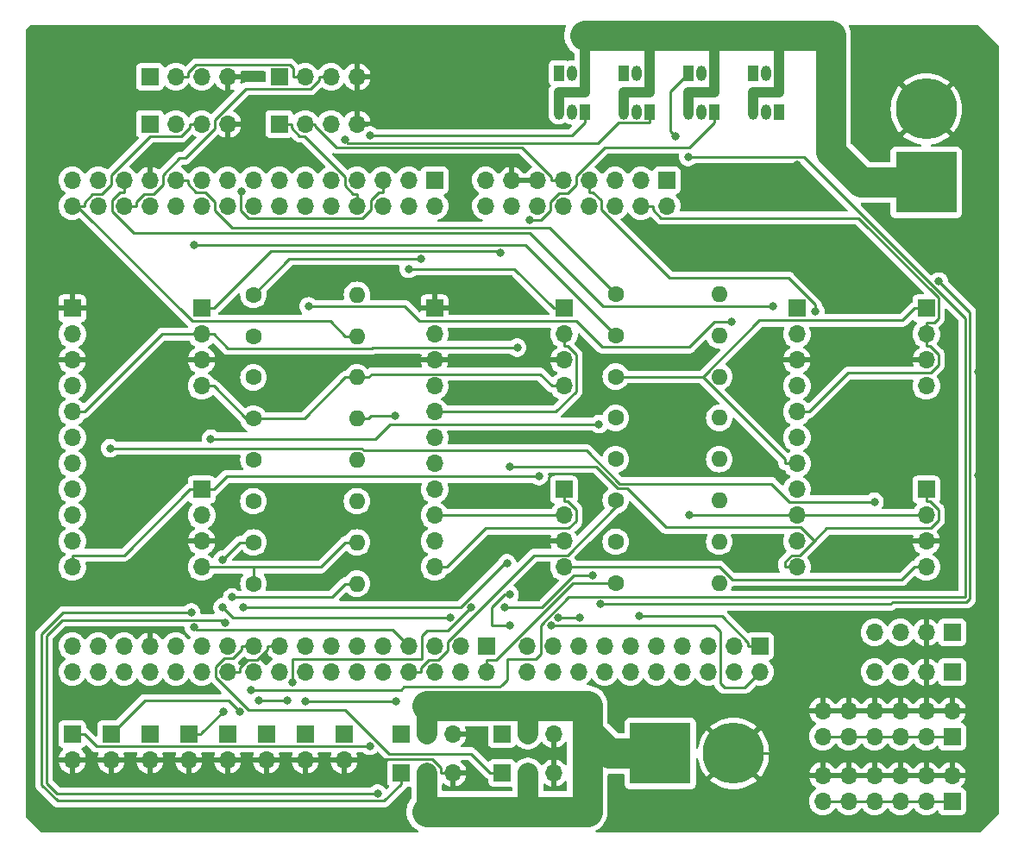
<source format=gtl>
G04 #@! TF.GenerationSoftware,KiCad,Pcbnew,8.0.3*
G04 #@! TF.CreationDate,2025-02-18T22:17:21+09:00*
G04 #@! TF.ProjectId,F767ZI_MB_V1.2,46373637-5a49-45f4-9d42-5f56312e322e,rev?*
G04 #@! TF.SameCoordinates,Original*
G04 #@! TF.FileFunction,Copper,L1,Top*
G04 #@! TF.FilePolarity,Positive*
%FSLAX46Y46*%
G04 Gerber Fmt 4.6, Leading zero omitted, Abs format (unit mm)*
G04 Created by KiCad (PCBNEW 8.0.3) date 2025-02-18 22:17:21*
%MOMM*%
%LPD*%
G01*
G04 APERTURE LIST*
G04 #@! TA.AperFunction,ComponentPad*
%ADD10R,1.700000X1.700000*%
G04 #@! TD*
G04 #@! TA.AperFunction,ComponentPad*
%ADD11O,1.700000X1.700000*%
G04 #@! TD*
G04 #@! TA.AperFunction,ComponentPad*
%ADD12C,1.600000*%
G04 #@! TD*
G04 #@! TA.AperFunction,ComponentPad*
%ADD13O,1.600000X1.600000*%
G04 #@! TD*
G04 #@! TA.AperFunction,ComponentPad*
%ADD14R,1.000000X1.500000*%
G04 #@! TD*
G04 #@! TA.AperFunction,ComponentPad*
%ADD15O,1.000000X1.500000*%
G04 #@! TD*
G04 #@! TA.AperFunction,ComponentPad*
%ADD16C,6.000000*%
G04 #@! TD*
G04 #@! TA.AperFunction,ComponentPad*
%ADD17R,6.000000X6.000000*%
G04 #@! TD*
G04 #@! TA.AperFunction,ViaPad*
%ADD18C,0.800000*%
G04 #@! TD*
G04 #@! TA.AperFunction,Conductor*
%ADD19C,0.250000*%
G04 #@! TD*
G04 #@! TA.AperFunction,Conductor*
%ADD20C,1.000000*%
G04 #@! TD*
G04 #@! TA.AperFunction,Conductor*
%ADD21C,3.000000*%
G04 #@! TD*
G04 #@! TA.AperFunction,Conductor*
%ADD22C,2.000000*%
G04 #@! TD*
G04 APERTURE END LIST*
D10*
X110998000Y-130566000D03*
D11*
X113538000Y-130566000D03*
X116078000Y-130566000D03*
D12*
X132080000Y-87386000D03*
D13*
X142240000Y-87386000D03*
D14*
X126492000Y-65675000D03*
D15*
X127762000Y-65675000D03*
X129032000Y-65675000D03*
D12*
X96520000Y-91506000D03*
D13*
X106680000Y-91506000D03*
D14*
X148082000Y-69485000D03*
D15*
X146812000Y-69485000D03*
X145542000Y-69485000D03*
D10*
X91440000Y-88783000D03*
D11*
X91440000Y-91323000D03*
X91440000Y-93863000D03*
X91440000Y-96403000D03*
D12*
X96520000Y-107706000D03*
D13*
X106680000Y-107706000D03*
D10*
X97790000Y-130561000D03*
D11*
X97790000Y-133101000D03*
D10*
X120919000Y-134376000D03*
D11*
X123459000Y-134376000D03*
X125999000Y-134376000D03*
D12*
X132080000Y-103586000D03*
D13*
X142240000Y-103586000D03*
D10*
X162560000Y-106563000D03*
D11*
X162560000Y-109103000D03*
X162560000Y-111643000D03*
X162560000Y-114183000D03*
D10*
X82550000Y-130561000D03*
D11*
X82550000Y-133101000D03*
D10*
X78740000Y-130566000D03*
D11*
X78740000Y-133106000D03*
D14*
X135382000Y-69485000D03*
D15*
X134112000Y-69485000D03*
X132842000Y-69485000D03*
D12*
X96520000Y-111756000D03*
D13*
X106680000Y-111756000D03*
D12*
X132080000Y-95486000D03*
D13*
X142240000Y-95486000D03*
D10*
X149860000Y-88783000D03*
D11*
X149860000Y-91323000D03*
X149860000Y-93863000D03*
X149860000Y-96403000D03*
X149860000Y-98943000D03*
X149860000Y-101483000D03*
X149860000Y-104023000D03*
X149860000Y-106563000D03*
X149860000Y-109103000D03*
X149860000Y-111643000D03*
X149860000Y-114183000D03*
D10*
X90170000Y-130561000D03*
D11*
X90170000Y-133101000D03*
D14*
X145542000Y-65675000D03*
D15*
X146812000Y-65675000D03*
X148082000Y-65675000D03*
D14*
X132842000Y-65675000D03*
D15*
X134112000Y-65675000D03*
X135382000Y-65675000D03*
D14*
X129032000Y-69485000D03*
D15*
X127762000Y-69485000D03*
X126492000Y-69485000D03*
D10*
X120904000Y-130566000D03*
D11*
X123444000Y-130566000D03*
X125984000Y-130566000D03*
D10*
X86360000Y-130566000D03*
D11*
X86360000Y-133106000D03*
D12*
X132080000Y-115736000D03*
D13*
X142240000Y-115736000D03*
D10*
X165100000Y-124470000D03*
D11*
X162560000Y-124470000D03*
X160020000Y-124470000D03*
X157480000Y-124470000D03*
D12*
X96520000Y-87456000D03*
D13*
X106680000Y-87456000D03*
D14*
X141732000Y-69485000D03*
D15*
X140462000Y-69485000D03*
X139192000Y-69485000D03*
D12*
X132080000Y-99536000D03*
D13*
X142240000Y-99536000D03*
D10*
X114300000Y-88783000D03*
D11*
X114300000Y-91323000D03*
X114300000Y-93863000D03*
X114300000Y-96403000D03*
X114300000Y-98943000D03*
X114300000Y-101483000D03*
X114300000Y-104023000D03*
X114300000Y-106563000D03*
X114300000Y-109103000D03*
X114300000Y-111643000D03*
X114300000Y-114183000D03*
D10*
X86360000Y-66040000D03*
D11*
X88900000Y-66040000D03*
X91440000Y-66040000D03*
X93980000Y-66040000D03*
D10*
X165100000Y-120594000D03*
D11*
X162560000Y-120594000D03*
X160020000Y-120594000D03*
X157480000Y-120594000D03*
D16*
X143637000Y-132471000D03*
D17*
X136437000Y-132471000D03*
D12*
X96520000Y-99606000D03*
D13*
X106680000Y-99606000D03*
D10*
X99060000Y-70690000D03*
D11*
X101600000Y-70690000D03*
X104140000Y-70690000D03*
X106680000Y-70690000D03*
D16*
X162560000Y-69225000D03*
D17*
X162560000Y-76425000D03*
D10*
X127000000Y-106563000D03*
D11*
X127000000Y-109103000D03*
X127000000Y-111643000D03*
X127000000Y-114183000D03*
D10*
X101600000Y-130561000D03*
D11*
X101600000Y-133101000D03*
D10*
X162560000Y-88783000D03*
D11*
X162560000Y-91323000D03*
X162560000Y-93863000D03*
X162560000Y-96403000D03*
D10*
X91440000Y-106563000D03*
D11*
X91440000Y-109103000D03*
X91440000Y-111643000D03*
X91440000Y-114183000D03*
D10*
X165100000Y-137170000D03*
D11*
X165100000Y-134630000D03*
X162560000Y-137170000D03*
X162560000Y-134630000D03*
X160020000Y-137170000D03*
X160020000Y-134630000D03*
X157480000Y-137170000D03*
X157480000Y-134630000D03*
X154940000Y-137170000D03*
X154940000Y-134630000D03*
X152400000Y-137170000D03*
X152400000Y-134630000D03*
D10*
X165100000Y-130820000D03*
D11*
X165100000Y-128280000D03*
X162560000Y-130820000D03*
X162560000Y-128280000D03*
X160020000Y-130820000D03*
X160020000Y-128280000D03*
X157480000Y-130820000D03*
X157480000Y-128280000D03*
X154940000Y-130820000D03*
X154940000Y-128280000D03*
X152400000Y-130820000D03*
X152400000Y-128280000D03*
D12*
X96520000Y-115806000D03*
D13*
X106680000Y-115806000D03*
D14*
X139192000Y-65675000D03*
D15*
X140462000Y-65675000D03*
X141732000Y-65675000D03*
D10*
X105410000Y-130561000D03*
D11*
X105410000Y-133101000D03*
D12*
X96520000Y-103656000D03*
D13*
X106680000Y-103656000D03*
D12*
X96520000Y-95556000D03*
D13*
X106680000Y-95556000D03*
D12*
X132080000Y-111686000D03*
D13*
X142240000Y-111686000D03*
D10*
X86360000Y-70690000D03*
D11*
X88900000Y-70690000D03*
X91440000Y-70690000D03*
X93980000Y-70690000D03*
D10*
X110998000Y-134376000D03*
D11*
X113538000Y-134376000D03*
X116078000Y-134376000D03*
D12*
X132080000Y-91436000D03*
D13*
X142240000Y-91436000D03*
D10*
X93980000Y-130561000D03*
D11*
X93980000Y-133101000D03*
D12*
X132080000Y-107636000D03*
D13*
X142240000Y-107636000D03*
D10*
X78740000Y-88783000D03*
D11*
X78740000Y-91323000D03*
X78740000Y-93863000D03*
X78740000Y-96403000D03*
X78740000Y-98943000D03*
X78740000Y-101483000D03*
X78740000Y-104023000D03*
X78740000Y-106563000D03*
X78740000Y-109103000D03*
X78740000Y-111643000D03*
X78740000Y-114183000D03*
D10*
X99060000Y-66040000D03*
D11*
X101600000Y-66040000D03*
X104140000Y-66040000D03*
X106680000Y-66040000D03*
D10*
X127000000Y-88783000D03*
D11*
X127000000Y-91323000D03*
X127000000Y-93863000D03*
X127000000Y-96403000D03*
D10*
X146240000Y-121920000D03*
D11*
X146240000Y-124460000D03*
X143700000Y-121920000D03*
X143700000Y-124460000D03*
X141160000Y-121920000D03*
X141160000Y-124460000D03*
X138620000Y-121920000D03*
X138620000Y-124460000D03*
X136080000Y-121920000D03*
X136080000Y-124460000D03*
X133540000Y-121920000D03*
X133540000Y-124460000D03*
X131000000Y-121920000D03*
X131000000Y-124460000D03*
X128460000Y-121920000D03*
X128460000Y-124460000D03*
X125920000Y-121920000D03*
X125920000Y-124460000D03*
X123380000Y-121920000D03*
X123380000Y-124460000D03*
D10*
X119380000Y-121920000D03*
D11*
X119380000Y-124460000D03*
X116840000Y-121920000D03*
X116840000Y-124460000D03*
X114300000Y-121920000D03*
X114300000Y-124460000D03*
X111760000Y-121920000D03*
X111760000Y-124460000D03*
X109220000Y-121920000D03*
X109220000Y-124460000D03*
X106680000Y-121920000D03*
X106680000Y-124460000D03*
X104140000Y-121920000D03*
X104140000Y-124460000D03*
X101600000Y-121920000D03*
X101600000Y-124460000D03*
X99060000Y-121920000D03*
X99060000Y-124460000D03*
X96520000Y-121920000D03*
X96520000Y-124460000D03*
X93980000Y-121920000D03*
X93980000Y-124460000D03*
X91440000Y-121920000D03*
X91440000Y-124460000D03*
X88900000Y-121920000D03*
X88900000Y-124460000D03*
X86360000Y-121920000D03*
X86360000Y-124460000D03*
X83820000Y-121920000D03*
X83820000Y-124460000D03*
X81280000Y-121920000D03*
X81280000Y-124460000D03*
X78740000Y-121920000D03*
X78740000Y-124460000D03*
D10*
X137080000Y-76200000D03*
D11*
X137080000Y-78740000D03*
X134540000Y-76200000D03*
X134540000Y-78740000D03*
X132000000Y-76200000D03*
X132000000Y-78740000D03*
X129460000Y-76200000D03*
X129460000Y-78740000D03*
X126920000Y-76200000D03*
X126920000Y-78740000D03*
X124380000Y-76200000D03*
X124380000Y-78740000D03*
X121840000Y-76200000D03*
X121840000Y-78740000D03*
X119300000Y-76200000D03*
X119300000Y-78740000D03*
D10*
X114300000Y-76200000D03*
D11*
X114300000Y-78740000D03*
X111760000Y-76200000D03*
X111760000Y-78740000D03*
X109220000Y-76200000D03*
X109220000Y-78740000D03*
X106680000Y-76200000D03*
X106680000Y-78740000D03*
X104140000Y-76200000D03*
X104140000Y-78740000D03*
X101600000Y-76200000D03*
X101600000Y-78740000D03*
X99060000Y-76200000D03*
X99060000Y-78740000D03*
X96520000Y-76200000D03*
X96520000Y-78740000D03*
X93980000Y-76200000D03*
X93980000Y-78740000D03*
X91440000Y-76200000D03*
X91440000Y-78740000D03*
X88900000Y-76200000D03*
X88900000Y-78740000D03*
X86360000Y-76200000D03*
X86360000Y-78740000D03*
X83820000Y-76200000D03*
X83820000Y-78740000D03*
X81280000Y-76200000D03*
X81280000Y-78740000D03*
X78740000Y-76200000D03*
X78740000Y-78740000D03*
D18*
X134620000Y-138186000D03*
X148590000Y-129296000D03*
X167640000Y-126756000D03*
X111760000Y-107706000D03*
X110490000Y-115326000D03*
X99060000Y-95006000D03*
X118110000Y-91196000D03*
X88900000Y-116596000D03*
X118110000Y-88656000D03*
X123190000Y-116596000D03*
X120650000Y-106436000D03*
X144780000Y-103896000D03*
X144780000Y-112786000D03*
X116840000Y-97546000D03*
X116840000Y-107706000D03*
X147320000Y-95006000D03*
X157480000Y-97546000D03*
X167640000Y-95006000D03*
X167640000Y-105166000D03*
X167640000Y-117866000D03*
X167640000Y-138186000D03*
X149860000Y-122946000D03*
X147320000Y-138186000D03*
X81280000Y-115326000D03*
X86360000Y-115326000D03*
X88900000Y-105166000D03*
X88900000Y-100086000D03*
X88900000Y-95006000D03*
X86360000Y-89926000D03*
X78740000Y-84846000D03*
X81280000Y-72146000D03*
X149860000Y-74686000D03*
X149860000Y-82306000D03*
X162560000Y-82306000D03*
X167640000Y-82306000D03*
X167640000Y-67066000D03*
X157480000Y-67066000D03*
X119380000Y-67066000D03*
X111760000Y-67066000D03*
X81280000Y-67066000D03*
X125730000Y-119898000D03*
X121666000Y-119898000D03*
X121666000Y-116850000D03*
X121412000Y-113802000D03*
X95504000Y-118120000D03*
X93726000Y-119644000D03*
X108712000Y-136408000D03*
X130556000Y-117829000D03*
X129794000Y-115011000D03*
X121158000Y-118120000D03*
X117856000Y-118120000D03*
X100330000Y-125523000D03*
X99822000Y-127264000D03*
X97028000Y-127264000D03*
X163803351Y-86142649D03*
X95159697Y-128370303D03*
X96266000Y-126248000D03*
X139192000Y-73924000D03*
X137922000Y-71892000D03*
X93472000Y-113458000D03*
X93472000Y-118120000D03*
X115824000Y-119136000D03*
X126465000Y-119136000D03*
X128524000Y-119136000D03*
X107933400Y-71805000D03*
X105485500Y-72241700D03*
X123668400Y-80116700D03*
X110488500Y-127363400D03*
X101600000Y-127363400D03*
X93538700Y-128330300D03*
X101929900Y-88582700D03*
X143486600Y-90113500D03*
X130423500Y-100146900D03*
X92334200Y-101580300D03*
X122410600Y-92631200D03*
X107950000Y-131742700D03*
X121683900Y-104295500D03*
X111760000Y-84915400D03*
X90691200Y-82554500D03*
X134394800Y-119013900D03*
X120755500Y-83288100D03*
X124550500Y-105271700D03*
X139306500Y-109103000D03*
X94429300Y-117148300D03*
X110437600Y-99358300D03*
X95383000Y-77337000D03*
X112983100Y-83929100D03*
X147548900Y-88554500D03*
X82456700Y-102513700D03*
X157480000Y-107762300D03*
X151686900Y-89083800D03*
X90424000Y-118628000D03*
X90678000Y-120115000D03*
D19*
X144706000Y-125994000D02*
X146240000Y-124460000D01*
X142748000Y-125994000D02*
X144706000Y-125994000D01*
X142335000Y-125581000D02*
X142748000Y-125994000D01*
X142335000Y-120501000D02*
X142335000Y-125581000D01*
X141732000Y-119898000D02*
X142335000Y-120501000D01*
X125730000Y-119898000D02*
X141732000Y-119898000D01*
X119888000Y-118120000D02*
X119888000Y-119898000D01*
X121158000Y-116850000D02*
X119888000Y-118120000D01*
X121666000Y-116850000D02*
X121158000Y-116850000D01*
X119888000Y-119898000D02*
X121666000Y-119898000D01*
X95504000Y-118120000D02*
X116830695Y-118120000D01*
X121148695Y-113802000D02*
X121412000Y-113802000D01*
X116830695Y-118120000D02*
X121148695Y-113802000D01*
X93472000Y-119390000D02*
X93726000Y-119644000D01*
X76200000Y-120914000D02*
X77724000Y-119390000D01*
X76200000Y-135392000D02*
X76200000Y-120914000D01*
X77216000Y-136408000D02*
X76200000Y-135392000D01*
X108712000Y-136408000D02*
X77216000Y-136408000D01*
X77724000Y-119390000D02*
X93472000Y-119390000D01*
X159041000Y-117829000D02*
X159258000Y-117612000D01*
X127942804Y-115011000D02*
X129794000Y-115011000D01*
X124833804Y-118120000D02*
X127942804Y-115011000D01*
X121158000Y-118120000D02*
X124833804Y-118120000D01*
X130556000Y-117829000D02*
X159041000Y-117829000D01*
X117856000Y-118129305D02*
X117856000Y-118120000D01*
X115579305Y-120406000D02*
X117856000Y-118129305D01*
X113538000Y-120406000D02*
X115579305Y-120406000D01*
X100330000Y-123200000D02*
X113030000Y-123200000D01*
X100330000Y-125523000D02*
X100330000Y-123200000D01*
X113030000Y-120914000D02*
X113538000Y-120406000D01*
X113030000Y-123200000D02*
X113030000Y-120914000D01*
X97028000Y-127264000D02*
X99822000Y-127264000D01*
X166820000Y-117290396D02*
X166498396Y-117612000D01*
X163803351Y-86142649D02*
X166820000Y-89159298D01*
X166498396Y-117612000D02*
X159258000Y-117612000D01*
X166820000Y-89159298D02*
X166820000Y-117290396D01*
X85847000Y-127264000D02*
X82550000Y-130561000D01*
X94053394Y-127264000D02*
X85847000Y-127264000D01*
X95159697Y-128370303D02*
X94053394Y-127264000D01*
X110998000Y-126248000D02*
X96266000Y-126248000D01*
X111299000Y-125947000D02*
X110998000Y-126248000D01*
X120396000Y-125947000D02*
X111299000Y-125947000D01*
X120697000Y-125947000D02*
X120396000Y-125947000D01*
X120904000Y-125740000D02*
X120697000Y-125947000D01*
X121412000Y-123200000D02*
X121412000Y-125232000D01*
X124714000Y-122692000D02*
X124206000Y-123200000D01*
X124714000Y-119861695D02*
X124714000Y-122692000D01*
X127471695Y-117104000D02*
X124714000Y-119861695D01*
X166370000Y-117104000D02*
X127471695Y-117104000D01*
X166370000Y-89734604D02*
X166370000Y-117104000D01*
X121412000Y-125232000D02*
X120904000Y-125740000D01*
X150559396Y-73924000D02*
X166370000Y-89734604D01*
X139192000Y-73924000D02*
X150559396Y-73924000D01*
X124206000Y-123200000D02*
X121412000Y-123200000D01*
X137414000Y-71384000D02*
X137922000Y-71892000D01*
X137414000Y-67453000D02*
X137414000Y-71384000D01*
X139192000Y-65675000D02*
X137414000Y-67453000D01*
X93472000Y-113458000D02*
X95174000Y-111756000D01*
X95174000Y-111756000D02*
X96520000Y-111756000D01*
X115824000Y-119136000D02*
X94488000Y-119136000D01*
X94488000Y-119136000D02*
X93472000Y-118120000D01*
X128524000Y-119136000D02*
X126465000Y-119136000D01*
X129032000Y-69485000D02*
X129032000Y-70561700D01*
X127788700Y-71805000D02*
X107933400Y-71805000D01*
X129032000Y-70561700D02*
X127788700Y-71805000D01*
X135382000Y-69485000D02*
X135382000Y-70561700D01*
X105777100Y-72533300D02*
X105485500Y-72241700D01*
X130362700Y-72533300D02*
X105777100Y-72533300D01*
X132334300Y-70561700D02*
X130362700Y-72533300D01*
X135382000Y-70561700D02*
X132334300Y-70561700D01*
X124710200Y-80116700D02*
X123668400Y-80116700D01*
X125650000Y-79176900D02*
X124710200Y-80116700D01*
X125650000Y-78345200D02*
X125650000Y-79176900D01*
X126525200Y-77470000D02*
X125650000Y-78345200D01*
X127350800Y-77470000D02*
X126525200Y-77470000D01*
X128190000Y-76630800D02*
X127350800Y-77470000D01*
X128190000Y-75791100D02*
X128190000Y-76630800D01*
X130997600Y-72983500D02*
X128190000Y-75791100D01*
X139310200Y-72983500D02*
X130997600Y-72983500D01*
X141732000Y-70561700D02*
X139310200Y-72983500D01*
X141732000Y-69485000D02*
X141732000Y-70561700D01*
X110488500Y-127363400D02*
X101600000Y-127363400D01*
X111340700Y-88582700D02*
X101929900Y-88582700D01*
X112810900Y-90052900D02*
X111340700Y-88582700D01*
X128238200Y-90052900D02*
X112810900Y-90052900D01*
X130760300Y-92575000D02*
X128238200Y-90052900D01*
X139301000Y-92575000D02*
X130760300Y-92575000D01*
X141762500Y-90113500D02*
X139301000Y-92575000D01*
X143486600Y-90113500D02*
X141762500Y-90113500D01*
X90170000Y-130561000D02*
X91346700Y-130561000D01*
X91346700Y-130522300D02*
X93538700Y-128330300D01*
X91346700Y-130561000D02*
X91346700Y-130522300D01*
X109882400Y-100146900D02*
X130423500Y-100146900D01*
X108449000Y-101580300D02*
X109882400Y-100146900D01*
X92334200Y-101580300D02*
X108449000Y-101580300D01*
X87536700Y-91323000D02*
X91440000Y-91323000D01*
X79916700Y-98943000D02*
X87536700Y-91323000D01*
X78740000Y-98943000D02*
X79916700Y-98943000D01*
X91440000Y-91323000D02*
X92616700Y-91323000D01*
X108219000Y-92631200D02*
X122410600Y-92631200D01*
X108155500Y-92694700D02*
X108219000Y-92631200D01*
X93988400Y-92694700D02*
X108155500Y-92694700D01*
X92616700Y-91323000D02*
X93988400Y-92694700D01*
X119286700Y-110373000D02*
X115476700Y-114183000D01*
X127483400Y-110373000D02*
X119286700Y-110373000D01*
X128196200Y-109660200D02*
X127483400Y-110373000D01*
X128196200Y-108568200D02*
X128196200Y-109660200D01*
X127367700Y-107739700D02*
X128196200Y-108568200D01*
X127000000Y-107739700D02*
X127367700Y-107739700D01*
X127000000Y-106563000D02*
X127000000Y-107739700D01*
X114300000Y-114183000D02*
X115476700Y-114183000D01*
X78740000Y-130566000D02*
X79916700Y-130566000D01*
X81093400Y-131742700D02*
X107950000Y-131742700D01*
X79916700Y-130566000D02*
X81093400Y-131742700D01*
X149860000Y-114183000D02*
X148683300Y-114183000D01*
X162560000Y-106563000D02*
X162560000Y-107739700D01*
X152794200Y-110373000D02*
X151534400Y-111632800D01*
X162967100Y-110373000D02*
X152794200Y-110373000D01*
X163746000Y-109594100D02*
X162967100Y-110373000D01*
X163746000Y-108558000D02*
X163746000Y-109594100D01*
X162927700Y-107739700D02*
X163746000Y-108558000D01*
X162560000Y-107739700D02*
X162927700Y-107739700D01*
X148683300Y-113668100D02*
X148683300Y-114183000D01*
X149345100Y-113006300D02*
X148683300Y-113668100D01*
X150160900Y-113006300D02*
X149345100Y-113006300D01*
X151534400Y-111632800D02*
X150160900Y-113006300D01*
X130118800Y-104295500D02*
X121683900Y-104295500D01*
X132288700Y-106465400D02*
X130118800Y-104295500D01*
X133205200Y-106465400D02*
X132288700Y-106465400D01*
X137019500Y-110279700D02*
X133205200Y-106465400D01*
X150181300Y-110279700D02*
X137019500Y-110279700D01*
X151534400Y-111632800D02*
X150181300Y-110279700D01*
X127000000Y-88783000D02*
X126010400Y-88783000D01*
X122142800Y-84915400D02*
X111760000Y-84915400D01*
X126010400Y-88783000D02*
X122142800Y-84915400D01*
X123198500Y-82554500D02*
X132080000Y-91436000D01*
X90691200Y-82554500D02*
X123198500Y-82554500D01*
X88900000Y-76200000D02*
X90076700Y-76200000D01*
X125604000Y-80910000D02*
X132080000Y-87386000D01*
X94429500Y-80910000D02*
X125604000Y-80910000D01*
X92710000Y-79190500D02*
X94429500Y-80910000D01*
X92710000Y-78309200D02*
X92710000Y-79190500D01*
X91777500Y-77376700D02*
X92710000Y-78309200D01*
X90885600Y-77376700D02*
X91777500Y-77376700D01*
X90076700Y-76567800D02*
X90885600Y-77376700D01*
X90076700Y-76200000D02*
X90076700Y-76567800D01*
X114300000Y-109103000D02*
X127000000Y-109103000D01*
X146240000Y-121920000D02*
X145063300Y-121920000D01*
X127000000Y-91323000D02*
X127000000Y-92499700D01*
X126188200Y-98943000D02*
X114300000Y-98943000D01*
X128176700Y-96954500D02*
X126188200Y-98943000D01*
X128176700Y-93308600D02*
X128176700Y-96954500D01*
X127367800Y-92499700D02*
X128176700Y-93308600D01*
X127000000Y-92499700D02*
X127367800Y-92499700D01*
X145063300Y-121599700D02*
X145063300Y-121920000D01*
X142477500Y-119013900D02*
X145063300Y-121599700D01*
X134394800Y-119013900D02*
X142477500Y-119013900D01*
X154846700Y-95133000D02*
X151036700Y-98943000D01*
X162967100Y-95133000D02*
X154846700Y-95133000D01*
X163746000Y-94354100D02*
X162967100Y-95133000D01*
X163746000Y-93318000D02*
X163746000Y-94354100D01*
X162927700Y-92499700D02*
X163746000Y-93318000D01*
X162560000Y-92499700D02*
X162927700Y-92499700D01*
X162560000Y-91323000D02*
X162560000Y-92499700D01*
X149860000Y-98943000D02*
X151036700Y-98943000D01*
X163369000Y-90146300D02*
X162560000Y-90146300D01*
X163736700Y-89778600D02*
X163369000Y-90146300D01*
X163736700Y-87737700D02*
X163736700Y-89778600D01*
X155915700Y-79916700D02*
X163736700Y-87737700D01*
X136525600Y-79916700D02*
X155915700Y-79916700D01*
X135716700Y-79107800D02*
X136525600Y-79916700D01*
X135716700Y-78740000D02*
X135716700Y-79107800D01*
X134540000Y-78740000D02*
X135716700Y-78740000D01*
X162560000Y-91323000D02*
X162560000Y-90146300D01*
X162560000Y-88783000D02*
X161383300Y-88783000D01*
X149860000Y-104023000D02*
X148683300Y-104023000D01*
X148683300Y-103591200D02*
X140611700Y-95519600D01*
X148683300Y-104023000D02*
X148683300Y-103591200D01*
X132113600Y-95519600D02*
X132080000Y-95486000D01*
X140611700Y-95519600D02*
X132113600Y-95519600D01*
X160206600Y-89959700D02*
X161383300Y-88783000D01*
X146171600Y-89959700D02*
X160206600Y-89959700D01*
X140611700Y-95519600D02*
X146171600Y-89959700D01*
X91440000Y-88783000D02*
X92616700Y-88783000D01*
X120642000Y-83174600D02*
X120755500Y-83288100D01*
X98225100Y-83174600D02*
X120642000Y-83174600D01*
X92616700Y-88783000D02*
X98225100Y-83174600D01*
X83820000Y-113006300D02*
X90263300Y-106563000D01*
X78740000Y-113006300D02*
X83820000Y-113006300D01*
X78740000Y-114183000D02*
X78740000Y-113006300D01*
X91440000Y-106563000D02*
X90263300Y-106563000D01*
X93908000Y-105271700D02*
X92616700Y-106563000D01*
X124550500Y-105271700D02*
X93908000Y-105271700D01*
X91440000Y-106563000D02*
X92616700Y-106563000D01*
X149860000Y-109103000D02*
X162560000Y-109103000D01*
X149860000Y-109103000D02*
X139306500Y-109103000D01*
X111760000Y-124460000D02*
X112936700Y-124460000D01*
X132080000Y-108253800D02*
X132080000Y-107636000D01*
X127327500Y-113006300D02*
X132080000Y-108253800D01*
X124074800Y-113006300D02*
X127327500Y-113006300D01*
X115570000Y-121511100D02*
X124074800Y-113006300D01*
X115570000Y-122350800D02*
X115570000Y-121511100D01*
X114637500Y-123283300D02*
X115570000Y-122350800D01*
X113745600Y-123283300D02*
X114637500Y-123283300D01*
X112936700Y-124092200D02*
X113745600Y-123283300D01*
X112936700Y-124460000D02*
X112936700Y-124092200D01*
X120306900Y-123283300D02*
X119380000Y-123283300D01*
X127854200Y-115736000D02*
X120306900Y-123283300D01*
X132080000Y-115736000D02*
X127854200Y-115736000D01*
X119380000Y-124460000D02*
X119380000Y-123283300D01*
X96520000Y-121920000D02*
X95343300Y-121920000D01*
X120919000Y-134376000D02*
X119742300Y-134376000D01*
X117847100Y-132480800D02*
X119742300Y-134376000D01*
X109836100Y-132480800D02*
X117847100Y-132480800D01*
X105542300Y-128187000D02*
X109836100Y-132480800D01*
X96001700Y-128187000D02*
X105542300Y-128187000D01*
X92799500Y-124984800D02*
X96001700Y-128187000D01*
X92799500Y-123939700D02*
X92799500Y-124984800D01*
X93642500Y-123096700D02*
X92799500Y-123939700D01*
X94534400Y-123096700D02*
X93642500Y-123096700D01*
X95343300Y-122287800D02*
X94534400Y-123096700D01*
X95343300Y-121920000D02*
X95343300Y-122287800D01*
X84996700Y-78372200D02*
X84996700Y-78740000D01*
X85805600Y-77563300D02*
X84996700Y-78372200D01*
X86697500Y-77563300D02*
X85805600Y-77563300D01*
X87630000Y-76630800D02*
X86697500Y-77563300D01*
X87630000Y-75686700D02*
X87630000Y-76630800D01*
X89272800Y-74043900D02*
X87630000Y-75686700D01*
X89820500Y-74043900D02*
X89272800Y-74043900D01*
X92710000Y-71154400D02*
X89820500Y-74043900D01*
X92710000Y-70288000D02*
X92710000Y-71154400D01*
X95781300Y-67216700D02*
X92710000Y-70288000D01*
X102154400Y-67216700D02*
X95781300Y-67216700D01*
X102963300Y-66407800D02*
X102154400Y-67216700D01*
X102963300Y-66040000D02*
X102963300Y-66407800D01*
X104140000Y-66040000D02*
X102963300Y-66040000D01*
X83820000Y-78740000D02*
X84996700Y-78740000D01*
X106680000Y-115806000D02*
X105553300Y-115806000D01*
X104211000Y-117148300D02*
X94429300Y-117148300D01*
X105553300Y-115806000D02*
X104211000Y-117148300D01*
X106312200Y-77563300D02*
X106680000Y-77563300D01*
X105503300Y-76754400D02*
X106312200Y-77563300D01*
X105503300Y-75864600D02*
X105503300Y-76754400D01*
X101505400Y-71866700D02*
X105503300Y-75864600D01*
X101045600Y-71866700D02*
X101505400Y-71866700D01*
X100236700Y-71057800D02*
X101045600Y-71866700D01*
X100236700Y-70690000D02*
X100236700Y-71057800D01*
X99060000Y-70690000D02*
X100236700Y-70690000D01*
X106680000Y-78740000D02*
X106680000Y-77563300D01*
X106680000Y-99606000D02*
X107806700Y-99606000D01*
X108054400Y-99358300D02*
X110437600Y-99358300D01*
X107806700Y-99606000D02*
X108054400Y-99358300D01*
X109220000Y-76200000D02*
X109220000Y-77376700D01*
X108852200Y-77376700D02*
X109220000Y-77376700D01*
X108043300Y-78185600D02*
X108852200Y-77376700D01*
X108043300Y-79088000D02*
X108043300Y-78185600D01*
X107214600Y-79916700D02*
X108043300Y-79088000D01*
X96020600Y-79916700D02*
X107214600Y-79916700D01*
X95303200Y-79199300D02*
X96020600Y-79916700D01*
X95303200Y-77416800D02*
X95303200Y-79199300D01*
X95383000Y-77337000D02*
X95303200Y-77416800D01*
X91440000Y-70690000D02*
X90263300Y-70690000D01*
X79906800Y-78382100D02*
X79906800Y-78740000D01*
X80725600Y-77563300D02*
X79906800Y-78382100D01*
X81617500Y-77563300D02*
X80725600Y-77563300D01*
X82550000Y-76630800D02*
X81617500Y-77563300D01*
X82550000Y-75727400D02*
X82550000Y-76630800D01*
X86410700Y-71866700D02*
X82550000Y-75727400D01*
X89454400Y-71866700D02*
X86410700Y-71866700D01*
X90263300Y-71057800D02*
X89454400Y-71866700D01*
X90263300Y-70690000D02*
X90263300Y-71057800D01*
X78740000Y-78740000D02*
X79323400Y-78740000D01*
X79323400Y-78740000D02*
X79906800Y-78740000D01*
X104100300Y-90053000D02*
X105553300Y-91506000D01*
X90489600Y-90053000D02*
X104100300Y-90053000D01*
X79323400Y-78886800D02*
X90489600Y-90053000D01*
X79323400Y-78740000D02*
X79323400Y-78886800D01*
X106680000Y-91506000D02*
X105553300Y-91506000D01*
X100046900Y-83929100D02*
X112983100Y-83929100D01*
X96520000Y-87456000D02*
X100046900Y-83929100D01*
X83820000Y-76200000D02*
X83820000Y-77376700D01*
X130789800Y-88554500D02*
X147548900Y-88554500D01*
X123597100Y-81361800D02*
X130789800Y-88554500D01*
X84761600Y-81361800D02*
X123597100Y-81361800D01*
X82630800Y-79231000D02*
X84761600Y-81361800D01*
X82630800Y-78198200D02*
X82630800Y-79231000D01*
X83452300Y-77376700D02*
X82630800Y-78198200D01*
X83820000Y-77376700D02*
X83452300Y-77376700D01*
X107131200Y-102513700D02*
X82456700Y-102513700D01*
X107370500Y-102753000D02*
X107131200Y-102513700D01*
X129215100Y-102753000D02*
X107370500Y-102753000D01*
X132445200Y-105983100D02*
X129215100Y-102753000D01*
X147380100Y-105983100D02*
X132445200Y-105983100D01*
X149159300Y-107762300D02*
X147380100Y-105983100D01*
X157480000Y-107762300D02*
X149159300Y-107762300D01*
X152400000Y-137170000D02*
X154940000Y-137170000D01*
X154940000Y-137170000D02*
X157480000Y-137170000D01*
X157480000Y-137170000D02*
X160020000Y-137170000D01*
X160020000Y-137170000D02*
X162560000Y-137170000D01*
X162560000Y-137170000D02*
X165100000Y-137170000D01*
X90076700Y-65672200D02*
X90076700Y-66040000D01*
X90885600Y-64863300D02*
X90076700Y-65672200D01*
X100055600Y-64863300D02*
X90885600Y-64863300D01*
X100423300Y-65231000D02*
X100055600Y-64863300D01*
X100423300Y-66040000D02*
X100423300Y-65231000D01*
X101600000Y-66040000D02*
X100423300Y-66040000D01*
X88900000Y-66040000D02*
X90076700Y-66040000D01*
X142280500Y-114183000D02*
X127000000Y-114183000D01*
X143498900Y-115401400D02*
X142280500Y-114183000D01*
X160164900Y-115401400D02*
X143498900Y-115401400D01*
X161383300Y-114183000D02*
X160164900Y-115401400D01*
X162560000Y-114183000D02*
X161383300Y-114183000D01*
X95819700Y-99606000D02*
X96520000Y-99606000D01*
X92616700Y-96403000D02*
X95819700Y-99606000D01*
X91440000Y-96403000D02*
X92616700Y-96403000D01*
X106680000Y-111756000D02*
X105553300Y-111756000D01*
X101503300Y-99606000D02*
X96520000Y-99606000D01*
X105553300Y-95556000D02*
X101503300Y-99606000D01*
X106116700Y-95556000D02*
X105553300Y-95556000D01*
X106116700Y-95556000D02*
X106680000Y-95556000D01*
X124646600Y-95226300D02*
X125823300Y-96403000D01*
X108136400Y-95226300D02*
X124646600Y-95226300D01*
X107806700Y-95556000D02*
X108136400Y-95226300D01*
X106680000Y-95556000D02*
X107806700Y-95556000D01*
X127000000Y-96403000D02*
X125823300Y-96403000D01*
X96520000Y-114183000D02*
X96520000Y-115806000D01*
X103126300Y-114183000D02*
X96520000Y-114183000D01*
X105553300Y-111756000D02*
X103126300Y-114183000D01*
X96520000Y-114183000D02*
X91440000Y-114183000D01*
X126920000Y-76200000D02*
X125743300Y-76200000D01*
X101600000Y-70690000D02*
X102589600Y-70690000D01*
X125743300Y-75836200D02*
X125743300Y-76200000D01*
X122893500Y-72986400D02*
X125743300Y-75836200D01*
X104697800Y-72986400D02*
X122893500Y-72986400D01*
X102589600Y-70878200D02*
X104697800Y-72986400D01*
X102589600Y-70690000D02*
X102589600Y-70878200D01*
X152400000Y-130820000D02*
X154940000Y-130820000D01*
X154940000Y-130820000D02*
X157480000Y-130820000D01*
X157480000Y-130820000D02*
X160020000Y-130820000D01*
X160020000Y-130820000D02*
X162560000Y-130820000D01*
X162560000Y-130820000D02*
X165100000Y-130820000D01*
X151686900Y-88439500D02*
X151686900Y-89083800D01*
X149045000Y-85797600D02*
X151686900Y-88439500D01*
X137361300Y-85797600D02*
X149045000Y-85797600D01*
X130636700Y-79073000D02*
X137361300Y-85797600D01*
X130636700Y-78185600D02*
X130636700Y-79073000D01*
X129827800Y-77376700D02*
X130636700Y-78185600D01*
X129460000Y-77376700D02*
X129827800Y-77376700D01*
X129460000Y-76200000D02*
X129460000Y-77376700D01*
X149064300Y-132471000D02*
X151223300Y-134630000D01*
X143637000Y-132471000D02*
X149064300Y-132471000D01*
X83731700Y-133106000D02*
X83726700Y-133101000D01*
X86360000Y-133106000D02*
X83731700Y-133106000D01*
X82550000Y-133101000D02*
X83726700Y-133101000D01*
X121840000Y-76200000D02*
X124380000Y-76200000D01*
X99060000Y-121920000D02*
X97883300Y-121920000D01*
X93980000Y-124460000D02*
X95156700Y-124460000D01*
X152400000Y-128280000D02*
X154940000Y-128280000D01*
X154940000Y-128280000D02*
X157480000Y-128280000D01*
X157480000Y-128280000D02*
X160020000Y-128280000D01*
X160020000Y-128280000D02*
X162560000Y-128280000D01*
X162560000Y-128280000D02*
X165100000Y-128280000D01*
X151811700Y-134630000D02*
X151223300Y-134630000D01*
X151811700Y-134630000D02*
X152400000Y-134630000D01*
X152400000Y-134630000D02*
X154940000Y-134630000D01*
X154940000Y-134630000D02*
X157480000Y-134630000D01*
X157480000Y-134630000D02*
X160020000Y-134630000D01*
X160020000Y-134630000D02*
X162560000Y-134630000D01*
X162560000Y-134630000D02*
X165100000Y-134630000D01*
X114300000Y-93863000D02*
X127000000Y-93863000D01*
X149860000Y-93863000D02*
X162560000Y-93863000D01*
X106638900Y-133048800D02*
X106586700Y-133101000D01*
X114088900Y-133048800D02*
X106638900Y-133048800D01*
X114901300Y-133861200D02*
X114088900Y-133048800D01*
X114901300Y-134376000D02*
X114901300Y-133861200D01*
X116078000Y-134376000D02*
X114901300Y-134376000D01*
X105410000Y-133101000D02*
X106586700Y-133101000D01*
X91440000Y-93863000D02*
X114300000Y-93863000D01*
X97883300Y-122287800D02*
X97883300Y-121920000D01*
X96887800Y-123283300D02*
X97883300Y-122287800D01*
X95965600Y-123283300D02*
X96887800Y-123283300D01*
X95156700Y-124092200D02*
X95965600Y-123283300D01*
X95156700Y-124460000D02*
X95156700Y-124092200D01*
D20*
X145542000Y-67574000D02*
X145542000Y-69485000D01*
X148082000Y-67574000D02*
X145542000Y-67574000D01*
X148082000Y-65675000D02*
X148082000Y-67574000D01*
X139192000Y-67574000D02*
X139192000Y-69485000D01*
X141732000Y-67574000D02*
X139192000Y-67574000D01*
X141732000Y-65675000D02*
X141732000Y-67574000D01*
X135382000Y-67574000D02*
X132842000Y-67574000D01*
X135382000Y-65675000D02*
X135382000Y-67574000D01*
X132842000Y-67574000D02*
X132842000Y-69485000D01*
X126492000Y-67574000D02*
X126492000Y-69485000D01*
X129032000Y-67574000D02*
X126492000Y-67574000D01*
X129032000Y-65675000D02*
X129032000Y-67574000D01*
D21*
X148082000Y-61986000D02*
X141732000Y-61986000D01*
X153162000Y-61986000D02*
X148082000Y-61986000D01*
D20*
X148082000Y-61986000D02*
X148082000Y-65675000D01*
X141732000Y-61986000D02*
X141732000Y-65675000D01*
D21*
X141732000Y-61986000D02*
X135382000Y-61986000D01*
X135382000Y-61986000D02*
X129032000Y-61986000D01*
D20*
X135382000Y-61986000D02*
X135382000Y-65675000D01*
X129032000Y-61986000D02*
X129032000Y-65675000D01*
D21*
X153162000Y-73416000D02*
X153162000Y-61986000D01*
X162560000Y-76425000D02*
X156171000Y-76425000D01*
X156171000Y-76425000D02*
X153162000Y-73416000D01*
X129286000Y-130312000D02*
X131445000Y-132471000D01*
X129286000Y-130312000D02*
X129286000Y-138186000D01*
X129286000Y-127772000D02*
X129286000Y-130312000D01*
X131445000Y-132471000D02*
X136437000Y-132471000D01*
D22*
X123459000Y-134376000D02*
X123459000Y-138171000D01*
D21*
X123444000Y-138186000D02*
X113538000Y-138186000D01*
X129286000Y-138186000D02*
X123444000Y-138186000D01*
D22*
X113538000Y-138186000D02*
X113538000Y-134376000D01*
X123444000Y-127772000D02*
X123444000Y-130566000D01*
D21*
X123444000Y-127772000D02*
X113538000Y-127772000D01*
X129286000Y-127772000D02*
X123444000Y-127772000D01*
D22*
X113538000Y-127772000D02*
X113538000Y-130566000D01*
D19*
X110998000Y-134376000D02*
X110998000Y-135476000D01*
X75750000Y-120727604D02*
X77849604Y-118628000D01*
X110998000Y-135476000D02*
X109341000Y-137133000D01*
X90678000Y-120115000D02*
X90932000Y-120369000D01*
X109341000Y-137133000D02*
X77304604Y-137133000D01*
X75750000Y-135578396D02*
X75750000Y-120727604D01*
X77304604Y-137133000D02*
X75750000Y-135578396D01*
X77849604Y-118628000D02*
X90424000Y-118628000D01*
X90932000Y-120369000D02*
X110209000Y-120369000D01*
X110209000Y-120369000D02*
X111760000Y-121920000D01*
G04 #@! TA.AperFunction,Conductor*
G36*
X127168976Y-60989685D02*
G01*
X127214731Y-61042489D01*
X127224675Y-61111647D01*
X127216498Y-61141453D01*
X127133605Y-61341571D01*
X127133602Y-61341581D01*
X127083287Y-61529362D01*
X127065730Y-61594885D01*
X127031500Y-61854872D01*
X127031500Y-62117127D01*
X127058123Y-62319339D01*
X127065730Y-62377116D01*
X127133602Y-62630418D01*
X127133605Y-62630428D01*
X127233953Y-62872690D01*
X127233958Y-62872700D01*
X127365075Y-63099803D01*
X127524718Y-63307851D01*
X127524726Y-63307860D01*
X127710140Y-63493274D01*
X127710148Y-63493281D01*
X127710149Y-63493282D01*
X127918197Y-63652924D01*
X127969498Y-63682542D01*
X128017715Y-63733108D01*
X128031500Y-63789930D01*
X128031500Y-64307411D01*
X128011815Y-64374450D01*
X127959011Y-64420205D01*
X127889853Y-64430149D01*
X127883309Y-64429028D01*
X127860545Y-64424500D01*
X127860541Y-64424500D01*
X127663459Y-64424500D01*
X127663457Y-64424500D01*
X127470171Y-64462947D01*
X127470168Y-64462948D01*
X127470166Y-64462948D01*
X127470165Y-64462949D01*
X127430206Y-64479500D01*
X127367874Y-64505318D01*
X127298404Y-64512785D01*
X127246113Y-64490023D01*
X127234335Y-64481206D01*
X127234328Y-64481202D01*
X127099482Y-64430908D01*
X127099483Y-64430908D01*
X127039883Y-64424501D01*
X127039881Y-64424500D01*
X127039873Y-64424500D01*
X127039864Y-64424500D01*
X125944129Y-64424500D01*
X125944123Y-64424501D01*
X125884516Y-64430908D01*
X125749671Y-64481202D01*
X125749664Y-64481206D01*
X125634455Y-64567452D01*
X125634452Y-64567455D01*
X125548206Y-64682664D01*
X125548202Y-64682671D01*
X125497908Y-64817517D01*
X125491501Y-64877116D01*
X125491500Y-64877135D01*
X125491500Y-66472870D01*
X125491501Y-66472876D01*
X125497908Y-66532483D01*
X125548202Y-66667328D01*
X125548206Y-66667335D01*
X125592005Y-66725842D01*
X125634454Y-66782546D01*
X125662409Y-66803473D01*
X125704278Y-66859404D01*
X125709263Y-66929095D01*
X125691199Y-66971628D01*
X125605374Y-67100074D01*
X125605367Y-67100088D01*
X125529950Y-67282160D01*
X125529947Y-67282170D01*
X125491500Y-67475456D01*
X125491500Y-67475459D01*
X125491500Y-69136459D01*
X125491500Y-69833541D01*
X125491500Y-69833543D01*
X125491499Y-69833543D01*
X125529947Y-70026829D01*
X125529950Y-70026839D01*
X125605364Y-70208907D01*
X125605371Y-70208920D01*
X125714860Y-70372781D01*
X125714863Y-70372785D01*
X125854214Y-70512136D01*
X125854218Y-70512139D01*
X126018079Y-70621628D01*
X126018092Y-70621635D01*
X126156098Y-70678798D01*
X126200165Y-70697051D01*
X126200169Y-70697051D01*
X126200170Y-70697052D01*
X126393456Y-70735500D01*
X126393459Y-70735500D01*
X126590543Y-70735500D01*
X126731687Y-70707424D01*
X126783835Y-70697051D01*
X126965914Y-70621632D01*
X127058109Y-70560029D01*
X127124786Y-70539151D01*
X127192166Y-70557635D01*
X127195891Y-70560029D01*
X127288080Y-70621628D01*
X127288086Y-70621632D01*
X127288088Y-70621633D01*
X127288092Y-70621635D01*
X127426098Y-70678798D01*
X127470165Y-70697051D01*
X127470169Y-70697051D01*
X127470170Y-70697052D01*
X127663456Y-70735500D01*
X127674248Y-70735500D01*
X127741287Y-70755185D01*
X127787042Y-70807989D01*
X127796986Y-70877147D01*
X127767961Y-70940703D01*
X127761929Y-70947181D01*
X127565929Y-71143181D01*
X127504606Y-71176666D01*
X127478248Y-71179500D01*
X108637148Y-71179500D01*
X108570109Y-71159815D01*
X108545000Y-71138474D01*
X108539273Y-71132114D01*
X108539269Y-71132110D01*
X108386134Y-71020851D01*
X108386129Y-71020848D01*
X108213207Y-70943857D01*
X108213202Y-70943855D01*
X108067401Y-70912865D01*
X108028046Y-70904500D01*
X107838754Y-70904500D01*
X107764350Y-70920315D01*
X107684488Y-70937290D01*
X107658707Y-70940000D01*
X107113012Y-70940000D01*
X107145925Y-70882993D01*
X107180000Y-70755826D01*
X107180000Y-70624174D01*
X107145925Y-70497007D01*
X107113012Y-70440000D01*
X108010636Y-70440000D01*
X108010635Y-70439999D01*
X107953432Y-70226513D01*
X107953429Y-70226507D01*
X107853600Y-70012422D01*
X107853599Y-70012420D01*
X107718113Y-69818926D01*
X107718108Y-69818920D01*
X107551082Y-69651894D01*
X107357578Y-69516399D01*
X107143492Y-69416570D01*
X107143486Y-69416567D01*
X106930000Y-69359364D01*
X106930000Y-70256988D01*
X106872993Y-70224075D01*
X106745826Y-70190000D01*
X106614174Y-70190000D01*
X106487007Y-70224075D01*
X106430000Y-70256988D01*
X106430000Y-69359364D01*
X106429999Y-69359364D01*
X106216513Y-69416567D01*
X106216507Y-69416570D01*
X106002422Y-69516399D01*
X106002420Y-69516400D01*
X105808926Y-69651886D01*
X105808920Y-69651891D01*
X105641891Y-69818920D01*
X105641890Y-69818922D01*
X105511880Y-70004595D01*
X105457303Y-70048219D01*
X105387804Y-70055412D01*
X105325450Y-70023890D01*
X105308730Y-70004594D01*
X105178494Y-69818597D01*
X105011402Y-69651506D01*
X105011395Y-69651501D01*
X104817834Y-69515967D01*
X104817830Y-69515965D01*
X104780533Y-69498573D01*
X104603663Y-69416097D01*
X104603659Y-69416096D01*
X104603655Y-69416094D01*
X104375413Y-69354938D01*
X104375403Y-69354936D01*
X104140001Y-69334341D01*
X104139999Y-69334341D01*
X103904596Y-69354936D01*
X103904586Y-69354938D01*
X103676344Y-69416094D01*
X103676335Y-69416098D01*
X103462171Y-69515964D01*
X103462169Y-69515965D01*
X103268597Y-69651505D01*
X103101508Y-69818594D01*
X102971574Y-70004160D01*
X102916997Y-70047784D01*
X102847498Y-70054977D01*
X102785144Y-70023455D01*
X102768429Y-70004164D01*
X102638495Y-69818599D01*
X102638493Y-69818596D01*
X102471402Y-69651506D01*
X102471395Y-69651501D01*
X102277834Y-69515967D01*
X102277830Y-69515965D01*
X102240533Y-69498573D01*
X102063663Y-69416097D01*
X102063659Y-69416096D01*
X102063655Y-69416094D01*
X101835413Y-69354938D01*
X101835403Y-69354936D01*
X101600001Y-69334341D01*
X101599999Y-69334341D01*
X101364596Y-69354936D01*
X101364586Y-69354938D01*
X101136344Y-69416094D01*
X101136335Y-69416098D01*
X100922171Y-69515964D01*
X100922169Y-69515965D01*
X100728600Y-69651503D01*
X100606673Y-69773430D01*
X100545350Y-69806914D01*
X100475658Y-69801930D01*
X100419725Y-69760058D01*
X100402810Y-69729081D01*
X100353797Y-69597671D01*
X100353793Y-69597664D01*
X100267547Y-69482455D01*
X100267544Y-69482452D01*
X100152335Y-69396206D01*
X100152328Y-69396202D01*
X100017482Y-69345908D01*
X100017483Y-69345908D01*
X99957883Y-69339501D01*
X99957881Y-69339500D01*
X99957873Y-69339500D01*
X99957864Y-69339500D01*
X98162129Y-69339500D01*
X98162123Y-69339501D01*
X98102516Y-69345908D01*
X97967671Y-69396202D01*
X97967664Y-69396206D01*
X97852455Y-69482452D01*
X97852452Y-69482455D01*
X97766206Y-69597664D01*
X97766202Y-69597671D01*
X97715908Y-69732517D01*
X97709501Y-69792116D01*
X97709500Y-69792135D01*
X97709500Y-71587870D01*
X97709501Y-71587876D01*
X97715908Y-71647483D01*
X97766202Y-71782328D01*
X97766206Y-71782335D01*
X97852452Y-71897544D01*
X97852455Y-71897547D01*
X97967664Y-71983793D01*
X97967671Y-71983797D01*
X98102517Y-72034091D01*
X98102516Y-72034091D01*
X98109444Y-72034835D01*
X98162127Y-72040500D01*
X99957872Y-72040499D01*
X100017483Y-72034091D01*
X100095451Y-72005011D01*
X100160641Y-71980697D01*
X100161100Y-71981930D01*
X100220465Y-71969007D01*
X100285934Y-71993413D01*
X100299320Y-72005011D01*
X100559741Y-72265432D01*
X100559742Y-72265433D01*
X100615990Y-72321681D01*
X100646868Y-72352559D01*
X100749307Y-72421007D01*
X100749311Y-72421009D01*
X100749314Y-72421011D01*
X100863148Y-72468163D01*
X100923571Y-72480181D01*
X100983993Y-72492200D01*
X100983994Y-72492200D01*
X101194948Y-72492200D01*
X101261987Y-72511885D01*
X101282629Y-72528519D01*
X103553754Y-74799645D01*
X103587239Y-74860968D01*
X103582255Y-74930660D01*
X103540383Y-74986593D01*
X103518478Y-74999708D01*
X103462171Y-75025964D01*
X103462169Y-75025965D01*
X103268597Y-75161505D01*
X103101505Y-75328597D01*
X102971575Y-75514158D01*
X102916998Y-75557783D01*
X102847500Y-75564977D01*
X102785145Y-75533454D01*
X102768425Y-75514158D01*
X102638494Y-75328597D01*
X102471402Y-75161506D01*
X102471395Y-75161501D01*
X102466579Y-75158129D01*
X102413323Y-75120838D01*
X102277834Y-75025967D01*
X102277830Y-75025965D01*
X102221522Y-74999708D01*
X102063663Y-74926097D01*
X102063659Y-74926096D01*
X102063655Y-74926094D01*
X101835413Y-74864938D01*
X101835403Y-74864936D01*
X101600001Y-74844341D01*
X101599999Y-74844341D01*
X101364596Y-74864936D01*
X101364586Y-74864938D01*
X101136344Y-74926094D01*
X101136335Y-74926098D01*
X100922171Y-75025964D01*
X100922169Y-75025965D01*
X100728597Y-75161505D01*
X100561505Y-75328597D01*
X100431575Y-75514158D01*
X100376998Y-75557783D01*
X100307500Y-75564977D01*
X100245145Y-75533454D01*
X100228425Y-75514158D01*
X100098494Y-75328597D01*
X99931402Y-75161506D01*
X99931395Y-75161501D01*
X99926579Y-75158129D01*
X99873323Y-75120838D01*
X99737834Y-75025967D01*
X99737830Y-75025965D01*
X99681522Y-74999708D01*
X99523663Y-74926097D01*
X99523659Y-74926096D01*
X99523655Y-74926094D01*
X99295413Y-74864938D01*
X99295403Y-74864936D01*
X99060001Y-74844341D01*
X99059999Y-74844341D01*
X98824596Y-74864936D01*
X98824586Y-74864938D01*
X98596344Y-74926094D01*
X98596335Y-74926098D01*
X98382171Y-75025964D01*
X98382169Y-75025965D01*
X98188597Y-75161505D01*
X98021505Y-75328597D01*
X97891575Y-75514158D01*
X97836998Y-75557783D01*
X97767500Y-75564977D01*
X97705145Y-75533454D01*
X97688425Y-75514158D01*
X97558494Y-75328597D01*
X97391402Y-75161506D01*
X97391395Y-75161501D01*
X97386579Y-75158129D01*
X97333323Y-75120838D01*
X97197834Y-75025967D01*
X97197830Y-75025965D01*
X97141522Y-74999708D01*
X96983663Y-74926097D01*
X96983659Y-74926096D01*
X96983655Y-74926094D01*
X96755413Y-74864938D01*
X96755403Y-74864936D01*
X96520001Y-74844341D01*
X96519999Y-74844341D01*
X96284596Y-74864936D01*
X96284586Y-74864938D01*
X96056344Y-74926094D01*
X96056335Y-74926098D01*
X95842171Y-75025964D01*
X95842169Y-75025965D01*
X95648597Y-75161505D01*
X95481505Y-75328597D01*
X95351575Y-75514158D01*
X95296998Y-75557783D01*
X95227500Y-75564977D01*
X95165145Y-75533454D01*
X95148425Y-75514158D01*
X95018494Y-75328597D01*
X94851402Y-75161506D01*
X94851395Y-75161501D01*
X94846579Y-75158129D01*
X94793323Y-75120838D01*
X94657834Y-75025967D01*
X94657830Y-75025965D01*
X94601522Y-74999708D01*
X94443663Y-74926097D01*
X94443659Y-74926096D01*
X94443655Y-74926094D01*
X94215413Y-74864938D01*
X94215403Y-74864936D01*
X93980001Y-74844341D01*
X93979999Y-74844341D01*
X93744596Y-74864936D01*
X93744586Y-74864938D01*
X93516344Y-74926094D01*
X93516335Y-74926098D01*
X93302171Y-75025964D01*
X93302169Y-75025965D01*
X93108597Y-75161505D01*
X92941505Y-75328597D01*
X92811575Y-75514158D01*
X92756998Y-75557783D01*
X92687500Y-75564977D01*
X92625145Y-75533454D01*
X92608425Y-75514158D01*
X92478494Y-75328597D01*
X92311402Y-75161506D01*
X92311395Y-75161501D01*
X92306579Y-75158129D01*
X92253323Y-75120838D01*
X92117834Y-75025967D01*
X92117830Y-75025965D01*
X92061522Y-74999708D01*
X91903663Y-74926097D01*
X91903659Y-74926096D01*
X91903655Y-74926094D01*
X91675413Y-74864938D01*
X91675403Y-74864936D01*
X91440001Y-74844341D01*
X91439999Y-74844341D01*
X91204596Y-74864936D01*
X91204586Y-74864938D01*
X90976344Y-74926094D01*
X90976335Y-74926098D01*
X90762171Y-75025964D01*
X90762169Y-75025965D01*
X90568597Y-75161505D01*
X90401505Y-75328597D01*
X90271575Y-75514158D01*
X90216998Y-75557783D01*
X90147500Y-75564977D01*
X90085145Y-75533454D01*
X90068425Y-75514158D01*
X89938494Y-75328597D01*
X89771402Y-75161506D01*
X89771395Y-75161501D01*
X89766579Y-75158129D01*
X89713323Y-75120838D01*
X89577834Y-75025967D01*
X89577830Y-75025965D01*
X89463824Y-74972803D01*
X89411385Y-74926630D01*
X89392233Y-74859437D01*
X89412449Y-74792556D01*
X89428537Y-74772751D01*
X89495573Y-74705715D01*
X89556896Y-74672233D01*
X89583252Y-74669400D01*
X89882107Y-74669400D01*
X89942529Y-74657381D01*
X90002952Y-74645363D01*
X90047388Y-74626957D01*
X90116786Y-74598212D01*
X90168009Y-74563984D01*
X90219233Y-74529758D01*
X90306358Y-74442633D01*
X90306359Y-74442631D01*
X90313425Y-74435565D01*
X90313428Y-74435561D01*
X92983568Y-71765420D01*
X93044887Y-71731938D01*
X93114579Y-71736922D01*
X93142369Y-71751529D01*
X93302421Y-71863600D01*
X93516507Y-71963429D01*
X93516516Y-71963433D01*
X93730000Y-72020634D01*
X93730000Y-71123012D01*
X93787007Y-71155925D01*
X93914174Y-71190000D01*
X94045826Y-71190000D01*
X94172993Y-71155925D01*
X94230000Y-71123012D01*
X94230000Y-72020633D01*
X94443483Y-71963433D01*
X94443492Y-71963429D01*
X94657578Y-71863600D01*
X94851082Y-71728105D01*
X95018105Y-71561082D01*
X95153600Y-71367578D01*
X95253429Y-71153492D01*
X95253432Y-71153486D01*
X95310636Y-70940000D01*
X94413012Y-70940000D01*
X94445925Y-70882993D01*
X94480000Y-70755826D01*
X94480000Y-70624174D01*
X94445925Y-70497007D01*
X94413012Y-70440000D01*
X95310636Y-70440000D01*
X95310635Y-70439999D01*
X95253432Y-70226513D01*
X95253429Y-70226507D01*
X95153600Y-70012422D01*
X95153599Y-70012420D01*
X95018113Y-69818926D01*
X95018108Y-69818920D01*
X94851082Y-69651894D01*
X94657574Y-69516397D01*
X94657573Y-69516396D01*
X94619352Y-69498573D01*
X94566913Y-69452400D01*
X94547762Y-69385207D01*
X94567979Y-69318326D01*
X94584068Y-69298521D01*
X96004071Y-67878519D01*
X96065394Y-67845034D01*
X96091752Y-67842200D01*
X102216007Y-67842200D01*
X102276429Y-67830181D01*
X102336852Y-67818163D01*
X102336855Y-67818161D01*
X102336858Y-67818161D01*
X102370187Y-67804354D01*
X102370186Y-67804354D01*
X102370192Y-67804352D01*
X102450686Y-67771012D01*
X102501909Y-67736784D01*
X102553133Y-67702558D01*
X102640258Y-67615433D01*
X102640258Y-67615431D01*
X102650466Y-67605224D01*
X102650467Y-67605221D01*
X103141268Y-67114421D01*
X103202587Y-67080939D01*
X103272279Y-67085923D01*
X103300065Y-67100528D01*
X103462170Y-67214035D01*
X103676337Y-67313903D01*
X103676343Y-67313904D01*
X103676344Y-67313905D01*
X103731285Y-67328626D01*
X103904592Y-67375063D01*
X104081034Y-67390500D01*
X104139999Y-67395659D01*
X104140000Y-67395659D01*
X104140001Y-67395659D01*
X104198966Y-67390500D01*
X104375408Y-67375063D01*
X104603663Y-67313903D01*
X104817830Y-67214035D01*
X105011401Y-67078495D01*
X105178495Y-66911401D01*
X105308730Y-66725405D01*
X105363307Y-66681781D01*
X105432805Y-66674587D01*
X105495160Y-66706110D01*
X105511879Y-66725405D01*
X105641890Y-66911078D01*
X105808917Y-67078105D01*
X106002421Y-67213600D01*
X106216507Y-67313429D01*
X106216516Y-67313433D01*
X106430000Y-67370634D01*
X106430000Y-66473012D01*
X106487007Y-66505925D01*
X106614174Y-66540000D01*
X106745826Y-66540000D01*
X106872993Y-66505925D01*
X106930000Y-66473012D01*
X106930000Y-67370633D01*
X107143483Y-67313433D01*
X107143492Y-67313429D01*
X107357578Y-67213600D01*
X107551082Y-67078105D01*
X107718105Y-66911082D01*
X107853600Y-66717578D01*
X107953429Y-66503492D01*
X107953432Y-66503486D01*
X108010636Y-66290000D01*
X107113012Y-66290000D01*
X107145925Y-66232993D01*
X107180000Y-66105826D01*
X107180000Y-65974174D01*
X107145925Y-65847007D01*
X107113012Y-65790000D01*
X108010636Y-65790000D01*
X108010635Y-65789999D01*
X107953432Y-65576513D01*
X107953429Y-65576507D01*
X107853600Y-65362422D01*
X107853599Y-65362420D01*
X107718113Y-65168926D01*
X107718108Y-65168920D01*
X107551082Y-65001894D01*
X107357578Y-64866399D01*
X107143492Y-64766570D01*
X107143486Y-64766567D01*
X106930000Y-64709364D01*
X106930000Y-65606988D01*
X106872993Y-65574075D01*
X106745826Y-65540000D01*
X106614174Y-65540000D01*
X106487007Y-65574075D01*
X106430000Y-65606988D01*
X106430000Y-64709364D01*
X106429999Y-64709364D01*
X106216513Y-64766567D01*
X106216507Y-64766570D01*
X106002422Y-64866399D01*
X106002420Y-64866400D01*
X105808926Y-65001886D01*
X105808920Y-65001891D01*
X105641891Y-65168920D01*
X105641890Y-65168922D01*
X105511880Y-65354595D01*
X105457303Y-65398219D01*
X105387804Y-65405412D01*
X105325450Y-65373890D01*
X105308730Y-65354594D01*
X105178494Y-65168597D01*
X105011402Y-65001506D01*
X105011395Y-65001501D01*
X105007907Y-64999059D01*
X104934518Y-64947671D01*
X104817834Y-64865967D01*
X104817830Y-64865965D01*
X104747531Y-64833184D01*
X104603663Y-64766097D01*
X104603659Y-64766096D01*
X104603655Y-64766094D01*
X104375413Y-64704938D01*
X104375403Y-64704936D01*
X104140001Y-64684341D01*
X104139999Y-64684341D01*
X103904596Y-64704936D01*
X103904586Y-64704938D01*
X103676344Y-64766094D01*
X103676335Y-64766098D01*
X103462171Y-64865964D01*
X103462169Y-64865965D01*
X103268597Y-65001505D01*
X103101505Y-65168597D01*
X102971575Y-65354158D01*
X102916998Y-65397783D01*
X102847500Y-65404977D01*
X102785145Y-65373454D01*
X102768425Y-65354158D01*
X102638494Y-65168597D01*
X102471402Y-65001506D01*
X102471395Y-65001501D01*
X102467907Y-64999059D01*
X102394518Y-64947671D01*
X102277834Y-64865967D01*
X102277830Y-64865965D01*
X102207531Y-64833184D01*
X102063663Y-64766097D01*
X102063659Y-64766096D01*
X102063655Y-64766094D01*
X101835413Y-64704938D01*
X101835403Y-64704936D01*
X101600001Y-64684341D01*
X101599999Y-64684341D01*
X101364596Y-64704936D01*
X101364586Y-64704938D01*
X101136344Y-64766094D01*
X101136330Y-64766099D01*
X101014967Y-64822692D01*
X100945890Y-64833184D01*
X100882106Y-64804664D01*
X100874882Y-64797991D01*
X100822032Y-64745141D01*
X100548528Y-64471638D01*
X100548525Y-64471634D01*
X100548525Y-64471635D01*
X100541458Y-64464568D01*
X100541458Y-64464567D01*
X100454333Y-64377442D01*
X100454332Y-64377441D01*
X100454331Y-64377440D01*
X100403109Y-64343215D01*
X100351887Y-64308989D01*
X100351886Y-64308988D01*
X100351883Y-64308986D01*
X100351880Y-64308985D01*
X100271392Y-64275647D01*
X100238053Y-64261837D01*
X100228027Y-64259843D01*
X100177629Y-64249818D01*
X100117210Y-64237800D01*
X100117207Y-64237800D01*
X100117206Y-64237800D01*
X90947206Y-64237800D01*
X90823993Y-64237800D01*
X90823989Y-64237800D01*
X90763571Y-64249818D01*
X90720343Y-64258416D01*
X90703146Y-64261837D01*
X90589312Y-64308989D01*
X90589306Y-64308993D01*
X90486866Y-64377442D01*
X90486862Y-64377445D01*
X89898733Y-64965574D01*
X89837410Y-64999059D01*
X89767718Y-64994075D01*
X89739931Y-64979469D01*
X89628862Y-64901698D01*
X89577829Y-64865964D01*
X89446370Y-64804664D01*
X89363663Y-64766097D01*
X89363659Y-64766096D01*
X89363655Y-64766094D01*
X89135413Y-64704938D01*
X89135403Y-64704936D01*
X88900001Y-64684341D01*
X88899999Y-64684341D01*
X88664596Y-64704936D01*
X88664586Y-64704938D01*
X88436344Y-64766094D01*
X88436335Y-64766098D01*
X88222171Y-64865964D01*
X88222169Y-64865965D01*
X88028600Y-65001503D01*
X87906673Y-65123430D01*
X87845350Y-65156914D01*
X87775658Y-65151930D01*
X87719725Y-65110058D01*
X87702810Y-65079081D01*
X87653797Y-64947671D01*
X87653793Y-64947664D01*
X87567547Y-64832455D01*
X87567544Y-64832452D01*
X87452335Y-64746206D01*
X87452328Y-64746202D01*
X87317482Y-64695908D01*
X87317483Y-64695908D01*
X87257883Y-64689501D01*
X87257881Y-64689500D01*
X87257873Y-64689500D01*
X87257864Y-64689500D01*
X85462129Y-64689500D01*
X85462123Y-64689501D01*
X85402516Y-64695908D01*
X85267671Y-64746202D01*
X85267664Y-64746206D01*
X85152455Y-64832452D01*
X85152452Y-64832455D01*
X85066206Y-64947664D01*
X85066202Y-64947671D01*
X85015908Y-65082517D01*
X85009501Y-65142116D01*
X85009500Y-65142135D01*
X85009500Y-66937870D01*
X85009501Y-66937876D01*
X85015908Y-66997483D01*
X85066202Y-67132328D01*
X85066206Y-67132335D01*
X85152452Y-67247544D01*
X85152455Y-67247547D01*
X85267664Y-67333793D01*
X85267671Y-67333797D01*
X85402517Y-67384091D01*
X85402516Y-67384091D01*
X85409444Y-67384835D01*
X85462127Y-67390500D01*
X87257872Y-67390499D01*
X87317483Y-67384091D01*
X87452331Y-67333796D01*
X87567546Y-67247546D01*
X87653796Y-67132331D01*
X87702810Y-67000916D01*
X87744681Y-66944984D01*
X87810145Y-66920566D01*
X87878418Y-66935417D01*
X87906673Y-66956569D01*
X88028599Y-67078495D01*
X88125384Y-67146265D01*
X88222165Y-67214032D01*
X88222167Y-67214033D01*
X88222170Y-67214035D01*
X88436337Y-67313903D01*
X88436343Y-67313904D01*
X88436344Y-67313905D01*
X88491285Y-67328626D01*
X88664592Y-67375063D01*
X88841034Y-67390500D01*
X88899999Y-67395659D01*
X88900000Y-67395659D01*
X88900001Y-67395659D01*
X88958966Y-67390500D01*
X89135408Y-67375063D01*
X89363663Y-67313903D01*
X89577830Y-67214035D01*
X89771401Y-67078495D01*
X89938495Y-66911401D01*
X90068425Y-66725842D01*
X90123002Y-66682217D01*
X90192500Y-66675023D01*
X90254855Y-66706546D01*
X90271575Y-66725842D01*
X90401281Y-66911082D01*
X90401505Y-66911401D01*
X90568599Y-67078495D01*
X90665384Y-67146265D01*
X90762165Y-67214032D01*
X90762167Y-67214033D01*
X90762170Y-67214035D01*
X90976337Y-67313903D01*
X90976343Y-67313904D01*
X90976344Y-67313905D01*
X91031285Y-67328626D01*
X91204592Y-67375063D01*
X91381034Y-67390500D01*
X91439999Y-67395659D01*
X91440000Y-67395659D01*
X91440001Y-67395659D01*
X91498966Y-67390500D01*
X91675408Y-67375063D01*
X91903663Y-67313903D01*
X92117830Y-67214035D01*
X92311401Y-67078495D01*
X92478495Y-66911401D01*
X92608730Y-66725405D01*
X92663307Y-66681781D01*
X92732805Y-66674587D01*
X92795160Y-66706110D01*
X92811879Y-66725405D01*
X92941890Y-66911078D01*
X93108917Y-67078105D01*
X93302421Y-67213600D01*
X93516507Y-67313429D01*
X93516516Y-67313433D01*
X93730000Y-67370634D01*
X93730000Y-66473012D01*
X93787007Y-66505925D01*
X93914174Y-66540000D01*
X94045826Y-66540000D01*
X94172993Y-66505925D01*
X94230000Y-66473012D01*
X94230000Y-67370633D01*
X94443483Y-67313433D01*
X94443492Y-67313430D01*
X94474102Y-67299156D01*
X94543180Y-67288663D01*
X94606964Y-67317181D01*
X94645205Y-67375657D01*
X94645760Y-67445525D01*
X94614190Y-67499218D01*
X92473495Y-69639914D01*
X92412172Y-69673399D01*
X92342480Y-69668415D01*
X92314691Y-69653808D01*
X92117834Y-69515967D01*
X92117830Y-69515965D01*
X92080533Y-69498573D01*
X91903663Y-69416097D01*
X91903659Y-69416096D01*
X91903655Y-69416094D01*
X91675413Y-69354938D01*
X91675403Y-69354936D01*
X91440001Y-69334341D01*
X91439999Y-69334341D01*
X91204596Y-69354936D01*
X91204586Y-69354938D01*
X90976344Y-69416094D01*
X90976335Y-69416098D01*
X90762171Y-69515964D01*
X90762169Y-69515965D01*
X90568597Y-69651505D01*
X90401505Y-69818597D01*
X90271575Y-70004158D01*
X90216998Y-70047783D01*
X90147500Y-70054977D01*
X90085145Y-70023454D01*
X90068425Y-70004158D01*
X89938494Y-69818597D01*
X89771402Y-69651506D01*
X89771395Y-69651501D01*
X89577834Y-69515967D01*
X89577830Y-69515965D01*
X89540533Y-69498573D01*
X89363663Y-69416097D01*
X89363659Y-69416096D01*
X89363655Y-69416094D01*
X89135413Y-69354938D01*
X89135403Y-69354936D01*
X88900001Y-69334341D01*
X88899999Y-69334341D01*
X88664596Y-69354936D01*
X88664586Y-69354938D01*
X88436344Y-69416094D01*
X88436335Y-69416098D01*
X88222171Y-69515964D01*
X88222169Y-69515965D01*
X88028600Y-69651503D01*
X87906673Y-69773430D01*
X87845350Y-69806914D01*
X87775658Y-69801930D01*
X87719725Y-69760058D01*
X87702810Y-69729081D01*
X87653797Y-69597671D01*
X87653793Y-69597664D01*
X87567547Y-69482455D01*
X87567544Y-69482452D01*
X87452335Y-69396206D01*
X87452328Y-69396202D01*
X87317482Y-69345908D01*
X87317483Y-69345908D01*
X87257883Y-69339501D01*
X87257881Y-69339500D01*
X87257873Y-69339500D01*
X87257864Y-69339500D01*
X85462129Y-69339500D01*
X85462123Y-69339501D01*
X85402516Y-69345908D01*
X85267671Y-69396202D01*
X85267664Y-69396206D01*
X85152455Y-69482452D01*
X85152452Y-69482455D01*
X85066206Y-69597664D01*
X85066202Y-69597671D01*
X85015908Y-69732517D01*
X85009501Y-69792116D01*
X85009500Y-69792135D01*
X85009500Y-71587870D01*
X85009501Y-71587876D01*
X85015908Y-71647483D01*
X85066202Y-71782328D01*
X85066206Y-71782335D01*
X85152452Y-71897544D01*
X85152453Y-71897544D01*
X85152454Y-71897546D01*
X85195740Y-71929950D01*
X85233943Y-71958549D01*
X85275813Y-72014483D01*
X85280797Y-72084175D01*
X85247312Y-72145496D01*
X82271971Y-75120838D01*
X82210648Y-75154323D01*
X82140956Y-75149339D01*
X82113167Y-75134732D01*
X81957834Y-75025967D01*
X81957830Y-75025965D01*
X81901522Y-74999708D01*
X81743663Y-74926097D01*
X81743659Y-74926096D01*
X81743655Y-74926094D01*
X81515413Y-74864938D01*
X81515403Y-74864936D01*
X81280001Y-74844341D01*
X81279999Y-74844341D01*
X81044596Y-74864936D01*
X81044586Y-74864938D01*
X80816344Y-74926094D01*
X80816335Y-74926098D01*
X80602171Y-75025964D01*
X80602169Y-75025965D01*
X80408597Y-75161505D01*
X80241505Y-75328597D01*
X80111575Y-75514158D01*
X80056998Y-75557783D01*
X79987500Y-75564977D01*
X79925145Y-75533454D01*
X79908425Y-75514158D01*
X79778494Y-75328597D01*
X79611402Y-75161506D01*
X79611395Y-75161501D01*
X79606579Y-75158129D01*
X79553323Y-75120838D01*
X79417834Y-75025967D01*
X79417830Y-75025965D01*
X79361522Y-74999708D01*
X79203663Y-74926097D01*
X79203659Y-74926096D01*
X79203655Y-74926094D01*
X78975413Y-74864938D01*
X78975403Y-74864936D01*
X78740001Y-74844341D01*
X78739999Y-74844341D01*
X78504596Y-74864936D01*
X78504586Y-74864938D01*
X78276344Y-74926094D01*
X78276335Y-74926098D01*
X78062171Y-75025964D01*
X78062169Y-75025965D01*
X77868597Y-75161505D01*
X77701505Y-75328597D01*
X77565965Y-75522169D01*
X77565964Y-75522171D01*
X77466098Y-75736335D01*
X77466094Y-75736344D01*
X77404938Y-75964586D01*
X77404936Y-75964596D01*
X77384341Y-76199999D01*
X77384341Y-76200000D01*
X77404936Y-76435403D01*
X77404938Y-76435413D01*
X77466094Y-76663655D01*
X77466096Y-76663659D01*
X77466097Y-76663663D01*
X77545801Y-76834588D01*
X77565965Y-76877830D01*
X77565967Y-76877834D01*
X77674281Y-77032521D01*
X77701504Y-77071400D01*
X77701506Y-77071402D01*
X77868597Y-77238493D01*
X77868603Y-77238498D01*
X78054158Y-77368425D01*
X78097783Y-77423002D01*
X78104977Y-77492500D01*
X78073454Y-77554855D01*
X78054158Y-77571575D01*
X77868597Y-77701505D01*
X77701505Y-77868597D01*
X77565965Y-78062169D01*
X77565964Y-78062171D01*
X77466098Y-78276335D01*
X77466094Y-78276344D01*
X77404938Y-78504586D01*
X77404936Y-78504596D01*
X77384341Y-78739999D01*
X77384341Y-78740000D01*
X77404936Y-78975403D01*
X77404938Y-78975413D01*
X77466094Y-79203655D01*
X77466096Y-79203659D01*
X77466097Y-79203663D01*
X77532798Y-79346704D01*
X77565965Y-79417830D01*
X77565967Y-79417834D01*
X77646245Y-79532482D01*
X77701505Y-79611401D01*
X77868599Y-79778495D01*
X77965384Y-79846265D01*
X78062165Y-79914032D01*
X78062167Y-79914033D01*
X78062170Y-79914035D01*
X78276337Y-80013903D01*
X78276343Y-80013904D01*
X78276344Y-80013905D01*
X78285178Y-80016272D01*
X78504592Y-80075063D01*
X78692918Y-80091539D01*
X78739999Y-80095659D01*
X78740000Y-80095659D01*
X78740001Y-80095659D01*
X78779234Y-80092226D01*
X78975408Y-80075063D01*
X79203663Y-80013903D01*
X79372021Y-79935395D01*
X79441099Y-79924904D01*
X79504883Y-79953424D01*
X79512106Y-79960096D01*
X84761956Y-85209947D01*
X90003741Y-90451732D01*
X90037828Y-90485819D01*
X90071313Y-90547142D01*
X90066329Y-90616834D01*
X90024457Y-90672767D01*
X89958993Y-90697184D01*
X89950147Y-90697500D01*
X87475089Y-90697500D01*
X87414671Y-90709518D01*
X87371443Y-90718116D01*
X87354246Y-90721537D01*
X87240416Y-90768687D01*
X87172602Y-90814000D01*
X87172601Y-90814001D01*
X87137963Y-90837144D01*
X87137962Y-90837145D01*
X79928683Y-98046425D01*
X79867360Y-98079910D01*
X79797668Y-98074926D01*
X79753321Y-98046425D01*
X79611402Y-97904506D01*
X79611396Y-97904501D01*
X79425842Y-97774575D01*
X79382217Y-97719998D01*
X79375023Y-97650500D01*
X79406546Y-97588145D01*
X79425842Y-97571425D01*
X79448026Y-97555891D01*
X79611401Y-97441495D01*
X79778495Y-97274401D01*
X79914035Y-97080830D01*
X80013903Y-96866663D01*
X80075063Y-96638408D01*
X80095659Y-96403000D01*
X80075063Y-96167592D01*
X80018027Y-95954729D01*
X80013905Y-95939344D01*
X80013904Y-95939343D01*
X80013903Y-95939337D01*
X79914035Y-95725171D01*
X79905298Y-95712692D01*
X79778494Y-95531597D01*
X79611402Y-95364506D01*
X79611401Y-95364505D01*
X79425405Y-95234269D01*
X79381781Y-95179692D01*
X79374588Y-95110193D01*
X79406110Y-95047839D01*
X79425405Y-95031119D01*
X79611082Y-94901105D01*
X79778105Y-94734082D01*
X79913600Y-94540578D01*
X80013429Y-94326492D01*
X80013432Y-94326486D01*
X80070636Y-94113000D01*
X79173012Y-94113000D01*
X79205925Y-94055993D01*
X79240000Y-93928826D01*
X79240000Y-93797174D01*
X79205925Y-93670007D01*
X79173012Y-93613000D01*
X80070636Y-93613000D01*
X80070635Y-93612999D01*
X80013432Y-93399513D01*
X80013429Y-93399507D01*
X79913600Y-93185422D01*
X79913599Y-93185420D01*
X79778113Y-92991926D01*
X79778108Y-92991920D01*
X79611078Y-92824890D01*
X79425405Y-92694879D01*
X79381780Y-92640302D01*
X79374588Y-92570804D01*
X79406110Y-92508449D01*
X79425406Y-92491730D01*
X79611401Y-92361495D01*
X79778495Y-92194401D01*
X79914035Y-92000830D01*
X80013903Y-91786663D01*
X80075063Y-91558408D01*
X80095659Y-91323000D01*
X80075063Y-91087592D01*
X80013903Y-90859337D01*
X79914035Y-90645171D01*
X79904923Y-90632158D01*
X79778496Y-90451600D01*
X79762849Y-90435953D01*
X79656179Y-90329283D01*
X79622696Y-90267963D01*
X79627680Y-90198271D01*
X79669551Y-90142337D01*
X79700529Y-90125422D01*
X79832086Y-90076354D01*
X79832093Y-90076350D01*
X79947187Y-89990190D01*
X79947190Y-89990187D01*
X80033350Y-89875093D01*
X80033354Y-89875086D01*
X80083596Y-89740379D01*
X80083598Y-89740372D01*
X80089999Y-89680844D01*
X80090000Y-89680827D01*
X80090000Y-89033000D01*
X79173012Y-89033000D01*
X79205925Y-88975993D01*
X79240000Y-88848826D01*
X79240000Y-88717174D01*
X79205925Y-88590007D01*
X79173012Y-88533000D01*
X80090000Y-88533000D01*
X80090000Y-87885172D01*
X80089999Y-87885155D01*
X80083598Y-87825627D01*
X80083596Y-87825620D01*
X80033354Y-87690913D01*
X80033350Y-87690906D01*
X79947190Y-87575812D01*
X79947187Y-87575809D01*
X79832093Y-87489649D01*
X79832086Y-87489645D01*
X79697379Y-87439403D01*
X79697372Y-87439401D01*
X79637844Y-87433000D01*
X78990000Y-87433000D01*
X78990000Y-88349988D01*
X78932993Y-88317075D01*
X78805826Y-88283000D01*
X78674174Y-88283000D01*
X78547007Y-88317075D01*
X78490000Y-88349988D01*
X78490000Y-87433000D01*
X77842155Y-87433000D01*
X77782627Y-87439401D01*
X77782620Y-87439403D01*
X77647913Y-87489645D01*
X77647906Y-87489649D01*
X77532812Y-87575809D01*
X77532809Y-87575812D01*
X77446649Y-87690906D01*
X77446645Y-87690913D01*
X77396403Y-87825620D01*
X77396401Y-87825627D01*
X77390000Y-87885155D01*
X77390000Y-88533000D01*
X78306988Y-88533000D01*
X78274075Y-88590007D01*
X78240000Y-88717174D01*
X78240000Y-88848826D01*
X78274075Y-88975993D01*
X78306988Y-89033000D01*
X77390000Y-89033000D01*
X77390000Y-89680844D01*
X77396401Y-89740372D01*
X77396403Y-89740379D01*
X77446645Y-89875086D01*
X77446649Y-89875093D01*
X77532809Y-89990187D01*
X77532812Y-89990190D01*
X77647906Y-90076350D01*
X77647913Y-90076354D01*
X77779470Y-90125421D01*
X77835403Y-90167292D01*
X77859821Y-90232756D01*
X77844970Y-90301029D01*
X77823819Y-90329284D01*
X77701503Y-90451600D01*
X77565965Y-90645169D01*
X77565964Y-90645171D01*
X77466098Y-90859335D01*
X77466094Y-90859344D01*
X77404938Y-91087586D01*
X77404936Y-91087596D01*
X77384341Y-91322999D01*
X77384341Y-91323000D01*
X77404936Y-91558403D01*
X77404938Y-91558413D01*
X77466094Y-91786655D01*
X77466096Y-91786659D01*
X77466097Y-91786663D01*
X77547931Y-91962156D01*
X77565965Y-92000830D01*
X77565967Y-92000834D01*
X77627516Y-92088734D01*
X77701501Y-92194396D01*
X77701506Y-92194402D01*
X77868597Y-92361493D01*
X77868603Y-92361498D01*
X78054594Y-92491730D01*
X78098219Y-92546307D01*
X78105413Y-92615805D01*
X78073890Y-92678160D01*
X78054595Y-92694880D01*
X77868922Y-92824890D01*
X77868920Y-92824891D01*
X77701891Y-92991920D01*
X77701886Y-92991926D01*
X77566400Y-93185420D01*
X77566399Y-93185422D01*
X77466570Y-93399507D01*
X77466567Y-93399513D01*
X77409364Y-93612999D01*
X77409364Y-93613000D01*
X78306988Y-93613000D01*
X78274075Y-93670007D01*
X78240000Y-93797174D01*
X78240000Y-93928826D01*
X78274075Y-94055993D01*
X78306988Y-94113000D01*
X77409364Y-94113000D01*
X77466567Y-94326486D01*
X77466570Y-94326492D01*
X77566399Y-94540578D01*
X77701894Y-94734082D01*
X77868917Y-94901105D01*
X78054595Y-95031119D01*
X78098219Y-95085696D01*
X78105412Y-95155195D01*
X78073890Y-95217549D01*
X78054595Y-95234269D01*
X77868594Y-95364508D01*
X77701505Y-95531597D01*
X77565965Y-95725169D01*
X77565964Y-95725171D01*
X77466098Y-95939335D01*
X77466094Y-95939344D01*
X77404938Y-96167586D01*
X77404937Y-96167590D01*
X77404937Y-96167592D01*
X77399370Y-96231218D01*
X77384341Y-96402999D01*
X77384341Y-96403000D01*
X77404936Y-96638403D01*
X77404938Y-96638413D01*
X77466094Y-96866655D01*
X77466096Y-96866659D01*
X77466097Y-96866663D01*
X77535784Y-97016106D01*
X77565965Y-97080830D01*
X77565967Y-97080834D01*
X77701501Y-97274395D01*
X77701506Y-97274402D01*
X77868597Y-97441493D01*
X77868603Y-97441498D01*
X78054158Y-97571425D01*
X78097783Y-97626002D01*
X78104977Y-97695500D01*
X78073454Y-97757855D01*
X78054158Y-97774575D01*
X77868597Y-97904505D01*
X77701505Y-98071597D01*
X77565965Y-98265169D01*
X77565964Y-98265171D01*
X77466098Y-98479335D01*
X77466094Y-98479344D01*
X77404938Y-98707586D01*
X77404936Y-98707596D01*
X77384341Y-98942999D01*
X77384341Y-98943000D01*
X77404936Y-99178403D01*
X77404938Y-99178413D01*
X77466094Y-99406655D01*
X77466096Y-99406659D01*
X77466097Y-99406663D01*
X77534675Y-99553728D01*
X77565965Y-99620830D01*
X77565967Y-99620834D01*
X77701501Y-99814395D01*
X77701506Y-99814402D01*
X77868597Y-99981493D01*
X77868603Y-99981498D01*
X78054158Y-100111425D01*
X78097783Y-100166002D01*
X78104977Y-100235500D01*
X78073454Y-100297855D01*
X78054158Y-100314575D01*
X77868597Y-100444505D01*
X77701505Y-100611597D01*
X77565965Y-100805169D01*
X77565964Y-100805171D01*
X77466098Y-101019335D01*
X77466094Y-101019344D01*
X77404938Y-101247586D01*
X77404936Y-101247596D01*
X77384341Y-101482999D01*
X77384341Y-101483000D01*
X77404936Y-101718403D01*
X77404938Y-101718413D01*
X77466094Y-101946655D01*
X77466096Y-101946659D01*
X77466097Y-101946663D01*
X77541244Y-102107815D01*
X77565965Y-102160830D01*
X77565967Y-102160834D01*
X77701501Y-102354395D01*
X77701506Y-102354402D01*
X77868597Y-102521493D01*
X77868603Y-102521498D01*
X78054158Y-102651425D01*
X78097783Y-102706002D01*
X78104977Y-102775500D01*
X78073454Y-102837855D01*
X78054158Y-102854575D01*
X77868597Y-102984505D01*
X77701505Y-103151597D01*
X77565965Y-103345169D01*
X77565964Y-103345171D01*
X77466098Y-103559335D01*
X77466094Y-103559344D01*
X77404938Y-103787586D01*
X77404936Y-103787596D01*
X77384341Y-104022999D01*
X77384341Y-104023000D01*
X77404936Y-104258403D01*
X77404938Y-104258413D01*
X77466094Y-104486655D01*
X77466096Y-104486659D01*
X77466097Y-104486663D01*
X77539644Y-104644384D01*
X77565965Y-104700830D01*
X77565967Y-104700834D01*
X77701501Y-104894395D01*
X77701506Y-104894402D01*
X77868597Y-105061493D01*
X77868603Y-105061498D01*
X78054158Y-105191425D01*
X78097783Y-105246002D01*
X78104977Y-105315500D01*
X78073454Y-105377855D01*
X78054158Y-105394575D01*
X77868597Y-105524505D01*
X77701505Y-105691597D01*
X77565965Y-105885169D01*
X77565964Y-105885171D01*
X77466098Y-106099335D01*
X77466094Y-106099344D01*
X77404938Y-106327586D01*
X77404936Y-106327596D01*
X77384341Y-106562999D01*
X77384341Y-106563000D01*
X77404936Y-106798403D01*
X77404938Y-106798413D01*
X77466094Y-107026655D01*
X77466096Y-107026659D01*
X77466097Y-107026663D01*
X77560954Y-107230084D01*
X77565965Y-107240830D01*
X77565967Y-107240834D01*
X77673226Y-107394015D01*
X77683930Y-107409302D01*
X77701501Y-107434395D01*
X77701506Y-107434402D01*
X77868597Y-107601493D01*
X77868603Y-107601498D01*
X78054158Y-107731425D01*
X78097783Y-107786002D01*
X78104977Y-107855500D01*
X78073454Y-107917855D01*
X78054158Y-107934575D01*
X77868597Y-108064505D01*
X77701505Y-108231597D01*
X77565965Y-108425169D01*
X77565964Y-108425171D01*
X77466098Y-108639335D01*
X77466094Y-108639344D01*
X77404938Y-108867586D01*
X77404936Y-108867596D01*
X77384341Y-109102999D01*
X77384341Y-109103000D01*
X77404936Y-109338403D01*
X77404938Y-109338413D01*
X77466094Y-109566655D01*
X77466096Y-109566659D01*
X77466097Y-109566663D01*
X77561632Y-109771537D01*
X77565965Y-109780830D01*
X77565967Y-109780834D01*
X77642674Y-109890382D01*
X77701501Y-109974396D01*
X77701506Y-109974402D01*
X77868597Y-110141493D01*
X77868603Y-110141498D01*
X78054158Y-110271425D01*
X78097783Y-110326002D01*
X78104977Y-110395500D01*
X78073454Y-110457855D01*
X78054158Y-110474575D01*
X77868597Y-110604505D01*
X77701505Y-110771597D01*
X77565965Y-110965169D01*
X77565964Y-110965171D01*
X77466098Y-111179335D01*
X77466094Y-111179344D01*
X77404938Y-111407586D01*
X77404936Y-111407596D01*
X77384341Y-111642999D01*
X77384341Y-111643000D01*
X77404936Y-111878403D01*
X77404938Y-111878413D01*
X77466094Y-112106655D01*
X77466096Y-112106659D01*
X77466097Y-112106663D01*
X77527878Y-112239153D01*
X77565965Y-112320830D01*
X77565967Y-112320834D01*
X77701501Y-112514395D01*
X77701506Y-112514402D01*
X77868597Y-112681493D01*
X77868603Y-112681498D01*
X78054158Y-112811425D01*
X78097783Y-112866002D01*
X78104977Y-112935500D01*
X78073454Y-112997855D01*
X78054158Y-113014575D01*
X77868597Y-113144505D01*
X77701505Y-113311597D01*
X77565965Y-113505169D01*
X77565964Y-113505171D01*
X77466098Y-113719335D01*
X77466094Y-113719344D01*
X77404938Y-113947586D01*
X77404936Y-113947596D01*
X77384341Y-114182999D01*
X77384341Y-114183000D01*
X77404936Y-114418403D01*
X77404938Y-114418413D01*
X77466094Y-114646655D01*
X77466096Y-114646659D01*
X77466097Y-114646663D01*
X77540021Y-114805193D01*
X77565965Y-114860830D01*
X77565967Y-114860834D01*
X77640207Y-114966859D01*
X77701505Y-115054401D01*
X77868599Y-115221495D01*
X77921345Y-115258428D01*
X78062165Y-115357032D01*
X78062167Y-115357033D01*
X78062170Y-115357035D01*
X78276337Y-115456903D01*
X78504592Y-115518063D01*
X78692918Y-115534539D01*
X78739999Y-115538659D01*
X78740000Y-115538659D01*
X78740001Y-115538659D01*
X78779234Y-115535226D01*
X78975408Y-115518063D01*
X79203663Y-115456903D01*
X79417830Y-115357035D01*
X79611401Y-115221495D01*
X79778495Y-115054401D01*
X79914035Y-114860830D01*
X80013903Y-114646663D01*
X80075063Y-114418408D01*
X80095659Y-114183000D01*
X80075063Y-113947592D01*
X80059122Y-113888098D01*
X80032273Y-113787893D01*
X80033936Y-113718043D01*
X80073099Y-113660181D01*
X80137328Y-113632677D01*
X80152048Y-113631800D01*
X83881608Y-113631800D01*
X83881608Y-113631799D01*
X83943203Y-113619548D01*
X83943204Y-113619548D01*
X83963317Y-113615547D01*
X84002452Y-113607763D01*
X84035792Y-113593952D01*
X84116286Y-113560612D01*
X84116287Y-113560611D01*
X84116290Y-113560610D01*
X84116289Y-113560609D01*
X84167509Y-113526384D01*
X84218733Y-113492158D01*
X84305858Y-113405033D01*
X84305859Y-113405031D01*
X84312925Y-113397965D01*
X84312928Y-113397961D01*
X90006210Y-107704678D01*
X90067531Y-107671195D01*
X90137223Y-107676179D01*
X90193154Y-107718049D01*
X90232454Y-107770546D01*
X90253101Y-107786002D01*
X90347664Y-107856793D01*
X90347671Y-107856797D01*
X90479081Y-107905810D01*
X90535015Y-107947681D01*
X90559432Y-108013145D01*
X90544580Y-108081418D01*
X90523430Y-108109673D01*
X90401503Y-108231600D01*
X90265965Y-108425169D01*
X90265964Y-108425171D01*
X90166098Y-108639335D01*
X90166094Y-108639344D01*
X90104938Y-108867586D01*
X90104936Y-108867596D01*
X90084341Y-109102999D01*
X90084341Y-109103000D01*
X90104936Y-109338403D01*
X90104938Y-109338413D01*
X90166094Y-109566655D01*
X90166096Y-109566659D01*
X90166097Y-109566663D01*
X90261632Y-109771537D01*
X90265965Y-109780830D01*
X90265967Y-109780834D01*
X90342674Y-109890382D01*
X90401501Y-109974396D01*
X90401506Y-109974402D01*
X90568597Y-110141493D01*
X90568603Y-110141498D01*
X90754594Y-110271730D01*
X90798219Y-110326307D01*
X90805413Y-110395805D01*
X90773890Y-110458160D01*
X90754595Y-110474880D01*
X90568922Y-110604890D01*
X90568920Y-110604891D01*
X90401891Y-110771920D01*
X90401886Y-110771926D01*
X90266400Y-110965420D01*
X90266399Y-110965422D01*
X90166570Y-111179507D01*
X90166567Y-111179513D01*
X90109364Y-111392999D01*
X90109364Y-111393000D01*
X91006988Y-111393000D01*
X90974075Y-111450007D01*
X90940000Y-111577174D01*
X90940000Y-111708826D01*
X90974075Y-111835993D01*
X91006988Y-111893000D01*
X90109364Y-111893000D01*
X90166567Y-112106486D01*
X90166570Y-112106492D01*
X90266399Y-112320578D01*
X90401894Y-112514082D01*
X90568917Y-112681105D01*
X90754595Y-112811119D01*
X90798219Y-112865696D01*
X90805412Y-112935195D01*
X90773890Y-112997549D01*
X90754595Y-113014269D01*
X90568594Y-113144508D01*
X90401505Y-113311597D01*
X90265965Y-113505169D01*
X90265964Y-113505171D01*
X90166098Y-113719335D01*
X90166094Y-113719344D01*
X90104938Y-113947586D01*
X90104936Y-113947596D01*
X90084341Y-114182999D01*
X90084341Y-114183000D01*
X90104936Y-114418403D01*
X90104938Y-114418413D01*
X90166094Y-114646655D01*
X90166096Y-114646659D01*
X90166097Y-114646663D01*
X90240021Y-114805193D01*
X90265965Y-114860830D01*
X90265967Y-114860834D01*
X90340207Y-114966859D01*
X90401505Y-115054401D01*
X90568599Y-115221495D01*
X90621345Y-115258428D01*
X90762165Y-115357032D01*
X90762167Y-115357033D01*
X90762170Y-115357035D01*
X90976337Y-115456903D01*
X91204592Y-115518063D01*
X91392918Y-115534539D01*
X91439999Y-115538659D01*
X91440000Y-115538659D01*
X91440001Y-115538659D01*
X91479234Y-115535226D01*
X91675408Y-115518063D01*
X91903663Y-115456903D01*
X92117830Y-115357035D01*
X92311401Y-115221495D01*
X92478495Y-115054401D01*
X92613652Y-114861377D01*
X92668229Y-114817752D01*
X92715227Y-114808500D01*
X95392637Y-114808500D01*
X95459676Y-114828185D01*
X95505431Y-114880989D01*
X95515375Y-114950147D01*
X95494212Y-115003623D01*
X95389432Y-115153265D01*
X95389431Y-115153267D01*
X95293261Y-115359502D01*
X95293258Y-115359511D01*
X95234366Y-115579302D01*
X95234364Y-115579313D01*
X95214532Y-115805998D01*
X95214532Y-115806001D01*
X95234364Y-116032686D01*
X95234366Y-116032697D01*
X95293258Y-116252488D01*
X95293260Y-116252492D01*
X95293261Y-116252496D01*
X95323706Y-116317785D01*
X95337047Y-116346395D01*
X95347539Y-116415473D01*
X95319019Y-116479257D01*
X95260543Y-116517496D01*
X95224665Y-116522800D01*
X95133048Y-116522800D01*
X95066009Y-116503115D01*
X95040900Y-116481774D01*
X95035173Y-116475414D01*
X95035169Y-116475410D01*
X94882034Y-116364151D01*
X94882029Y-116364148D01*
X94709107Y-116287157D01*
X94709102Y-116287155D01*
X94563301Y-116256165D01*
X94523946Y-116247800D01*
X94334654Y-116247800D01*
X94312599Y-116252488D01*
X94149497Y-116287155D01*
X94149492Y-116287157D01*
X93976570Y-116364148D01*
X93976565Y-116364151D01*
X93823429Y-116475411D01*
X93696766Y-116616085D01*
X93602121Y-116780015D01*
X93602118Y-116780022D01*
X93543627Y-116960040D01*
X93543626Y-116960044D01*
X93528026Y-117108463D01*
X93501444Y-117173076D01*
X93444146Y-117213061D01*
X93404707Y-117219500D01*
X93377354Y-117219500D01*
X93344897Y-117226398D01*
X93192197Y-117258855D01*
X93192192Y-117258857D01*
X93019270Y-117335848D01*
X93019265Y-117335851D01*
X92866129Y-117447111D01*
X92739466Y-117587785D01*
X92644821Y-117751715D01*
X92644818Y-117751722D01*
X92614884Y-117843851D01*
X92586326Y-117931744D01*
X92566540Y-118120000D01*
X92586326Y-118308256D01*
X92586327Y-118308259D01*
X92644818Y-118488277D01*
X92644821Y-118488284D01*
X92696907Y-118578500D01*
X92713380Y-118646401D01*
X92690527Y-118712427D01*
X92635606Y-118755618D01*
X92589520Y-118764500D01*
X91452829Y-118764500D01*
X91385790Y-118744815D01*
X91340035Y-118692011D01*
X91330646Y-118634498D01*
X91329460Y-118634498D01*
X91329460Y-118628002D01*
X91327899Y-118613148D01*
X91309674Y-118439744D01*
X91251179Y-118259716D01*
X91156533Y-118095784D01*
X91029871Y-117955112D01*
X91029870Y-117955111D01*
X90876734Y-117843851D01*
X90876729Y-117843848D01*
X90703807Y-117766857D01*
X90703802Y-117766855D01*
X90528055Y-117729500D01*
X90518646Y-117727500D01*
X90329354Y-117727500D01*
X90319945Y-117729500D01*
X90144197Y-117766855D01*
X90144192Y-117766857D01*
X89971270Y-117843848D01*
X89971265Y-117843851D01*
X89818130Y-117955110D01*
X89818126Y-117955114D01*
X89812400Y-117961474D01*
X89752913Y-117998121D01*
X89720252Y-118002500D01*
X77787993Y-118002500D01*
X77713812Y-118017256D01*
X77676432Y-118024691D01*
X77667151Y-118026537D01*
X77553320Y-118073687D01*
X77520249Y-118095785D01*
X77493887Y-118113400D01*
X77483204Y-118120538D01*
X77450867Y-118142144D01*
X77450866Y-118142145D01*
X75870416Y-119722597D01*
X75351269Y-120241744D01*
X75351267Y-120241746D01*
X75307704Y-120285309D01*
X75264141Y-120328871D01*
X75251658Y-120347552D01*
X75251659Y-120347553D01*
X75195689Y-120431316D01*
X75195685Y-120431323D01*
X75148540Y-120545142D01*
X75148537Y-120545150D01*
X75140000Y-120588074D01*
X75127749Y-120649668D01*
X75124655Y-120665223D01*
X75124641Y-120665292D01*
X75124500Y-120665998D01*
X75124500Y-135640003D01*
X75128169Y-135658447D01*
X75128169Y-135658451D01*
X75148535Y-135760841D01*
X75148536Y-135760845D01*
X75148537Y-135760848D01*
X75153275Y-135772286D01*
X75195688Y-135874682D01*
X75209997Y-135896097D01*
X75222491Y-135914794D01*
X75222492Y-135914796D01*
X75264141Y-135977128D01*
X75264144Y-135977132D01*
X75355586Y-136068574D01*
X75355608Y-136068594D01*
X76815620Y-137528606D01*
X76815649Y-137528637D01*
X76905868Y-137618856D01*
X76905871Y-137618858D01*
X76943370Y-137643914D01*
X77008318Y-137687312D01*
X77088811Y-137720652D01*
X77122152Y-137734463D01*
X77182575Y-137746481D01*
X77242997Y-137758500D01*
X109402607Y-137758500D01*
X109463029Y-137746481D01*
X109523452Y-137734463D01*
X109523455Y-137734461D01*
X109523458Y-137734461D01*
X109556787Y-137720654D01*
X109556786Y-137720654D01*
X109556792Y-137720652D01*
X109637286Y-137687312D01*
X109702234Y-137643914D01*
X109739733Y-137618858D01*
X109826858Y-137531733D01*
X109826859Y-137531731D01*
X109833925Y-137524665D01*
X109833928Y-137524661D01*
X111396729Y-135961860D01*
X111396733Y-135961858D01*
X111483858Y-135874733D01*
X111546068Y-135781630D01*
X111547147Y-135780727D01*
X111574226Y-135752133D01*
X111574230Y-135752130D01*
X111576974Y-135755789D01*
X111599671Y-135736814D01*
X111649185Y-135726499D01*
X111895871Y-135726499D01*
X111895872Y-135726499D01*
X111900233Y-135726030D01*
X111968994Y-135738429D01*
X112020136Y-135786034D01*
X112037500Y-135849318D01*
X112037500Y-136813218D01*
X112017815Y-136880257D01*
X112011882Y-136888695D01*
X111976665Y-136934592D01*
X111871072Y-137072201D01*
X111739958Y-137299299D01*
X111739953Y-137299309D01*
X111639605Y-137541571D01*
X111639602Y-137541581D01*
X111584700Y-137746481D01*
X111571730Y-137794885D01*
X111537500Y-138054872D01*
X111537500Y-138317127D01*
X111562244Y-138505063D01*
X111571730Y-138577116D01*
X111639602Y-138830418D01*
X111639605Y-138830428D01*
X111739953Y-139072690D01*
X111739958Y-139072700D01*
X111871075Y-139299803D01*
X112030718Y-139507851D01*
X112030726Y-139507860D01*
X112216140Y-139693274D01*
X112216148Y-139693281D01*
X112424196Y-139852924D01*
X112654819Y-139986073D01*
X112653955Y-139987569D01*
X112700178Y-140030094D01*
X112717859Y-140097689D01*
X112696189Y-140164113D01*
X112642047Y-140208277D01*
X112593914Y-140218000D01*
X75743362Y-140218000D01*
X75676323Y-140198315D01*
X75655681Y-140181681D01*
X74204319Y-138730319D01*
X74170834Y-138668996D01*
X74168000Y-138642638D01*
X74168000Y-61529362D01*
X74187685Y-61462323D01*
X74204319Y-61441681D01*
X74639681Y-61006319D01*
X74701004Y-60972834D01*
X74727362Y-60970000D01*
X127101937Y-60970000D01*
X127168976Y-60989685D01*
G37*
G04 #@! TD.AperFunction*
G04 #@! TA.AperFunction,Conductor*
G36*
X154474075Y-134437007D02*
G01*
X154440000Y-134564174D01*
X154440000Y-134695826D01*
X154474075Y-134822993D01*
X154506988Y-134880000D01*
X152833012Y-134880000D01*
X152865925Y-134822993D01*
X152900000Y-134695826D01*
X152900000Y-134564174D01*
X152865925Y-134437007D01*
X152833012Y-134380000D01*
X154506988Y-134380000D01*
X154474075Y-134437007D01*
G37*
G04 #@! TD.AperFunction*
G04 #@! TA.AperFunction,Conductor*
G36*
X157014075Y-134437007D02*
G01*
X156980000Y-134564174D01*
X156980000Y-134695826D01*
X157014075Y-134822993D01*
X157046988Y-134880000D01*
X155373012Y-134880000D01*
X155405925Y-134822993D01*
X155440000Y-134695826D01*
X155440000Y-134564174D01*
X155405925Y-134437007D01*
X155373012Y-134380000D01*
X157046988Y-134380000D01*
X157014075Y-134437007D01*
G37*
G04 #@! TD.AperFunction*
G04 #@! TA.AperFunction,Conductor*
G36*
X159554075Y-134437007D02*
G01*
X159520000Y-134564174D01*
X159520000Y-134695826D01*
X159554075Y-134822993D01*
X159586988Y-134880000D01*
X157913012Y-134880000D01*
X157945925Y-134822993D01*
X157980000Y-134695826D01*
X157980000Y-134564174D01*
X157945925Y-134437007D01*
X157913012Y-134380000D01*
X159586988Y-134380000D01*
X159554075Y-134437007D01*
G37*
G04 #@! TD.AperFunction*
G04 #@! TA.AperFunction,Conductor*
G36*
X162094075Y-134437007D02*
G01*
X162060000Y-134564174D01*
X162060000Y-134695826D01*
X162094075Y-134822993D01*
X162126988Y-134880000D01*
X160453012Y-134880000D01*
X160485925Y-134822993D01*
X160520000Y-134695826D01*
X160520000Y-134564174D01*
X160485925Y-134437007D01*
X160453012Y-134380000D01*
X162126988Y-134380000D01*
X162094075Y-134437007D01*
G37*
G04 #@! TD.AperFunction*
G04 #@! TA.AperFunction,Conductor*
G36*
X164634075Y-134437007D02*
G01*
X164600000Y-134564174D01*
X164600000Y-134695826D01*
X164634075Y-134822993D01*
X164666988Y-134880000D01*
X162993012Y-134880000D01*
X163025925Y-134822993D01*
X163060000Y-134695826D01*
X163060000Y-134564174D01*
X163025925Y-134437007D01*
X162993012Y-134380000D01*
X164666988Y-134380000D01*
X164634075Y-134437007D01*
G37*
G04 #@! TD.AperFunction*
G04 #@! TA.AperFunction,Conductor*
G36*
X154474075Y-128087007D02*
G01*
X154440000Y-128214174D01*
X154440000Y-128345826D01*
X154474075Y-128472993D01*
X154506988Y-128530000D01*
X152833012Y-128530000D01*
X152865925Y-128472993D01*
X152900000Y-128345826D01*
X152900000Y-128214174D01*
X152865925Y-128087007D01*
X152833012Y-128030000D01*
X154506988Y-128030000D01*
X154474075Y-128087007D01*
G37*
G04 #@! TD.AperFunction*
G04 #@! TA.AperFunction,Conductor*
G36*
X157014075Y-128087007D02*
G01*
X156980000Y-128214174D01*
X156980000Y-128345826D01*
X157014075Y-128472993D01*
X157046988Y-128530000D01*
X155373012Y-128530000D01*
X155405925Y-128472993D01*
X155440000Y-128345826D01*
X155440000Y-128214174D01*
X155405925Y-128087007D01*
X155373012Y-128030000D01*
X157046988Y-128030000D01*
X157014075Y-128087007D01*
G37*
G04 #@! TD.AperFunction*
G04 #@! TA.AperFunction,Conductor*
G36*
X159554075Y-128087007D02*
G01*
X159520000Y-128214174D01*
X159520000Y-128345826D01*
X159554075Y-128472993D01*
X159586988Y-128530000D01*
X157913012Y-128530000D01*
X157945925Y-128472993D01*
X157980000Y-128345826D01*
X157980000Y-128214174D01*
X157945925Y-128087007D01*
X157913012Y-128030000D01*
X159586988Y-128030000D01*
X159554075Y-128087007D01*
G37*
G04 #@! TD.AperFunction*
G04 #@! TA.AperFunction,Conductor*
G36*
X162094075Y-128087007D02*
G01*
X162060000Y-128214174D01*
X162060000Y-128345826D01*
X162094075Y-128472993D01*
X162126988Y-128530000D01*
X160453012Y-128530000D01*
X160485925Y-128472993D01*
X160520000Y-128345826D01*
X160520000Y-128214174D01*
X160485925Y-128087007D01*
X160453012Y-128030000D01*
X162126988Y-128030000D01*
X162094075Y-128087007D01*
G37*
G04 #@! TD.AperFunction*
G04 #@! TA.AperFunction,Conductor*
G36*
X164634075Y-128087007D02*
G01*
X164600000Y-128214174D01*
X164600000Y-128345826D01*
X164634075Y-128472993D01*
X164666988Y-128530000D01*
X162993012Y-128530000D01*
X163025925Y-128472993D01*
X163060000Y-128345826D01*
X163060000Y-128214174D01*
X163025925Y-128087007D01*
X162993012Y-128030000D01*
X164666988Y-128030000D01*
X164634075Y-128087007D01*
G37*
G04 #@! TD.AperFunction*
G04 #@! TA.AperFunction,Conductor*
G36*
X167655677Y-60989685D02*
G01*
X167676319Y-61006319D01*
X169635681Y-62965681D01*
X169669166Y-63027004D01*
X169672000Y-63053362D01*
X169672000Y-138388638D01*
X169652315Y-138455677D01*
X169635681Y-138476319D01*
X167930319Y-140181681D01*
X167868996Y-140215166D01*
X167842638Y-140218000D01*
X130230086Y-140218000D01*
X130163047Y-140198315D01*
X130117292Y-140145511D01*
X130107348Y-140076353D01*
X130136373Y-140012797D01*
X130169737Y-139987037D01*
X130169181Y-139986073D01*
X130399803Y-139852924D01*
X130607851Y-139693282D01*
X130607855Y-139693277D01*
X130607860Y-139693274D01*
X130793274Y-139507860D01*
X130793277Y-139507855D01*
X130793282Y-139507851D01*
X130952924Y-139299803D01*
X131084043Y-139072697D01*
X131184398Y-138830419D01*
X131252270Y-138577116D01*
X131286500Y-138317120D01*
X131286500Y-137169999D01*
X151044341Y-137169999D01*
X151044341Y-137170000D01*
X151064936Y-137405403D01*
X151064938Y-137405413D01*
X151126094Y-137633655D01*
X151126096Y-137633659D01*
X151126097Y-137633663D01*
X151173101Y-137734463D01*
X151225965Y-137847830D01*
X151225967Y-137847834D01*
X151334281Y-138002521D01*
X151361505Y-138041401D01*
X151528599Y-138208495D01*
X151625384Y-138276265D01*
X151722165Y-138344032D01*
X151722167Y-138344033D01*
X151722170Y-138344035D01*
X151936337Y-138443903D01*
X152164592Y-138505063D01*
X152341034Y-138520500D01*
X152399999Y-138525659D01*
X152400000Y-138525659D01*
X152400001Y-138525659D01*
X152458966Y-138520500D01*
X152635408Y-138505063D01*
X152863663Y-138443903D01*
X153077830Y-138344035D01*
X153271401Y-138208495D01*
X153438495Y-138041401D01*
X153568425Y-137855842D01*
X153623002Y-137812217D01*
X153692500Y-137805023D01*
X153754855Y-137836546D01*
X153771575Y-137855842D01*
X153901500Y-138041395D01*
X153901505Y-138041401D01*
X154068599Y-138208495D01*
X154165384Y-138276265D01*
X154262165Y-138344032D01*
X154262167Y-138344033D01*
X154262170Y-138344035D01*
X154476337Y-138443903D01*
X154704592Y-138505063D01*
X154881034Y-138520500D01*
X154939999Y-138525659D01*
X154940000Y-138525659D01*
X154940001Y-138525659D01*
X154998966Y-138520500D01*
X155175408Y-138505063D01*
X155403663Y-138443903D01*
X155617830Y-138344035D01*
X155811401Y-138208495D01*
X155978495Y-138041401D01*
X156108425Y-137855842D01*
X156163002Y-137812217D01*
X156232500Y-137805023D01*
X156294855Y-137836546D01*
X156311575Y-137855842D01*
X156441500Y-138041395D01*
X156441505Y-138041401D01*
X156608599Y-138208495D01*
X156705384Y-138276265D01*
X156802165Y-138344032D01*
X156802167Y-138344033D01*
X156802170Y-138344035D01*
X157016337Y-138443903D01*
X157244592Y-138505063D01*
X157421034Y-138520500D01*
X157479999Y-138525659D01*
X157480000Y-138525659D01*
X157480001Y-138525659D01*
X157538966Y-138520500D01*
X157715408Y-138505063D01*
X157943663Y-138443903D01*
X158157830Y-138344035D01*
X158351401Y-138208495D01*
X158518495Y-138041401D01*
X158648425Y-137855842D01*
X158703002Y-137812217D01*
X158772500Y-137805023D01*
X158834855Y-137836546D01*
X158851575Y-137855842D01*
X158981500Y-138041395D01*
X158981505Y-138041401D01*
X159148599Y-138208495D01*
X159245384Y-138276265D01*
X159342165Y-138344032D01*
X159342167Y-138344033D01*
X159342170Y-138344035D01*
X159556337Y-138443903D01*
X159784592Y-138505063D01*
X159961034Y-138520500D01*
X160019999Y-138525659D01*
X160020000Y-138525659D01*
X160020001Y-138525659D01*
X160078966Y-138520500D01*
X160255408Y-138505063D01*
X160483663Y-138443903D01*
X160697830Y-138344035D01*
X160891401Y-138208495D01*
X161058495Y-138041401D01*
X161188425Y-137855842D01*
X161243002Y-137812217D01*
X161312500Y-137805023D01*
X161374855Y-137836546D01*
X161391575Y-137855842D01*
X161521500Y-138041395D01*
X161521505Y-138041401D01*
X161688599Y-138208495D01*
X161785384Y-138276265D01*
X161882165Y-138344032D01*
X161882167Y-138344033D01*
X161882170Y-138344035D01*
X162096337Y-138443903D01*
X162324592Y-138505063D01*
X162501034Y-138520500D01*
X162559999Y-138525659D01*
X162560000Y-138525659D01*
X162560001Y-138525659D01*
X162618966Y-138520500D01*
X162795408Y-138505063D01*
X163023663Y-138443903D01*
X163237830Y-138344035D01*
X163431401Y-138208495D01*
X163553329Y-138086566D01*
X163614648Y-138053084D01*
X163684340Y-138058068D01*
X163740274Y-138099939D01*
X163757189Y-138130917D01*
X163806202Y-138262328D01*
X163806206Y-138262335D01*
X163892452Y-138377544D01*
X163892455Y-138377547D01*
X164007664Y-138463793D01*
X164007671Y-138463797D01*
X164142517Y-138514091D01*
X164142516Y-138514091D01*
X164149444Y-138514835D01*
X164202127Y-138520500D01*
X165997872Y-138520499D01*
X166057483Y-138514091D01*
X166192331Y-138463796D01*
X166307546Y-138377546D01*
X166393796Y-138262331D01*
X166444091Y-138127483D01*
X166450500Y-138067873D01*
X166450499Y-136272128D01*
X166444091Y-136212517D01*
X166442810Y-136209083D01*
X166393797Y-136077671D01*
X166393793Y-136077664D01*
X166307547Y-135962455D01*
X166307544Y-135962452D01*
X166192335Y-135876206D01*
X166192328Y-135876202D01*
X166060401Y-135826997D01*
X166004467Y-135785126D01*
X165980050Y-135719662D01*
X165994902Y-135651389D01*
X166016053Y-135623133D01*
X166138108Y-135501078D01*
X166273600Y-135307578D01*
X166373429Y-135093492D01*
X166373432Y-135093486D01*
X166430636Y-134880000D01*
X165533012Y-134880000D01*
X165565925Y-134822993D01*
X165600000Y-134695826D01*
X165600000Y-134564174D01*
X165565925Y-134437007D01*
X165533012Y-134380000D01*
X166430636Y-134380000D01*
X166430635Y-134379999D01*
X166373432Y-134166513D01*
X166373429Y-134166507D01*
X166273600Y-133952422D01*
X166273599Y-133952420D01*
X166138113Y-133758926D01*
X166138108Y-133758920D01*
X165971082Y-133591894D01*
X165777578Y-133456399D01*
X165563492Y-133356570D01*
X165563486Y-133356567D01*
X165350000Y-133299364D01*
X165350000Y-134196988D01*
X165292993Y-134164075D01*
X165165826Y-134130000D01*
X165034174Y-134130000D01*
X164907007Y-134164075D01*
X164850000Y-134196988D01*
X164850000Y-133299364D01*
X164849999Y-133299364D01*
X164636513Y-133356567D01*
X164636507Y-133356570D01*
X164422422Y-133456399D01*
X164422420Y-133456400D01*
X164228926Y-133591886D01*
X164228920Y-133591891D01*
X164061891Y-133758920D01*
X164061890Y-133758922D01*
X163931575Y-133945031D01*
X163876998Y-133988655D01*
X163807499Y-133995848D01*
X163745145Y-133964326D01*
X163728425Y-133945031D01*
X163598109Y-133758922D01*
X163598108Y-133758920D01*
X163431082Y-133591894D01*
X163237578Y-133456399D01*
X163023492Y-133356570D01*
X163023486Y-133356567D01*
X162810000Y-133299364D01*
X162810000Y-134196988D01*
X162752993Y-134164075D01*
X162625826Y-134130000D01*
X162494174Y-134130000D01*
X162367007Y-134164075D01*
X162310000Y-134196988D01*
X162310000Y-133299364D01*
X162309999Y-133299364D01*
X162096513Y-133356567D01*
X162096507Y-133356570D01*
X161882422Y-133456399D01*
X161882420Y-133456400D01*
X161688926Y-133591886D01*
X161688920Y-133591891D01*
X161521891Y-133758920D01*
X161521890Y-133758922D01*
X161391575Y-133945031D01*
X161336998Y-133988655D01*
X161267499Y-133995848D01*
X161205145Y-133964326D01*
X161188425Y-133945031D01*
X161058109Y-133758922D01*
X161058108Y-133758920D01*
X160891082Y-133591894D01*
X160697578Y-133456399D01*
X160483492Y-133356570D01*
X160483486Y-133356567D01*
X160270000Y-133299364D01*
X160270000Y-134196988D01*
X160212993Y-134164075D01*
X160085826Y-134130000D01*
X159954174Y-134130000D01*
X159827007Y-134164075D01*
X159770000Y-134196988D01*
X159770000Y-133299364D01*
X159769999Y-133299364D01*
X159556513Y-133356567D01*
X159556507Y-133356570D01*
X159342422Y-133456399D01*
X159342420Y-133456400D01*
X159148926Y-133591886D01*
X159148920Y-133591891D01*
X158981891Y-133758920D01*
X158981890Y-133758922D01*
X158851575Y-133945031D01*
X158796998Y-133988655D01*
X158727499Y-133995848D01*
X158665145Y-133964326D01*
X158648425Y-133945031D01*
X158518109Y-133758922D01*
X158518108Y-133758920D01*
X158351082Y-133591894D01*
X158157578Y-133456399D01*
X157943492Y-133356570D01*
X157943486Y-133356567D01*
X157730000Y-133299364D01*
X157730000Y-134196988D01*
X157672993Y-134164075D01*
X157545826Y-134130000D01*
X157414174Y-134130000D01*
X157287007Y-134164075D01*
X157230000Y-134196988D01*
X157230000Y-133299364D01*
X157229999Y-133299364D01*
X157016513Y-133356567D01*
X157016507Y-133356570D01*
X156802422Y-133456399D01*
X156802420Y-133456400D01*
X156608926Y-133591886D01*
X156608920Y-133591891D01*
X156441891Y-133758920D01*
X156441890Y-133758922D01*
X156311575Y-133945031D01*
X156256998Y-133988655D01*
X156187499Y-133995848D01*
X156125145Y-133964326D01*
X156108425Y-133945031D01*
X155978109Y-133758922D01*
X155978108Y-133758920D01*
X155811082Y-133591894D01*
X155617578Y-133456399D01*
X155403492Y-133356570D01*
X155403486Y-133356567D01*
X155190000Y-133299364D01*
X155190000Y-134196988D01*
X155132993Y-134164075D01*
X155005826Y-134130000D01*
X154874174Y-134130000D01*
X154747007Y-134164075D01*
X154690000Y-134196988D01*
X154690000Y-133299364D01*
X154689999Y-133299364D01*
X154476513Y-133356567D01*
X154476507Y-133356570D01*
X154262422Y-133456399D01*
X154262420Y-133456400D01*
X154068926Y-133591886D01*
X154068920Y-133591891D01*
X153901891Y-133758920D01*
X153901890Y-133758922D01*
X153771575Y-133945031D01*
X153716998Y-133988655D01*
X153647499Y-133995848D01*
X153585145Y-133964326D01*
X153568425Y-133945031D01*
X153438109Y-133758922D01*
X153438108Y-133758920D01*
X153271082Y-133591894D01*
X153077578Y-133456399D01*
X152863492Y-133356570D01*
X152863486Y-133356567D01*
X152650000Y-133299364D01*
X152650000Y-134196988D01*
X152592993Y-134164075D01*
X152465826Y-134130000D01*
X152334174Y-134130000D01*
X152207007Y-134164075D01*
X152150000Y-134196988D01*
X152150000Y-133299364D01*
X152149999Y-133299364D01*
X151936513Y-133356567D01*
X151936507Y-133356570D01*
X151722422Y-133456399D01*
X151722420Y-133456400D01*
X151528926Y-133591886D01*
X151528920Y-133591891D01*
X151361891Y-133758920D01*
X151361886Y-133758926D01*
X151226400Y-133952420D01*
X151226399Y-133952422D01*
X151126570Y-134166507D01*
X151126567Y-134166513D01*
X151069364Y-134379999D01*
X151069364Y-134380000D01*
X151966988Y-134380000D01*
X151934075Y-134437007D01*
X151900000Y-134564174D01*
X151900000Y-134695826D01*
X151934075Y-134822993D01*
X151966988Y-134880000D01*
X151069364Y-134880000D01*
X151126567Y-135093486D01*
X151126570Y-135093492D01*
X151226399Y-135307578D01*
X151361894Y-135501082D01*
X151528917Y-135668105D01*
X151714595Y-135798119D01*
X151758219Y-135852696D01*
X151765412Y-135922195D01*
X151733890Y-135984549D01*
X151714595Y-136001269D01*
X151528594Y-136131508D01*
X151361505Y-136298597D01*
X151225965Y-136492169D01*
X151225964Y-136492171D01*
X151126098Y-136706335D01*
X151126094Y-136706344D01*
X151064938Y-136934586D01*
X151064936Y-136934596D01*
X151044341Y-137169999D01*
X131286500Y-137169999D01*
X131286500Y-134595500D01*
X131306185Y-134528461D01*
X131358989Y-134482706D01*
X131410500Y-134471500D01*
X132812501Y-134471500D01*
X132879540Y-134491185D01*
X132925295Y-134543989D01*
X132936501Y-134595500D01*
X132936501Y-135518876D01*
X132942908Y-135578483D01*
X132993202Y-135713328D01*
X132993206Y-135713335D01*
X133079452Y-135828544D01*
X133079455Y-135828547D01*
X133194664Y-135914793D01*
X133194671Y-135914797D01*
X133329517Y-135965091D01*
X133329516Y-135965091D01*
X133336444Y-135965835D01*
X133389127Y-135971500D01*
X139484872Y-135971499D01*
X139544483Y-135965091D01*
X139679331Y-135914796D01*
X139794546Y-135828546D01*
X139880796Y-135713331D01*
X139931091Y-135578483D01*
X139937500Y-135518873D01*
X139937499Y-133062423D01*
X139957184Y-132995387D01*
X140009987Y-132949632D01*
X140079146Y-132939688D01*
X140142702Y-132968713D01*
X140180476Y-133027491D01*
X140183972Y-133043028D01*
X140208784Y-133199684D01*
X140208784Y-133199686D01*
X140303736Y-133554051D01*
X140435204Y-133896535D01*
X140601754Y-134223406D01*
X140801553Y-134531070D01*
X140990297Y-134764148D01*
X141860947Y-133893498D01*
X141922895Y-133974230D01*
X142133770Y-134185105D01*
X142214500Y-134247051D01*
X141343850Y-135117701D01*
X141576929Y-135306446D01*
X141884593Y-135506245D01*
X142211464Y-135672795D01*
X142553948Y-135804263D01*
X142908314Y-135899215D01*
X143270646Y-135956602D01*
X143636999Y-135975803D01*
X143637001Y-135975803D01*
X144003353Y-135956602D01*
X144365684Y-135899215D01*
X144365686Y-135899215D01*
X144720051Y-135804263D01*
X145062535Y-135672795D01*
X145389406Y-135506245D01*
X145697064Y-135306450D01*
X145930148Y-135117701D01*
X145059499Y-134247052D01*
X145140230Y-134185105D01*
X145351105Y-133974230D01*
X145413052Y-133893499D01*
X146283701Y-134764148D01*
X146472450Y-134531064D01*
X146672245Y-134223406D01*
X146838795Y-133896535D01*
X146970263Y-133554051D01*
X147065215Y-133199686D01*
X147065215Y-133199684D01*
X147122602Y-132837353D01*
X147141803Y-132471000D01*
X147141803Y-132470999D01*
X147122602Y-132104646D01*
X147065215Y-131742314D01*
X146970263Y-131387948D01*
X146838795Y-131045464D01*
X146723914Y-130819999D01*
X151044341Y-130819999D01*
X151044341Y-130820000D01*
X151064936Y-131055403D01*
X151064938Y-131055413D01*
X151126094Y-131283655D01*
X151126096Y-131283659D01*
X151126097Y-131283663D01*
X151164211Y-131365398D01*
X151225965Y-131497830D01*
X151225967Y-131497834D01*
X151300382Y-131604109D01*
X151361505Y-131691401D01*
X151528599Y-131858495D01*
X151611436Y-131916498D01*
X151722165Y-131994032D01*
X151722167Y-131994033D01*
X151722170Y-131994035D01*
X151936337Y-132093903D01*
X152164592Y-132155063D01*
X152341034Y-132170500D01*
X152399999Y-132175659D01*
X152400000Y-132175659D01*
X152400001Y-132175659D01*
X152458966Y-132170500D01*
X152635408Y-132155063D01*
X152863663Y-132093903D01*
X153077830Y-131994035D01*
X153271401Y-131858495D01*
X153438495Y-131691401D01*
X153568425Y-131505842D01*
X153623002Y-131462217D01*
X153692500Y-131455023D01*
X153754855Y-131486546D01*
X153771575Y-131505842D01*
X153901500Y-131691395D01*
X153901505Y-131691401D01*
X154068599Y-131858495D01*
X154151436Y-131916498D01*
X154262165Y-131994032D01*
X154262167Y-131994033D01*
X154262170Y-131994035D01*
X154476337Y-132093903D01*
X154704592Y-132155063D01*
X154881034Y-132170500D01*
X154939999Y-132175659D01*
X154940000Y-132175659D01*
X154940001Y-132175659D01*
X154998966Y-132170500D01*
X155175408Y-132155063D01*
X155403663Y-132093903D01*
X155617830Y-131994035D01*
X155811401Y-131858495D01*
X155978495Y-131691401D01*
X156108425Y-131505842D01*
X156163002Y-131462217D01*
X156232500Y-131455023D01*
X156294855Y-131486546D01*
X156311575Y-131505842D01*
X156441500Y-131691395D01*
X156441505Y-131691401D01*
X156608599Y-131858495D01*
X156691436Y-131916498D01*
X156802165Y-131994032D01*
X156802167Y-131994033D01*
X156802170Y-131994035D01*
X157016337Y-132093903D01*
X157244592Y-132155063D01*
X157421034Y-132170500D01*
X157479999Y-132175659D01*
X157480000Y-132175659D01*
X157480001Y-132175659D01*
X157538966Y-132170500D01*
X157715408Y-132155063D01*
X157943663Y-132093903D01*
X158157830Y-131994035D01*
X158351401Y-131858495D01*
X158518495Y-131691401D01*
X158648425Y-131505842D01*
X158703002Y-131462217D01*
X158772500Y-131455023D01*
X158834855Y-131486546D01*
X158851575Y-131505842D01*
X158981500Y-131691395D01*
X158981505Y-131691401D01*
X159148599Y-131858495D01*
X159231436Y-131916498D01*
X159342165Y-131994032D01*
X159342167Y-131994033D01*
X159342170Y-131994035D01*
X159556337Y-132093903D01*
X159784592Y-132155063D01*
X159961034Y-132170500D01*
X160019999Y-132175659D01*
X160020000Y-132175659D01*
X160020001Y-132175659D01*
X160078966Y-132170500D01*
X160255408Y-132155063D01*
X160483663Y-132093903D01*
X160697830Y-131994035D01*
X160891401Y-131858495D01*
X161058495Y-131691401D01*
X161188425Y-131505842D01*
X161243002Y-131462217D01*
X161312500Y-131455023D01*
X161374855Y-131486546D01*
X161391575Y-131505842D01*
X161521500Y-131691395D01*
X161521505Y-131691401D01*
X161688599Y-131858495D01*
X161771436Y-131916498D01*
X161882165Y-131994032D01*
X161882167Y-131994033D01*
X161882170Y-131994035D01*
X162096337Y-132093903D01*
X162324592Y-132155063D01*
X162501034Y-132170500D01*
X162559999Y-132175659D01*
X162560000Y-132175659D01*
X162560001Y-132175659D01*
X162618966Y-132170500D01*
X162795408Y-132155063D01*
X163023663Y-132093903D01*
X163237830Y-131994035D01*
X163431401Y-131858495D01*
X163553329Y-131736566D01*
X163614648Y-131703084D01*
X163684340Y-131708068D01*
X163740274Y-131749939D01*
X163757189Y-131780917D01*
X163806202Y-131912328D01*
X163806206Y-131912335D01*
X163892452Y-132027544D01*
X163892455Y-132027547D01*
X164007664Y-132113793D01*
X164007671Y-132113797D01*
X164142517Y-132164091D01*
X164142516Y-132164091D01*
X164149444Y-132164835D01*
X164202127Y-132170500D01*
X165997872Y-132170499D01*
X166057483Y-132164091D01*
X166192331Y-132113796D01*
X166307546Y-132027546D01*
X166393796Y-131912331D01*
X166444091Y-131777483D01*
X166450500Y-131717873D01*
X166450499Y-129922128D01*
X166444091Y-129862517D01*
X166442810Y-129859083D01*
X166393797Y-129727671D01*
X166393793Y-129727664D01*
X166307547Y-129612455D01*
X166307544Y-129612452D01*
X166192335Y-129526206D01*
X166192328Y-129526202D01*
X166060401Y-129476997D01*
X166004467Y-129435126D01*
X165980050Y-129369662D01*
X165994902Y-129301389D01*
X166016053Y-129273133D01*
X166138108Y-129151078D01*
X166273600Y-128957578D01*
X166373429Y-128743492D01*
X166373432Y-128743486D01*
X166430636Y-128530000D01*
X165533012Y-128530000D01*
X165565925Y-128472993D01*
X165600000Y-128345826D01*
X165600000Y-128214174D01*
X165565925Y-128087007D01*
X165533012Y-128030000D01*
X166430636Y-128030000D01*
X166430635Y-128029999D01*
X166373432Y-127816513D01*
X166373429Y-127816507D01*
X166273600Y-127602422D01*
X166273599Y-127602420D01*
X166138113Y-127408926D01*
X166138108Y-127408920D01*
X165971082Y-127241894D01*
X165777578Y-127106399D01*
X165563492Y-127006570D01*
X165563486Y-127006567D01*
X165350000Y-126949364D01*
X165350000Y-127846988D01*
X165292993Y-127814075D01*
X165165826Y-127780000D01*
X165034174Y-127780000D01*
X164907007Y-127814075D01*
X164850000Y-127846988D01*
X164850000Y-126949364D01*
X164849999Y-126949364D01*
X164636513Y-127006567D01*
X164636507Y-127006570D01*
X164422422Y-127106399D01*
X164422420Y-127106400D01*
X164228926Y-127241886D01*
X164228920Y-127241891D01*
X164061891Y-127408920D01*
X164061890Y-127408922D01*
X163931575Y-127595031D01*
X163876998Y-127638655D01*
X163807499Y-127645848D01*
X163745145Y-127614326D01*
X163728425Y-127595031D01*
X163598109Y-127408922D01*
X163598108Y-127408920D01*
X163431082Y-127241894D01*
X163237578Y-127106399D01*
X163023492Y-127006570D01*
X163023486Y-127006567D01*
X162810000Y-126949364D01*
X162810000Y-127846988D01*
X162752993Y-127814075D01*
X162625826Y-127780000D01*
X162494174Y-127780000D01*
X162367007Y-127814075D01*
X162310000Y-127846988D01*
X162310000Y-126949364D01*
X162309999Y-126949364D01*
X162096513Y-127006567D01*
X162096507Y-127006570D01*
X161882422Y-127106399D01*
X161882420Y-127106400D01*
X161688926Y-127241886D01*
X161688920Y-127241891D01*
X161521891Y-127408920D01*
X161521890Y-127408922D01*
X161391575Y-127595031D01*
X161336998Y-127638655D01*
X161267499Y-127645848D01*
X161205145Y-127614326D01*
X161188425Y-127595031D01*
X161058109Y-127408922D01*
X161058108Y-127408920D01*
X160891082Y-127241894D01*
X160697578Y-127106399D01*
X160483492Y-127006570D01*
X160483486Y-127006567D01*
X160270000Y-126949364D01*
X160270000Y-127846988D01*
X160212993Y-127814075D01*
X160085826Y-127780000D01*
X159954174Y-127780000D01*
X159827007Y-127814075D01*
X159770000Y-127846988D01*
X159770000Y-126949364D01*
X159769999Y-126949364D01*
X159556513Y-127006567D01*
X159556507Y-127006570D01*
X159342422Y-127106399D01*
X159342420Y-127106400D01*
X159148926Y-127241886D01*
X159148920Y-127241891D01*
X158981891Y-127408920D01*
X158981890Y-127408922D01*
X158851575Y-127595031D01*
X158796998Y-127638655D01*
X158727499Y-127645848D01*
X158665145Y-127614326D01*
X158648425Y-127595031D01*
X158518109Y-127408922D01*
X158518108Y-127408920D01*
X158351082Y-127241894D01*
X158157578Y-127106399D01*
X157943492Y-127006570D01*
X157943486Y-127006567D01*
X157730000Y-126949364D01*
X157730000Y-127846988D01*
X157672993Y-127814075D01*
X157545826Y-127780000D01*
X157414174Y-127780000D01*
X157287007Y-127814075D01*
X157230000Y-127846988D01*
X157230000Y-126949364D01*
X157229999Y-126949364D01*
X157016513Y-127006567D01*
X157016507Y-127006570D01*
X156802422Y-127106399D01*
X156802420Y-127106400D01*
X156608926Y-127241886D01*
X156608920Y-127241891D01*
X156441891Y-127408920D01*
X156441890Y-127408922D01*
X156311575Y-127595031D01*
X156256998Y-127638655D01*
X156187499Y-127645848D01*
X156125145Y-127614326D01*
X156108425Y-127595031D01*
X155978109Y-127408922D01*
X155978108Y-127408920D01*
X155811082Y-127241894D01*
X155617578Y-127106399D01*
X155403492Y-127006570D01*
X155403486Y-127006567D01*
X155190000Y-126949364D01*
X155190000Y-127846988D01*
X155132993Y-127814075D01*
X155005826Y-127780000D01*
X154874174Y-127780000D01*
X154747007Y-127814075D01*
X154690000Y-127846988D01*
X154690000Y-126949364D01*
X154689999Y-126949364D01*
X154476513Y-127006567D01*
X154476507Y-127006570D01*
X154262422Y-127106399D01*
X154262420Y-127106400D01*
X154068926Y-127241886D01*
X154068920Y-127241891D01*
X153901891Y-127408920D01*
X153901890Y-127408922D01*
X153771575Y-127595031D01*
X153716998Y-127638655D01*
X153647499Y-127645848D01*
X153585145Y-127614326D01*
X153568425Y-127595031D01*
X153438109Y-127408922D01*
X153438108Y-127408920D01*
X153271082Y-127241894D01*
X153077578Y-127106399D01*
X152863492Y-127006570D01*
X152863486Y-127006567D01*
X152650000Y-126949364D01*
X152650000Y-127846988D01*
X152592993Y-127814075D01*
X152465826Y-127780000D01*
X152334174Y-127780000D01*
X152207007Y-127814075D01*
X152150000Y-127846988D01*
X152150000Y-126949364D01*
X152149999Y-126949364D01*
X151936513Y-127006567D01*
X151936507Y-127006570D01*
X151722422Y-127106399D01*
X151722420Y-127106400D01*
X151528926Y-127241886D01*
X151528920Y-127241891D01*
X151361891Y-127408920D01*
X151361886Y-127408926D01*
X151226400Y-127602420D01*
X151226399Y-127602422D01*
X151126570Y-127816507D01*
X151126567Y-127816513D01*
X151069364Y-128029999D01*
X151069364Y-128030000D01*
X151966988Y-128030000D01*
X151934075Y-128087007D01*
X151900000Y-128214174D01*
X151900000Y-128345826D01*
X151934075Y-128472993D01*
X151966988Y-128530000D01*
X151069364Y-128530000D01*
X151126567Y-128743486D01*
X151126570Y-128743492D01*
X151226399Y-128957578D01*
X151361894Y-129151082D01*
X151528917Y-129318105D01*
X151714595Y-129448119D01*
X151758219Y-129502696D01*
X151765412Y-129572195D01*
X151733890Y-129634549D01*
X151714595Y-129651269D01*
X151528594Y-129781508D01*
X151361505Y-129948597D01*
X151225965Y-130142169D01*
X151225964Y-130142171D01*
X151126098Y-130356335D01*
X151126094Y-130356344D01*
X151064938Y-130584586D01*
X151064936Y-130584596D01*
X151044341Y-130819999D01*
X146723914Y-130819999D01*
X146672245Y-130718594D01*
X146472446Y-130410929D01*
X146283701Y-130177850D01*
X145413051Y-131048499D01*
X145351105Y-130967770D01*
X145140230Y-130756895D01*
X145059499Y-130694947D01*
X145930149Y-129824297D01*
X145697070Y-129635553D01*
X145389406Y-129435754D01*
X145062535Y-129269204D01*
X144720051Y-129137736D01*
X144365685Y-129042784D01*
X144003353Y-128985397D01*
X143637001Y-128966197D01*
X143636999Y-128966197D01*
X143270646Y-128985397D01*
X142908315Y-129042784D01*
X142908313Y-129042784D01*
X142553948Y-129137736D01*
X142211464Y-129269204D01*
X141884594Y-129435754D01*
X141576924Y-129635557D01*
X141343849Y-129824296D01*
X141343849Y-129824297D01*
X142214500Y-130694948D01*
X142133770Y-130756895D01*
X141922895Y-130967770D01*
X141860948Y-131048500D01*
X140990297Y-130177849D01*
X140990296Y-130177849D01*
X140801557Y-130410924D01*
X140601754Y-130718594D01*
X140435204Y-131045464D01*
X140303736Y-131387948D01*
X140208784Y-131742314D01*
X140183972Y-131898972D01*
X140154043Y-131962107D01*
X140094731Y-131999038D01*
X140024869Y-131998040D01*
X139966636Y-131959430D01*
X139938522Y-131895466D01*
X139937499Y-131879574D01*
X139937499Y-129423129D01*
X139937498Y-129423123D01*
X139937497Y-129423116D01*
X139931091Y-129363517D01*
X139920252Y-129334457D01*
X139880797Y-129228671D01*
X139880793Y-129228664D01*
X139794547Y-129113455D01*
X139794544Y-129113452D01*
X139679335Y-129027206D01*
X139679328Y-129027202D01*
X139544482Y-128976908D01*
X139544483Y-128976908D01*
X139484883Y-128970501D01*
X139484881Y-128970500D01*
X139484873Y-128970500D01*
X139484864Y-128970500D01*
X133389129Y-128970500D01*
X133389123Y-128970501D01*
X133329516Y-128976908D01*
X133194671Y-129027202D01*
X133194664Y-129027206D01*
X133079455Y-129113452D01*
X133079452Y-129113455D01*
X132993206Y-129228664D01*
X132993202Y-129228671D01*
X132942908Y-129363517D01*
X132939289Y-129397186D01*
X132936501Y-129423123D01*
X132936500Y-129423135D01*
X132936500Y-130346500D01*
X132916815Y-130413539D01*
X132864011Y-130459294D01*
X132812500Y-130470500D01*
X132324996Y-130470500D01*
X132257957Y-130450815D01*
X132237315Y-130434181D01*
X131322819Y-129519685D01*
X131289334Y-129458362D01*
X131286500Y-129432004D01*
X131286500Y-127640886D01*
X131286499Y-127640872D01*
X131281437Y-127602422D01*
X131252270Y-127380884D01*
X131184398Y-127127581D01*
X131175624Y-127106399D01*
X131084046Y-126885309D01*
X131084041Y-126885299D01*
X130952924Y-126658196D01*
X130793281Y-126450148D01*
X130793274Y-126450140D01*
X130607860Y-126264726D01*
X130607851Y-126264718D01*
X130399803Y-126105075D01*
X130172700Y-125973958D01*
X130172690Y-125973953D01*
X129930428Y-125873605D01*
X129930421Y-125873603D01*
X129930419Y-125873602D01*
X129677116Y-125805730D01*
X129619339Y-125798123D01*
X129417127Y-125771500D01*
X129417120Y-125771500D01*
X129334788Y-125771500D01*
X129267749Y-125751815D01*
X129221994Y-125699011D01*
X129212050Y-125629853D01*
X129241075Y-125566297D01*
X129263664Y-125545925D01*
X129331401Y-125498495D01*
X129498495Y-125331401D01*
X129628425Y-125145842D01*
X129683002Y-125102217D01*
X129752500Y-125095023D01*
X129814855Y-125126546D01*
X129831575Y-125145842D01*
X129961500Y-125331395D01*
X129961505Y-125331401D01*
X130128599Y-125498495D01*
X130219762Y-125562328D01*
X130322165Y-125634032D01*
X130322167Y-125634033D01*
X130322170Y-125634035D01*
X130536337Y-125733903D01*
X130764592Y-125795063D01*
X130944737Y-125810824D01*
X130999999Y-125815659D01*
X131000000Y-125815659D01*
X131000001Y-125815659D01*
X131055263Y-125810824D01*
X131235408Y-125795063D01*
X131463663Y-125733903D01*
X131677830Y-125634035D01*
X131871401Y-125498495D01*
X132038495Y-125331401D01*
X132168425Y-125145842D01*
X132223002Y-125102217D01*
X132292500Y-125095023D01*
X132354855Y-125126546D01*
X132371575Y-125145842D01*
X132501500Y-125331395D01*
X132501505Y-125331401D01*
X132668599Y-125498495D01*
X132759762Y-125562328D01*
X132862165Y-125634032D01*
X132862167Y-125634033D01*
X132862170Y-125634035D01*
X133076337Y-125733903D01*
X133304592Y-125795063D01*
X133484737Y-125810824D01*
X133539999Y-125815659D01*
X133540000Y-125815659D01*
X133540001Y-125815659D01*
X133595263Y-125810824D01*
X133775408Y-125795063D01*
X134003663Y-125733903D01*
X134217830Y-125634035D01*
X134411401Y-125498495D01*
X134578495Y-125331401D01*
X134708425Y-125145842D01*
X134763002Y-125102217D01*
X134832500Y-125095023D01*
X134894855Y-125126546D01*
X134911575Y-125145842D01*
X135041500Y-125331395D01*
X135041505Y-125331401D01*
X135208599Y-125498495D01*
X135299762Y-125562328D01*
X135402165Y-125634032D01*
X135402167Y-125634033D01*
X135402170Y-125634035D01*
X135616337Y-125733903D01*
X135844592Y-125795063D01*
X136024737Y-125810824D01*
X136079999Y-125815659D01*
X136080000Y-125815659D01*
X136080001Y-125815659D01*
X136135263Y-125810824D01*
X136315408Y-125795063D01*
X136543663Y-125733903D01*
X136757830Y-125634035D01*
X136951401Y-125498495D01*
X137118495Y-125331401D01*
X137248425Y-125145842D01*
X137303002Y-125102217D01*
X137372500Y-125095023D01*
X137434855Y-125126546D01*
X137451575Y-125145842D01*
X137581500Y-125331395D01*
X137581505Y-125331401D01*
X137748599Y-125498495D01*
X137839762Y-125562328D01*
X137942165Y-125634032D01*
X137942167Y-125634033D01*
X137942170Y-125634035D01*
X138156337Y-125733903D01*
X138384592Y-125795063D01*
X138564737Y-125810824D01*
X138619999Y-125815659D01*
X138620000Y-125815659D01*
X138620001Y-125815659D01*
X138675263Y-125810824D01*
X138855408Y-125795063D01*
X139083663Y-125733903D01*
X139297830Y-125634035D01*
X139491401Y-125498495D01*
X139658495Y-125331401D01*
X139788425Y-125145842D01*
X139843002Y-125102217D01*
X139912500Y-125095023D01*
X139974855Y-125126546D01*
X139991575Y-125145842D01*
X140121500Y-125331395D01*
X140121505Y-125331401D01*
X140288599Y-125498495D01*
X140379762Y-125562328D01*
X140482165Y-125634032D01*
X140482167Y-125634033D01*
X140482170Y-125634035D01*
X140696337Y-125733903D01*
X140924592Y-125795063D01*
X141104737Y-125810824D01*
X141159999Y-125815659D01*
X141160000Y-125815659D01*
X141160001Y-125815659D01*
X141215263Y-125810824D01*
X141395408Y-125795063D01*
X141606506Y-125738500D01*
X141676355Y-125740163D01*
X141734217Y-125779326D01*
X141753157Y-125810819D01*
X141780688Y-125877285D01*
X141780690Y-125877289D01*
X141810866Y-125922449D01*
X141810867Y-125922451D01*
X141849141Y-125979732D01*
X141849144Y-125979736D01*
X141940586Y-126071178D01*
X141940608Y-126071198D01*
X142259016Y-126389606D01*
X142259045Y-126389637D01*
X142349263Y-126479855D01*
X142349267Y-126479858D01*
X142451707Y-126548307D01*
X142451716Y-126548312D01*
X142472739Y-126557020D01*
X142565548Y-126595463D01*
X142609524Y-126604210D01*
X142686391Y-126619499D01*
X142686392Y-126619500D01*
X142686393Y-126619500D01*
X144767608Y-126619500D01*
X144767608Y-126619499D01*
X144844476Y-126604210D01*
X144844477Y-126604210D01*
X144866768Y-126599775D01*
X144888452Y-126595463D01*
X144927596Y-126579249D01*
X145002286Y-126548312D01*
X145071212Y-126502256D01*
X145104733Y-126479858D01*
X145191858Y-126392733D01*
X145191858Y-126392731D01*
X145202066Y-126382524D01*
X145202068Y-126382521D01*
X145784353Y-125800235D01*
X145845674Y-125766752D01*
X145904125Y-125768143D01*
X145916654Y-125771500D01*
X146004592Y-125795063D01*
X146184737Y-125810824D01*
X146239999Y-125815659D01*
X146240000Y-125815659D01*
X146240001Y-125815659D01*
X146295263Y-125810824D01*
X146475408Y-125795063D01*
X146703663Y-125733903D01*
X146917830Y-125634035D01*
X147111401Y-125498495D01*
X147278495Y-125331401D01*
X147414035Y-125137830D01*
X147513903Y-124923663D01*
X147575063Y-124695408D01*
X147594784Y-124469999D01*
X156124341Y-124469999D01*
X156124341Y-124470000D01*
X156144936Y-124705403D01*
X156144938Y-124705413D01*
X156206094Y-124933655D01*
X156206096Y-124933659D01*
X156206097Y-124933663D01*
X156286004Y-125105023D01*
X156305965Y-125147830D01*
X156305967Y-125147834D01*
X156408039Y-125293607D01*
X156441505Y-125341401D01*
X156608599Y-125508495D01*
X156691149Y-125566297D01*
X156802165Y-125644032D01*
X156802167Y-125644033D01*
X156802170Y-125644035D01*
X157016337Y-125743903D01*
X157244592Y-125805063D01*
X157421034Y-125820500D01*
X157479999Y-125825659D01*
X157480000Y-125825659D01*
X157480001Y-125825659D01*
X157538966Y-125820500D01*
X157715408Y-125805063D01*
X157943663Y-125743903D01*
X158157830Y-125644035D01*
X158351401Y-125508495D01*
X158518495Y-125341401D01*
X158648425Y-125155842D01*
X158703002Y-125112217D01*
X158772500Y-125105023D01*
X158834855Y-125136546D01*
X158851575Y-125155842D01*
X158981500Y-125341395D01*
X158981505Y-125341401D01*
X159148599Y-125508495D01*
X159231149Y-125566297D01*
X159342165Y-125644032D01*
X159342167Y-125644033D01*
X159342170Y-125644035D01*
X159556337Y-125743903D01*
X159784592Y-125805063D01*
X159961034Y-125820500D01*
X160019999Y-125825659D01*
X160020000Y-125825659D01*
X160020001Y-125825659D01*
X160078966Y-125820500D01*
X160255408Y-125805063D01*
X160483663Y-125743903D01*
X160697830Y-125644035D01*
X160891401Y-125508495D01*
X161058495Y-125341401D01*
X161188730Y-125155405D01*
X161243307Y-125111781D01*
X161312805Y-125104587D01*
X161375160Y-125136110D01*
X161391879Y-125155405D01*
X161521890Y-125341078D01*
X161688917Y-125508105D01*
X161882421Y-125643600D01*
X162096507Y-125743429D01*
X162096516Y-125743433D01*
X162310000Y-125800634D01*
X162310000Y-124903012D01*
X162367007Y-124935925D01*
X162494174Y-124970000D01*
X162625826Y-124970000D01*
X162752993Y-124935925D01*
X162810000Y-124903012D01*
X162810000Y-125800633D01*
X163023483Y-125743433D01*
X163023492Y-125743429D01*
X163237578Y-125643600D01*
X163431078Y-125508108D01*
X163553133Y-125386053D01*
X163614456Y-125352568D01*
X163684148Y-125357552D01*
X163740082Y-125399423D01*
X163756997Y-125430401D01*
X163806202Y-125562328D01*
X163806206Y-125562335D01*
X163892452Y-125677544D01*
X163892455Y-125677547D01*
X164007664Y-125763793D01*
X164007671Y-125763797D01*
X164142517Y-125814091D01*
X164142516Y-125814091D01*
X164149444Y-125814835D01*
X164202127Y-125820500D01*
X165997872Y-125820499D01*
X166057483Y-125814091D01*
X166192331Y-125763796D01*
X166307546Y-125677546D01*
X166393796Y-125562331D01*
X166444091Y-125427483D01*
X166450500Y-125367873D01*
X166450499Y-123572128D01*
X166444091Y-123512517D01*
X166443002Y-123509598D01*
X166393797Y-123377671D01*
X166393793Y-123377664D01*
X166307547Y-123262455D01*
X166307544Y-123262452D01*
X166192335Y-123176206D01*
X166192328Y-123176202D01*
X166057482Y-123125908D01*
X166057483Y-123125908D01*
X165997883Y-123119501D01*
X165997881Y-123119500D01*
X165997873Y-123119500D01*
X165997864Y-123119500D01*
X164202129Y-123119500D01*
X164202123Y-123119501D01*
X164142516Y-123125908D01*
X164007671Y-123176202D01*
X164007664Y-123176206D01*
X163892455Y-123262452D01*
X163892452Y-123262455D01*
X163806206Y-123377664D01*
X163806202Y-123377671D01*
X163756997Y-123509598D01*
X163715126Y-123565532D01*
X163649661Y-123589949D01*
X163581388Y-123575097D01*
X163553134Y-123553946D01*
X163431082Y-123431894D01*
X163237578Y-123296399D01*
X163023492Y-123196570D01*
X163023486Y-123196567D01*
X162810000Y-123139364D01*
X162810000Y-124036988D01*
X162752993Y-124004075D01*
X162625826Y-123970000D01*
X162494174Y-123970000D01*
X162367007Y-124004075D01*
X162310000Y-124036988D01*
X162310000Y-123139364D01*
X162309999Y-123139364D01*
X162096513Y-123196567D01*
X162096507Y-123196570D01*
X161882422Y-123296399D01*
X161882420Y-123296400D01*
X161688926Y-123431886D01*
X161688920Y-123431891D01*
X161521891Y-123598920D01*
X161521890Y-123598922D01*
X161391880Y-123784595D01*
X161337303Y-123828219D01*
X161267804Y-123835412D01*
X161205450Y-123803890D01*
X161188730Y-123784594D01*
X161058494Y-123598597D01*
X160891402Y-123431506D01*
X160891395Y-123431501D01*
X160877119Y-123421505D01*
X160814518Y-123377671D01*
X160697834Y-123295967D01*
X160697830Y-123295965D01*
X160663003Y-123279725D01*
X160483663Y-123196097D01*
X160483659Y-123196096D01*
X160483655Y-123196094D01*
X160255413Y-123134938D01*
X160255403Y-123134936D01*
X160020001Y-123114341D01*
X160019999Y-123114341D01*
X159784596Y-123134936D01*
X159784586Y-123134938D01*
X159556344Y-123196094D01*
X159556335Y-123196098D01*
X159342171Y-123295964D01*
X159342169Y-123295965D01*
X159148597Y-123431505D01*
X158981505Y-123598597D01*
X158851575Y-123784158D01*
X158796998Y-123827783D01*
X158727500Y-123834977D01*
X158665145Y-123803454D01*
X158648425Y-123784158D01*
X158518494Y-123598597D01*
X158351402Y-123431506D01*
X158351395Y-123431501D01*
X158337119Y-123421505D01*
X158274518Y-123377671D01*
X158157834Y-123295967D01*
X158157830Y-123295965D01*
X158123003Y-123279725D01*
X157943663Y-123196097D01*
X157943659Y-123196096D01*
X157943655Y-123196094D01*
X157715413Y-123134938D01*
X157715403Y-123134936D01*
X157480001Y-123114341D01*
X157479999Y-123114341D01*
X157244596Y-123134936D01*
X157244586Y-123134938D01*
X157016344Y-123196094D01*
X157016335Y-123196098D01*
X156802171Y-123295964D01*
X156802169Y-123295965D01*
X156608597Y-123431505D01*
X156441505Y-123598597D01*
X156305965Y-123792169D01*
X156305964Y-123792171D01*
X156206098Y-124006335D01*
X156206094Y-124006344D01*
X156144938Y-124234586D01*
X156144936Y-124234596D01*
X156124341Y-124469999D01*
X147594784Y-124469999D01*
X147595659Y-124460000D01*
X147575063Y-124224592D01*
X147516584Y-124006344D01*
X147513905Y-123996344D01*
X147513904Y-123996343D01*
X147513903Y-123996337D01*
X147414035Y-123782171D01*
X147408730Y-123774595D01*
X147278496Y-123588600D01*
X147217643Y-123527747D01*
X147156567Y-123466671D01*
X147123084Y-123405351D01*
X147128068Y-123335659D01*
X147169939Y-123279725D01*
X147200915Y-123262810D01*
X147332331Y-123213796D01*
X147447546Y-123127546D01*
X147533796Y-123012331D01*
X147584091Y-122877483D01*
X147590500Y-122817873D01*
X147590499Y-121022128D01*
X147584091Y-120962517D01*
X147582810Y-120959083D01*
X147533797Y-120827671D01*
X147533793Y-120827664D01*
X147447547Y-120712455D01*
X147447544Y-120712452D01*
X147332335Y-120626206D01*
X147332328Y-120626202D01*
X147245987Y-120593999D01*
X156124341Y-120593999D01*
X156124341Y-120594000D01*
X156144936Y-120829403D01*
X156144938Y-120829413D01*
X156206094Y-121057655D01*
X156206096Y-121057659D01*
X156206097Y-121057663D01*
X156286004Y-121229023D01*
X156305965Y-121271830D01*
X156305967Y-121271834D01*
X156334999Y-121313295D01*
X156441505Y-121465401D01*
X156608599Y-121632495D01*
X156705384Y-121700265D01*
X156802165Y-121768032D01*
X156802167Y-121768033D01*
X156802170Y-121768035D01*
X157016337Y-121867903D01*
X157244592Y-121929063D01*
X157421034Y-121944500D01*
X157479999Y-121949659D01*
X157480000Y-121949659D01*
X157480001Y-121949659D01*
X157538966Y-121944500D01*
X157715408Y-121929063D01*
X157943663Y-121867903D01*
X158157830Y-121768035D01*
X158351401Y-121632495D01*
X158518495Y-121465401D01*
X158648425Y-121279842D01*
X158703002Y-121236217D01*
X158772500Y-121229023D01*
X158834855Y-121260546D01*
X158851575Y-121279842D01*
X158981500Y-121465395D01*
X158981505Y-121465401D01*
X159148599Y-121632495D01*
X159245384Y-121700265D01*
X159342165Y-121768032D01*
X159342167Y-121768033D01*
X159342170Y-121768035D01*
X159556337Y-121867903D01*
X159784592Y-121929063D01*
X159961034Y-121944500D01*
X160019999Y-121949659D01*
X160020000Y-121949659D01*
X160020001Y-121949659D01*
X160078966Y-121944500D01*
X160255408Y-121929063D01*
X160483663Y-121867903D01*
X160697830Y-121768035D01*
X160891401Y-121632495D01*
X161058495Y-121465401D01*
X161188730Y-121279405D01*
X161243307Y-121235781D01*
X161312805Y-121228587D01*
X161375160Y-121260110D01*
X161391879Y-121279405D01*
X161521890Y-121465078D01*
X161688917Y-121632105D01*
X161882421Y-121767600D01*
X162096507Y-121867429D01*
X162096516Y-121867433D01*
X162310000Y-121924634D01*
X162310000Y-121027012D01*
X162367007Y-121059925D01*
X162494174Y-121094000D01*
X162625826Y-121094000D01*
X162752993Y-121059925D01*
X162810000Y-121027012D01*
X162810000Y-121924633D01*
X163023483Y-121867433D01*
X163023492Y-121867429D01*
X163237578Y-121767600D01*
X163431078Y-121632108D01*
X163553133Y-121510053D01*
X163614456Y-121476568D01*
X163684148Y-121481552D01*
X163740082Y-121523423D01*
X163756997Y-121554401D01*
X163806202Y-121686328D01*
X163806206Y-121686335D01*
X163892452Y-121801544D01*
X163892455Y-121801547D01*
X164007664Y-121887793D01*
X164007671Y-121887797D01*
X164142517Y-121938091D01*
X164142516Y-121938091D01*
X164149444Y-121938835D01*
X164202127Y-121944500D01*
X165997872Y-121944499D01*
X166057483Y-121938091D01*
X166192331Y-121887796D01*
X166307546Y-121801546D01*
X166393796Y-121686331D01*
X166444091Y-121551483D01*
X166450500Y-121491873D01*
X166450499Y-119696128D01*
X166444091Y-119636517D01*
X166443002Y-119633598D01*
X166393797Y-119501671D01*
X166393793Y-119501664D01*
X166307547Y-119386455D01*
X166307544Y-119386452D01*
X166192335Y-119300206D01*
X166192328Y-119300202D01*
X166057482Y-119249908D01*
X166057483Y-119249908D01*
X165997883Y-119243501D01*
X165997881Y-119243500D01*
X165997873Y-119243500D01*
X165997864Y-119243500D01*
X164202129Y-119243500D01*
X164202123Y-119243501D01*
X164142516Y-119249908D01*
X164007671Y-119300202D01*
X164007664Y-119300206D01*
X163892455Y-119386452D01*
X163892452Y-119386455D01*
X163806206Y-119501664D01*
X163806202Y-119501671D01*
X163756997Y-119633598D01*
X163715126Y-119689532D01*
X163649661Y-119713949D01*
X163581388Y-119699097D01*
X163553134Y-119677946D01*
X163431082Y-119555894D01*
X163237578Y-119420399D01*
X163023492Y-119320570D01*
X163023486Y-119320567D01*
X162810000Y-119263364D01*
X162810000Y-120160988D01*
X162752993Y-120128075D01*
X162625826Y-120094000D01*
X162494174Y-120094000D01*
X162367007Y-120128075D01*
X162310000Y-120160988D01*
X162310000Y-119263364D01*
X162309999Y-119263364D01*
X162096513Y-119320567D01*
X162096507Y-119320570D01*
X161882422Y-119420399D01*
X161882420Y-119420400D01*
X161688926Y-119555886D01*
X161688920Y-119555891D01*
X161521891Y-119722920D01*
X161521890Y-119722922D01*
X161391880Y-119908595D01*
X161337303Y-119952219D01*
X161267804Y-119959412D01*
X161205450Y-119927890D01*
X161188730Y-119908594D01*
X161058494Y-119722597D01*
X160891402Y-119555506D01*
X160891395Y-119555501D01*
X160697834Y-119419967D01*
X160697830Y-119419965D01*
X160697828Y-119419964D01*
X160483663Y-119320097D01*
X160483659Y-119320096D01*
X160483655Y-119320094D01*
X160255413Y-119258938D01*
X160255403Y-119258936D01*
X160020001Y-119238341D01*
X160019999Y-119238341D01*
X159784596Y-119258936D01*
X159784586Y-119258938D01*
X159556344Y-119320094D01*
X159556335Y-119320098D01*
X159342171Y-119419964D01*
X159342169Y-119419965D01*
X159148597Y-119555505D01*
X158981505Y-119722597D01*
X158851575Y-119908158D01*
X158796998Y-119951783D01*
X158727500Y-119958977D01*
X158665145Y-119927454D01*
X158648425Y-119908158D01*
X158518494Y-119722597D01*
X158351402Y-119555506D01*
X158351395Y-119555501D01*
X158157834Y-119419967D01*
X158157830Y-119419965D01*
X158157828Y-119419964D01*
X157943663Y-119320097D01*
X157943659Y-119320096D01*
X157943655Y-119320094D01*
X157715413Y-119258938D01*
X157715403Y-119258936D01*
X157480001Y-119238341D01*
X157479999Y-119238341D01*
X157244596Y-119258936D01*
X157244586Y-119258938D01*
X157016344Y-119320094D01*
X157016335Y-119320098D01*
X156802171Y-119419964D01*
X156802169Y-119419965D01*
X156608597Y-119555505D01*
X156441505Y-119722597D01*
X156305965Y-119916169D01*
X156305964Y-119916171D01*
X156206098Y-120130335D01*
X156206094Y-120130344D01*
X156144938Y-120358586D01*
X156144936Y-120358596D01*
X156124341Y-120593999D01*
X147245987Y-120593999D01*
X147197482Y-120575908D01*
X147197483Y-120575908D01*
X147137883Y-120569501D01*
X147137881Y-120569500D01*
X147137873Y-120569500D01*
X147137864Y-120569500D01*
X145342129Y-120569500D01*
X145342123Y-120569501D01*
X145282516Y-120575908D01*
X145147671Y-120626202D01*
X145147666Y-120626205D01*
X145134587Y-120635996D01*
X145069122Y-120660411D01*
X145000849Y-120645558D01*
X144972598Y-120624408D01*
X143014371Y-118666181D01*
X142980886Y-118604858D01*
X142985870Y-118535166D01*
X143027742Y-118479233D01*
X143093206Y-118454816D01*
X143102052Y-118454500D01*
X159102608Y-118454500D01*
X159102608Y-118454499D01*
X159198128Y-118435500D01*
X159198129Y-118435500D01*
X159206646Y-118433805D01*
X159223452Y-118430463D01*
X159257678Y-118416286D01*
X159337286Y-118383312D01*
X159388509Y-118349084D01*
X159439733Y-118314858D01*
X159480771Y-118273820D01*
X159542094Y-118240334D01*
X159568453Y-118237500D01*
X166560003Y-118237500D01*
X166620425Y-118225481D01*
X166680848Y-118213463D01*
X166719907Y-118197284D01*
X166794682Y-118166312D01*
X166863991Y-118120000D01*
X166897129Y-118097858D01*
X166984254Y-118010733D01*
X166984255Y-118010731D01*
X166991321Y-118003665D01*
X166991324Y-118003661D01*
X167218729Y-117776256D01*
X167218733Y-117776254D01*
X167305858Y-117689129D01*
X167374311Y-117586682D01*
X167374312Y-117586681D01*
X167374313Y-117586678D01*
X167374315Y-117586675D01*
X167374315Y-117586673D01*
X167395920Y-117534513D01*
X167421463Y-117472847D01*
X167425717Y-117451463D01*
X167445500Y-117352002D01*
X167445500Y-89097692D01*
X167421463Y-88976846D01*
X167399070Y-88922784D01*
X167374312Y-88863013D01*
X167361418Y-88843717D01*
X167357257Y-88837489D01*
X167357256Y-88837488D01*
X167305858Y-88760565D01*
X167305856Y-88760562D01*
X167215637Y-88670343D01*
X167215606Y-88670314D01*
X164742311Y-86197019D01*
X164708826Y-86135696D01*
X164706674Y-86122320D01*
X164689025Y-85954393D01*
X164630530Y-85774365D01*
X164535884Y-85610433D01*
X164409222Y-85469761D01*
X164378742Y-85447616D01*
X164256085Y-85358500D01*
X164256080Y-85358497D01*
X164083158Y-85281506D01*
X164083153Y-85281504D01*
X163937352Y-85250514D01*
X163897997Y-85242149D01*
X163708705Y-85242149D01*
X163676248Y-85249047D01*
X163523548Y-85281504D01*
X163523543Y-85281506D01*
X163350621Y-85358497D01*
X163350616Y-85358500D01*
X163197486Y-85469755D01*
X163197476Y-85469764D01*
X163186487Y-85481968D01*
X163126999Y-85518614D01*
X163057142Y-85517281D01*
X163006660Y-85486673D01*
X159648934Y-82128947D01*
X156157166Y-78637180D01*
X156123682Y-78575858D01*
X156128666Y-78506166D01*
X156170538Y-78450233D01*
X156236002Y-78425816D01*
X156244848Y-78425500D01*
X158935501Y-78425500D01*
X159002540Y-78445185D01*
X159048295Y-78497989D01*
X159059501Y-78549500D01*
X159059501Y-79472876D01*
X159065908Y-79532483D01*
X159116202Y-79667328D01*
X159116206Y-79667335D01*
X159202452Y-79782544D01*
X159202455Y-79782547D01*
X159317664Y-79868793D01*
X159317671Y-79868797D01*
X159452517Y-79919091D01*
X159452516Y-79919091D01*
X159459444Y-79919835D01*
X159512127Y-79925500D01*
X165607872Y-79925499D01*
X165667483Y-79919091D01*
X165802331Y-79868796D01*
X165917546Y-79782546D01*
X166003796Y-79667331D01*
X166054091Y-79532483D01*
X166060500Y-79472873D01*
X166060499Y-73377128D01*
X166054091Y-73317517D01*
X166050973Y-73309158D01*
X166003797Y-73182671D01*
X166003793Y-73182664D01*
X165917547Y-73067455D01*
X165917544Y-73067452D01*
X165802335Y-72981206D01*
X165802328Y-72981202D01*
X165667482Y-72930908D01*
X165667483Y-72930908D01*
X165607883Y-72924501D01*
X165607881Y-72924500D01*
X165607873Y-72924500D01*
X165607865Y-72924500D01*
X163151426Y-72924500D01*
X163084387Y-72904815D01*
X163038632Y-72852011D01*
X163028688Y-72782853D01*
X163057713Y-72719297D01*
X163116491Y-72681523D01*
X163132029Y-72678027D01*
X163288681Y-72653216D01*
X163288686Y-72653215D01*
X163643051Y-72558263D01*
X163985535Y-72426795D01*
X164312406Y-72260245D01*
X164620064Y-72060450D01*
X164853148Y-71871701D01*
X163982499Y-71001052D01*
X164063230Y-70939105D01*
X164274105Y-70728230D01*
X164336052Y-70647499D01*
X165206701Y-71518148D01*
X165395450Y-71285064D01*
X165595245Y-70977406D01*
X165761795Y-70650535D01*
X165893263Y-70308051D01*
X165988215Y-69953686D01*
X165988215Y-69953684D01*
X166045602Y-69591353D01*
X166064803Y-69225000D01*
X166064803Y-69224999D01*
X166045602Y-68858646D01*
X165988215Y-68496315D01*
X165988215Y-68496313D01*
X165893263Y-68141948D01*
X165761795Y-67799464D01*
X165595245Y-67472594D01*
X165395446Y-67164929D01*
X165206701Y-66931850D01*
X164336051Y-67802499D01*
X164274105Y-67721770D01*
X164063230Y-67510895D01*
X163982499Y-67448947D01*
X164853149Y-66578297D01*
X164620070Y-66389553D01*
X164312406Y-66189754D01*
X163985535Y-66023204D01*
X163643051Y-65891736D01*
X163288685Y-65796784D01*
X162926353Y-65739397D01*
X162560001Y-65720197D01*
X162559999Y-65720197D01*
X162193646Y-65739397D01*
X161831315Y-65796784D01*
X161831313Y-65796784D01*
X161476948Y-65891736D01*
X161134464Y-66023204D01*
X160807594Y-66189754D01*
X160499924Y-66389557D01*
X160266849Y-66578296D01*
X160266849Y-66578297D01*
X161137500Y-67448948D01*
X161056770Y-67510895D01*
X160845895Y-67721770D01*
X160783948Y-67802500D01*
X159913297Y-66931849D01*
X159913296Y-66931849D01*
X159724557Y-67164924D01*
X159524754Y-67472594D01*
X159358204Y-67799464D01*
X159226736Y-68141948D01*
X159131784Y-68496313D01*
X159131784Y-68496315D01*
X159074397Y-68858646D01*
X159055197Y-69224999D01*
X159055197Y-69225000D01*
X159074397Y-69591353D01*
X159131784Y-69953684D01*
X159131784Y-69953686D01*
X159226736Y-70308051D01*
X159358204Y-70650535D01*
X159524754Y-70977406D01*
X159724553Y-71285070D01*
X159913297Y-71518148D01*
X160783947Y-70647498D01*
X160845895Y-70728230D01*
X161056770Y-70939105D01*
X161137500Y-71001051D01*
X160266850Y-71871701D01*
X160499929Y-72060446D01*
X160807593Y-72260245D01*
X161134464Y-72426795D01*
X161476948Y-72558263D01*
X161831313Y-72653215D01*
X161831318Y-72653216D01*
X161987971Y-72678027D01*
X162051106Y-72707956D01*
X162088038Y-72767267D01*
X162087040Y-72837130D01*
X162048431Y-72895363D01*
X161984467Y-72923477D01*
X161968574Y-72924500D01*
X159512129Y-72924500D01*
X159512123Y-72924501D01*
X159452516Y-72930908D01*
X159317671Y-72981202D01*
X159317664Y-72981206D01*
X159202455Y-73067452D01*
X159202452Y-73067455D01*
X159116206Y-73182664D01*
X159116202Y-73182671D01*
X159065908Y-73317517D01*
X159059501Y-73377116D01*
X159059501Y-73377123D01*
X159059500Y-73377135D01*
X159059500Y-74300500D01*
X159039815Y-74367539D01*
X158987011Y-74413294D01*
X158935500Y-74424500D01*
X157050996Y-74424500D01*
X156983957Y-74404815D01*
X156963315Y-74388181D01*
X155198819Y-72623685D01*
X155165334Y-72562362D01*
X155162500Y-72536004D01*
X155162500Y-61854886D01*
X155162499Y-61854872D01*
X155160960Y-61843188D01*
X155128270Y-61594884D01*
X155060398Y-61341581D01*
X154977501Y-61141452D01*
X154970033Y-61071984D01*
X155001308Y-61009504D01*
X155061397Y-60973852D01*
X155092063Y-60970000D01*
X167588638Y-60970000D01*
X167655677Y-60989685D01*
G37*
G04 #@! TD.AperFunction*
G04 #@! TA.AperFunction,Conductor*
G36*
X117603687Y-133125985D02*
G01*
X117624329Y-133142619D01*
X119343563Y-134861855D01*
X119343567Y-134861858D01*
X119446010Y-134930309D01*
X119446011Y-134930309D01*
X119446015Y-134930312D01*
X119491953Y-134949339D01*
X119546355Y-134993178D01*
X119568421Y-135059472D01*
X119568500Y-135063899D01*
X119568500Y-135273869D01*
X119568501Y-135273876D01*
X119574908Y-135333483D01*
X119625202Y-135468328D01*
X119625206Y-135468335D01*
X119711452Y-135583544D01*
X119711455Y-135583547D01*
X119826664Y-135669793D01*
X119826671Y-135669797D01*
X119961517Y-135720091D01*
X119961516Y-135720091D01*
X119968444Y-135720835D01*
X120021127Y-135726500D01*
X121816872Y-135726499D01*
X121821233Y-135726030D01*
X121889994Y-135738429D01*
X121941136Y-135786034D01*
X121958500Y-135849318D01*
X121958500Y-136061500D01*
X121938815Y-136128539D01*
X121886011Y-136174294D01*
X121834500Y-136185500D01*
X115162500Y-136185500D01*
X115095461Y-136165815D01*
X115049706Y-136113011D01*
X115038500Y-136061500D01*
X115038500Y-135534380D01*
X115058185Y-135467341D01*
X115110989Y-135421586D01*
X115180147Y-135411642D01*
X115233624Y-135432806D01*
X115400414Y-135549596D01*
X115400420Y-135549599D01*
X115614507Y-135649429D01*
X115614516Y-135649433D01*
X115828000Y-135706634D01*
X115828000Y-134809012D01*
X115885007Y-134841925D01*
X116012174Y-134876000D01*
X116143826Y-134876000D01*
X116270993Y-134841925D01*
X116328000Y-134809012D01*
X116328000Y-135706633D01*
X116541483Y-135649433D01*
X116541492Y-135649429D01*
X116755578Y-135549600D01*
X116949082Y-135414105D01*
X117116105Y-135247082D01*
X117251600Y-135053578D01*
X117351429Y-134839492D01*
X117351432Y-134839486D01*
X117408636Y-134626000D01*
X116511012Y-134626000D01*
X116543925Y-134568993D01*
X116578000Y-134441826D01*
X116578000Y-134310174D01*
X116543925Y-134183007D01*
X116511012Y-134126000D01*
X117408636Y-134126000D01*
X117408635Y-134125999D01*
X117351432Y-133912513D01*
X117351429Y-133912507D01*
X117251600Y-133698422D01*
X117251599Y-133698420D01*
X117116113Y-133504926D01*
X117116108Y-133504920D01*
X116949078Y-133337890D01*
X116940486Y-133331874D01*
X116896861Y-133277297D01*
X116889669Y-133207799D01*
X116921191Y-133145444D01*
X116981421Y-133110031D01*
X117011610Y-133106300D01*
X117536648Y-133106300D01*
X117603687Y-133125985D01*
G37*
G04 #@! TD.AperFunction*
G04 #@! TA.AperFunction,Conductor*
G36*
X126249000Y-135706633D02*
G01*
X126462483Y-135649433D01*
X126462492Y-135649429D01*
X126676578Y-135549600D01*
X126870082Y-135414105D01*
X127037105Y-135247082D01*
X127059925Y-135214493D01*
X127114502Y-135170869D01*
X127184001Y-135163676D01*
X127246355Y-135195198D01*
X127281769Y-135255428D01*
X127285500Y-135285617D01*
X127285500Y-136061500D01*
X127265815Y-136128539D01*
X127213011Y-136174294D01*
X127161500Y-136185500D01*
X125083500Y-136185500D01*
X125016461Y-136165815D01*
X124970706Y-136113011D01*
X124959500Y-136061500D01*
X124959500Y-135534380D01*
X124979185Y-135467341D01*
X125031989Y-135421586D01*
X125101147Y-135411642D01*
X125154624Y-135432806D01*
X125321414Y-135549596D01*
X125321420Y-135549599D01*
X125535507Y-135649429D01*
X125535516Y-135649433D01*
X125749000Y-135706634D01*
X125749000Y-134809012D01*
X125806007Y-134841925D01*
X125933174Y-134876000D01*
X126064826Y-134876000D01*
X126191993Y-134841925D01*
X126249000Y-134809012D01*
X126249000Y-135706633D01*
G37*
G04 #@! TD.AperFunction*
G04 #@! TA.AperFunction,Conductor*
G36*
X89717471Y-120035185D02*
G01*
X89763226Y-120087989D01*
X89773752Y-120126535D01*
X89792326Y-120303256D01*
X89792327Y-120303259D01*
X89850818Y-120483277D01*
X89850821Y-120483284D01*
X89945467Y-120647216D01*
X90071323Y-120786993D01*
X90072129Y-120787888D01*
X90225265Y-120899148D01*
X90225266Y-120899148D01*
X90225270Y-120899151D01*
X90301976Y-120933303D01*
X90355213Y-120978553D01*
X90375534Y-121045402D01*
X90356489Y-121112626D01*
X90353115Y-121117705D01*
X90271575Y-121234158D01*
X90216999Y-121277783D01*
X90147500Y-121284977D01*
X90085146Y-121253455D01*
X90068425Y-121234158D01*
X89938494Y-121048597D01*
X89771402Y-120881506D01*
X89771395Y-120881501D01*
X89756382Y-120870989D01*
X89694518Y-120827671D01*
X89577834Y-120745967D01*
X89577830Y-120745965D01*
X89546913Y-120731548D01*
X89363663Y-120646097D01*
X89363659Y-120646096D01*
X89363655Y-120646094D01*
X89135413Y-120584938D01*
X89135403Y-120584936D01*
X88900001Y-120564341D01*
X88899999Y-120564341D01*
X88664596Y-120584936D01*
X88664586Y-120584938D01*
X88436344Y-120646094D01*
X88436335Y-120646098D01*
X88222171Y-120745964D01*
X88222169Y-120745965D01*
X88028597Y-120881505D01*
X87861508Y-121048594D01*
X87731269Y-121234595D01*
X87676692Y-121278219D01*
X87607193Y-121285412D01*
X87544839Y-121253890D01*
X87528119Y-121234594D01*
X87398113Y-121048926D01*
X87398108Y-121048920D01*
X87231082Y-120881894D01*
X87037578Y-120746399D01*
X86823492Y-120646570D01*
X86823486Y-120646567D01*
X86610000Y-120589364D01*
X86610000Y-121486988D01*
X86552993Y-121454075D01*
X86425826Y-121420000D01*
X86294174Y-121420000D01*
X86167007Y-121454075D01*
X86110000Y-121486988D01*
X86110000Y-120589364D01*
X86109999Y-120589364D01*
X85896513Y-120646567D01*
X85896507Y-120646570D01*
X85682422Y-120746399D01*
X85682420Y-120746400D01*
X85488926Y-120881886D01*
X85488920Y-120881891D01*
X85321891Y-121048920D01*
X85321890Y-121048922D01*
X85191880Y-121234595D01*
X85137303Y-121278219D01*
X85067804Y-121285412D01*
X85005450Y-121253890D01*
X84988730Y-121234594D01*
X84858494Y-121048597D01*
X84691402Y-120881506D01*
X84691395Y-120881501D01*
X84676382Y-120870989D01*
X84614518Y-120827671D01*
X84497834Y-120745967D01*
X84497830Y-120745965D01*
X84466913Y-120731548D01*
X84283663Y-120646097D01*
X84283659Y-120646096D01*
X84283655Y-120646094D01*
X84055413Y-120584938D01*
X84055403Y-120584936D01*
X83820001Y-120564341D01*
X83819999Y-120564341D01*
X83584596Y-120584936D01*
X83584586Y-120584938D01*
X83356344Y-120646094D01*
X83356335Y-120646098D01*
X83142171Y-120745964D01*
X83142169Y-120745965D01*
X82948597Y-120881505D01*
X82781505Y-121048597D01*
X82651575Y-121234158D01*
X82596998Y-121277783D01*
X82527500Y-121284977D01*
X82465145Y-121253454D01*
X82448425Y-121234158D01*
X82318494Y-121048597D01*
X82151402Y-120881506D01*
X82151395Y-120881501D01*
X82136382Y-120870989D01*
X82074518Y-120827671D01*
X81957834Y-120745967D01*
X81957830Y-120745965D01*
X81926913Y-120731548D01*
X81743663Y-120646097D01*
X81743659Y-120646096D01*
X81743655Y-120646094D01*
X81515413Y-120584938D01*
X81515403Y-120584936D01*
X81280001Y-120564341D01*
X81279999Y-120564341D01*
X81044596Y-120584936D01*
X81044586Y-120584938D01*
X80816344Y-120646094D01*
X80816335Y-120646098D01*
X80602171Y-120745964D01*
X80602169Y-120745965D01*
X80408597Y-120881505D01*
X80241505Y-121048597D01*
X80111575Y-121234158D01*
X80056998Y-121277783D01*
X79987500Y-121284977D01*
X79925145Y-121253454D01*
X79908425Y-121234158D01*
X79778494Y-121048597D01*
X79611402Y-120881506D01*
X79611395Y-120881501D01*
X79596382Y-120870989D01*
X79534518Y-120827671D01*
X79417834Y-120745967D01*
X79417830Y-120745965D01*
X79386913Y-120731548D01*
X79203663Y-120646097D01*
X79203659Y-120646096D01*
X79203655Y-120646094D01*
X78975413Y-120584938D01*
X78975403Y-120584936D01*
X78740001Y-120564341D01*
X78739999Y-120564341D01*
X78504596Y-120584936D01*
X78504586Y-120584938D01*
X78276344Y-120646094D01*
X78276335Y-120646098D01*
X78062171Y-120745964D01*
X78062169Y-120745965D01*
X77868597Y-120881505D01*
X77701505Y-121048597D01*
X77565965Y-121242169D01*
X77565964Y-121242171D01*
X77466098Y-121456335D01*
X77466094Y-121456344D01*
X77404938Y-121684586D01*
X77404937Y-121684590D01*
X77404937Y-121684592D01*
X77397675Y-121767600D01*
X77384341Y-121919999D01*
X77384341Y-121920000D01*
X77404936Y-122155403D01*
X77404938Y-122155413D01*
X77466094Y-122383655D01*
X77466096Y-122383659D01*
X77466097Y-122383663D01*
X77545801Y-122554588D01*
X77565965Y-122597830D01*
X77565967Y-122597834D01*
X77674281Y-122752521D01*
X77701504Y-122791400D01*
X77701506Y-122791402D01*
X77868597Y-122958493D01*
X77868603Y-122958498D01*
X78054158Y-123088425D01*
X78097783Y-123143002D01*
X78104977Y-123212500D01*
X78073454Y-123274855D01*
X78054158Y-123291575D01*
X77868597Y-123421505D01*
X77701505Y-123588597D01*
X77565965Y-123782169D01*
X77565964Y-123782171D01*
X77466098Y-123996335D01*
X77466094Y-123996344D01*
X77404938Y-124224586D01*
X77404936Y-124224596D01*
X77384341Y-124459999D01*
X77384341Y-124460000D01*
X77404936Y-124695403D01*
X77404938Y-124695413D01*
X77466094Y-124923655D01*
X77466096Y-124923659D01*
X77466097Y-124923663D01*
X77550667Y-125105023D01*
X77565965Y-125137830D01*
X77565967Y-125137834D01*
X77625934Y-125223475D01*
X77701505Y-125331401D01*
X77868599Y-125498495D01*
X77959762Y-125562328D01*
X78062165Y-125634032D01*
X78062167Y-125634033D01*
X78062170Y-125634035D01*
X78276337Y-125733903D01*
X78504592Y-125795063D01*
X78684737Y-125810824D01*
X78739999Y-125815659D01*
X78740000Y-125815659D01*
X78740001Y-125815659D01*
X78795263Y-125810824D01*
X78975408Y-125795063D01*
X79203663Y-125733903D01*
X79417830Y-125634035D01*
X79611401Y-125498495D01*
X79778495Y-125331401D01*
X79908425Y-125145842D01*
X79963002Y-125102217D01*
X80032500Y-125095023D01*
X80094855Y-125126546D01*
X80111575Y-125145842D01*
X80241500Y-125331395D01*
X80241505Y-125331401D01*
X80408599Y-125498495D01*
X80499762Y-125562328D01*
X80602165Y-125634032D01*
X80602167Y-125634033D01*
X80602170Y-125634035D01*
X80816337Y-125733903D01*
X81044592Y-125795063D01*
X81224737Y-125810824D01*
X81279999Y-125815659D01*
X81280000Y-125815659D01*
X81280001Y-125815659D01*
X81335263Y-125810824D01*
X81515408Y-125795063D01*
X81743663Y-125733903D01*
X81957830Y-125634035D01*
X82151401Y-125498495D01*
X82318495Y-125331401D01*
X82448425Y-125145842D01*
X82503002Y-125102217D01*
X82572500Y-125095023D01*
X82634855Y-125126546D01*
X82651575Y-125145842D01*
X82781500Y-125331395D01*
X82781505Y-125331401D01*
X82948599Y-125498495D01*
X83039762Y-125562328D01*
X83142165Y-125634032D01*
X83142167Y-125634033D01*
X83142170Y-125634035D01*
X83356337Y-125733903D01*
X83584592Y-125795063D01*
X83764737Y-125810824D01*
X83819999Y-125815659D01*
X83820000Y-125815659D01*
X83820001Y-125815659D01*
X83875263Y-125810824D01*
X84055408Y-125795063D01*
X84283663Y-125733903D01*
X84497830Y-125634035D01*
X84691401Y-125498495D01*
X84858495Y-125331401D01*
X84988425Y-125145842D01*
X85043002Y-125102217D01*
X85112500Y-125095023D01*
X85174855Y-125126546D01*
X85191575Y-125145842D01*
X85321500Y-125331395D01*
X85321505Y-125331401D01*
X85488599Y-125498495D01*
X85579762Y-125562328D01*
X85682165Y-125634032D01*
X85682167Y-125634033D01*
X85682170Y-125634035D01*
X85896337Y-125733903D01*
X86124592Y-125795063D01*
X86304737Y-125810824D01*
X86359999Y-125815659D01*
X86360000Y-125815659D01*
X86360001Y-125815659D01*
X86415263Y-125810824D01*
X86595408Y-125795063D01*
X86823663Y-125733903D01*
X87037830Y-125634035D01*
X87231401Y-125498495D01*
X87398495Y-125331401D01*
X87528425Y-125145842D01*
X87583002Y-125102217D01*
X87652500Y-125095023D01*
X87714855Y-125126546D01*
X87731575Y-125145842D01*
X87861500Y-125331395D01*
X87861505Y-125331401D01*
X88028599Y-125498495D01*
X88119762Y-125562328D01*
X88222165Y-125634032D01*
X88222167Y-125634033D01*
X88222170Y-125634035D01*
X88436337Y-125733903D01*
X88664592Y-125795063D01*
X88844737Y-125810824D01*
X88899999Y-125815659D01*
X88900000Y-125815659D01*
X88900001Y-125815659D01*
X88955263Y-125810824D01*
X89135408Y-125795063D01*
X89363663Y-125733903D01*
X89577830Y-125634035D01*
X89771401Y-125498495D01*
X89938495Y-125331401D01*
X90068425Y-125145842D01*
X90123002Y-125102217D01*
X90192500Y-125095023D01*
X90254855Y-125126546D01*
X90271575Y-125145842D01*
X90401500Y-125331395D01*
X90401505Y-125331401D01*
X90568599Y-125498495D01*
X90659762Y-125562328D01*
X90762165Y-125634032D01*
X90762167Y-125634033D01*
X90762170Y-125634035D01*
X90976337Y-125733903D01*
X91204592Y-125795063D01*
X91384737Y-125810824D01*
X91439999Y-125815659D01*
X91440000Y-125815659D01*
X91440001Y-125815659D01*
X91495263Y-125810824D01*
X91675408Y-125795063D01*
X91903663Y-125733903D01*
X92117830Y-125634035D01*
X92295107Y-125509903D01*
X92361310Y-125487578D01*
X92429078Y-125504588D01*
X92453909Y-125523799D01*
X93356929Y-126426819D01*
X93390414Y-126488142D01*
X93385430Y-126557834D01*
X93343558Y-126613767D01*
X93278094Y-126638184D01*
X93269248Y-126638500D01*
X85785389Y-126638500D01*
X85724971Y-126650518D01*
X85687259Y-126658019D01*
X85664550Y-126662536D01*
X85664548Y-126662537D01*
X85631207Y-126676347D01*
X85550718Y-126709685D01*
X85550709Y-126709690D01*
X85508494Y-126737899D01*
X85508493Y-126737900D01*
X85448268Y-126778140D01*
X85424097Y-126802312D01*
X85361142Y-126865267D01*
X85361139Y-126865270D01*
X83052227Y-129174181D01*
X82990904Y-129207666D01*
X82964546Y-129210500D01*
X81652129Y-129210500D01*
X81652123Y-129210501D01*
X81592516Y-129216908D01*
X81457671Y-129267202D01*
X81457664Y-129267206D01*
X81342455Y-129353452D01*
X81342452Y-129353455D01*
X81256206Y-129468664D01*
X81256202Y-129468671D01*
X81205908Y-129603517D01*
X81202464Y-129635557D01*
X81199501Y-129663123D01*
X81199500Y-129663135D01*
X81199500Y-130664848D01*
X81179815Y-130731887D01*
X81127011Y-130777642D01*
X81057853Y-130787586D01*
X80994297Y-130758561D01*
X80987819Y-130752529D01*
X80406898Y-130171608D01*
X80406878Y-130171586D01*
X80315435Y-130080143D01*
X80287347Y-130061376D01*
X80259638Y-130042861D01*
X80212986Y-130011688D01*
X80212984Y-130011687D01*
X80212981Y-130011685D01*
X80167047Y-129992659D01*
X80112643Y-129948818D01*
X80090578Y-129882524D01*
X80090499Y-129878098D01*
X80090499Y-129668129D01*
X80090498Y-129668123D01*
X80090497Y-129668116D01*
X80084091Y-129608517D01*
X80053390Y-129526204D01*
X80033797Y-129473671D01*
X80033793Y-129473664D01*
X79947547Y-129358455D01*
X79947544Y-129358452D01*
X79832335Y-129272206D01*
X79832328Y-129272202D01*
X79697482Y-129221908D01*
X79697483Y-129221908D01*
X79637883Y-129215501D01*
X79637881Y-129215500D01*
X79637873Y-129215500D01*
X79637864Y-129215500D01*
X77842129Y-129215500D01*
X77842123Y-129215501D01*
X77782516Y-129221908D01*
X77647671Y-129272202D01*
X77647664Y-129272206D01*
X77532455Y-129358452D01*
X77532452Y-129358455D01*
X77446206Y-129473664D01*
X77446202Y-129473671D01*
X77395908Y-129608517D01*
X77389501Y-129668116D01*
X77389501Y-129668123D01*
X77389500Y-129668135D01*
X77389500Y-131463870D01*
X77389501Y-131463876D01*
X77395908Y-131523483D01*
X77446202Y-131658328D01*
X77446206Y-131658335D01*
X77532452Y-131773544D01*
X77532455Y-131773547D01*
X77647664Y-131859793D01*
X77647671Y-131859797D01*
X77647674Y-131859798D01*
X77779598Y-131909002D01*
X77835531Y-131950873D01*
X77859949Y-132016337D01*
X77845098Y-132084610D01*
X77823947Y-132112865D01*
X77701886Y-132234926D01*
X77566400Y-132428420D01*
X77566399Y-132428422D01*
X77466570Y-132642507D01*
X77466567Y-132642513D01*
X77409364Y-132855999D01*
X77409364Y-132856000D01*
X78306988Y-132856000D01*
X78274075Y-132913007D01*
X78240000Y-133040174D01*
X78240000Y-133171826D01*
X78274075Y-133298993D01*
X78306988Y-133356000D01*
X77409364Y-133356000D01*
X77466567Y-133569486D01*
X77466570Y-133569492D01*
X77566399Y-133783578D01*
X77701894Y-133977082D01*
X77868917Y-134144105D01*
X78062421Y-134279600D01*
X78276507Y-134379429D01*
X78276516Y-134379433D01*
X78490000Y-134436634D01*
X78490000Y-133539012D01*
X78547007Y-133571925D01*
X78674174Y-133606000D01*
X78805826Y-133606000D01*
X78932993Y-133571925D01*
X78990000Y-133539012D01*
X78990000Y-134436633D01*
X79203483Y-134379433D01*
X79203492Y-134379429D01*
X79417578Y-134279600D01*
X79611082Y-134144105D01*
X79778105Y-133977082D01*
X79913600Y-133783578D01*
X80013429Y-133569492D01*
X80013432Y-133569486D01*
X80070636Y-133356000D01*
X79173012Y-133356000D01*
X79205925Y-133298993D01*
X79240000Y-133171826D01*
X79240000Y-133040174D01*
X79205925Y-132913007D01*
X79173012Y-132856000D01*
X80070636Y-132856000D01*
X80070635Y-132855999D01*
X80013432Y-132642513D01*
X80013429Y-132642507D01*
X79913600Y-132428422D01*
X79913599Y-132428420D01*
X79778113Y-132234926D01*
X79778108Y-132234920D01*
X79656053Y-132112865D01*
X79622568Y-132051542D01*
X79627552Y-131981850D01*
X79669424Y-131925917D01*
X79700400Y-131909002D01*
X79832331Y-131859796D01*
X79947546Y-131773546D01*
X79986844Y-131721049D01*
X80042777Y-131679180D01*
X80112469Y-131674196D01*
X80173791Y-131707681D01*
X80604416Y-132138306D01*
X80604445Y-132138337D01*
X80694664Y-132228556D01*
X80694667Y-132228558D01*
X80745890Y-132262784D01*
X80797114Y-132297012D01*
X80860904Y-132323434D01*
X80910948Y-132344163D01*
X80971371Y-132356181D01*
X81031793Y-132368200D01*
X81031794Y-132368200D01*
X81207509Y-132368200D01*
X81274548Y-132387885D01*
X81320303Y-132440689D01*
X81330247Y-132509847D01*
X81319891Y-132544605D01*
X81276570Y-132637507D01*
X81276567Y-132637513D01*
X81219364Y-132850999D01*
X81219364Y-132851000D01*
X82116988Y-132851000D01*
X82084075Y-132908007D01*
X82050000Y-133035174D01*
X82050000Y-133166826D01*
X82084075Y-133293993D01*
X82116988Y-133351000D01*
X81219364Y-133351000D01*
X81276567Y-133564486D01*
X81276570Y-133564492D01*
X81376399Y-133778578D01*
X81511894Y-133972082D01*
X81678917Y-134139105D01*
X81872421Y-134274600D01*
X82086507Y-134374429D01*
X82086516Y-134374433D01*
X82300000Y-134431634D01*
X82300000Y-133534012D01*
X82357007Y-133566925D01*
X82484174Y-133601000D01*
X82615826Y-133601000D01*
X82742993Y-133566925D01*
X82800000Y-133534012D01*
X82800000Y-134431633D01*
X83013483Y-134374433D01*
X83013492Y-134374429D01*
X83227578Y-134274600D01*
X83421082Y-134139105D01*
X83588105Y-133972082D01*
X83723600Y-133778578D01*
X83823429Y-133564492D01*
X83823432Y-133564486D01*
X83880636Y-133351000D01*
X82983012Y-133351000D01*
X83015925Y-133293993D01*
X83050000Y-133166826D01*
X83050000Y-133035174D01*
X83015925Y-132908007D01*
X82983012Y-132851000D01*
X83880636Y-132851000D01*
X83880635Y-132850999D01*
X83823432Y-132637513D01*
X83823429Y-132637507D01*
X83780109Y-132544605D01*
X83769617Y-132475527D01*
X83798137Y-132411743D01*
X83856613Y-132373504D01*
X83892491Y-132368200D01*
X85019841Y-132368200D01*
X85086880Y-132387885D01*
X85132635Y-132440689D01*
X85142579Y-132509847D01*
X85132223Y-132544605D01*
X85086569Y-132642507D01*
X85086567Y-132642513D01*
X85029364Y-132855999D01*
X85029364Y-132856000D01*
X85926988Y-132856000D01*
X85894075Y-132913007D01*
X85860000Y-133040174D01*
X85860000Y-133171826D01*
X85894075Y-133298993D01*
X85926988Y-133356000D01*
X85029364Y-133356000D01*
X85086567Y-133569486D01*
X85086570Y-133569492D01*
X85186399Y-133783578D01*
X85321894Y-133977082D01*
X85488917Y-134144105D01*
X85682421Y-134279600D01*
X85896507Y-134379429D01*
X85896516Y-134379433D01*
X86110000Y-134436634D01*
X86110000Y-133539012D01*
X86167007Y-133571925D01*
X86294174Y-133606000D01*
X86425826Y-133606000D01*
X86552993Y-133571925D01*
X86610000Y-133539012D01*
X86610000Y-134436633D01*
X86823483Y-134379433D01*
X86823492Y-134379429D01*
X87037578Y-134279600D01*
X87231082Y-134144105D01*
X87398105Y-133977082D01*
X87533600Y-133783578D01*
X87633429Y-133569492D01*
X87633432Y-133569486D01*
X87690636Y-133356000D01*
X86793012Y-133356000D01*
X86825925Y-133298993D01*
X86860000Y-133171826D01*
X86860000Y-133040174D01*
X86825925Y-132913007D01*
X86793012Y-132856000D01*
X87690636Y-132856000D01*
X87690635Y-132855999D01*
X87633432Y-132642513D01*
X87633430Y-132642507D01*
X87587777Y-132544605D01*
X87577285Y-132475528D01*
X87605805Y-132411744D01*
X87664281Y-132373504D01*
X87700159Y-132368200D01*
X88827509Y-132368200D01*
X88894548Y-132387885D01*
X88940303Y-132440689D01*
X88950247Y-132509847D01*
X88939891Y-132544605D01*
X88896570Y-132637507D01*
X88896567Y-132637513D01*
X88839364Y-132850999D01*
X88839364Y-132851000D01*
X89736988Y-132851000D01*
X89704075Y-132908007D01*
X89670000Y-133035174D01*
X89670000Y-133166826D01*
X89704075Y-133293993D01*
X89736988Y-133351000D01*
X88839364Y-133351000D01*
X88896567Y-133564486D01*
X88896570Y-133564492D01*
X88996399Y-133778578D01*
X89131894Y-133972082D01*
X89298917Y-134139105D01*
X89492421Y-134274600D01*
X89706507Y-134374429D01*
X89706516Y-134374433D01*
X89920000Y-134431634D01*
X89920000Y-133534012D01*
X89977007Y-133566925D01*
X90104174Y-133601000D01*
X90235826Y-133601000D01*
X90362993Y-133566925D01*
X90420000Y-133534012D01*
X90420000Y-134431633D01*
X90633483Y-134374433D01*
X90633492Y-134374429D01*
X90847578Y-134274600D01*
X91041082Y-134139105D01*
X91208105Y-133972082D01*
X91343600Y-133778578D01*
X91443429Y-133564492D01*
X91443432Y-133564486D01*
X91500636Y-133351000D01*
X90603012Y-133351000D01*
X90635925Y-133293993D01*
X90670000Y-133166826D01*
X90670000Y-133035174D01*
X90635925Y-132908007D01*
X90603012Y-132851000D01*
X91500636Y-132851000D01*
X91500635Y-132850999D01*
X91443432Y-132637513D01*
X91443429Y-132637507D01*
X91400109Y-132544605D01*
X91389617Y-132475527D01*
X91418137Y-132411743D01*
X91476613Y-132373504D01*
X91512491Y-132368200D01*
X92637509Y-132368200D01*
X92704548Y-132387885D01*
X92750303Y-132440689D01*
X92760247Y-132509847D01*
X92749891Y-132544605D01*
X92706570Y-132637507D01*
X92706567Y-132637513D01*
X92649364Y-132850999D01*
X92649364Y-132851000D01*
X93546988Y-132851000D01*
X93514075Y-132908007D01*
X93480000Y-133035174D01*
X93480000Y-133166826D01*
X93514075Y-133293993D01*
X93546988Y-133351000D01*
X92649364Y-133351000D01*
X92706567Y-133564486D01*
X92706570Y-133564492D01*
X92806399Y-133778578D01*
X92941894Y-133972082D01*
X93108917Y-134139105D01*
X93302421Y-134274600D01*
X93516507Y-134374429D01*
X93516516Y-134374433D01*
X93730000Y-134431634D01*
X93730000Y-133534012D01*
X93787007Y-133566925D01*
X93914174Y-133601000D01*
X94045826Y-133601000D01*
X94172993Y-133566925D01*
X94230000Y-133534012D01*
X94230000Y-134431633D01*
X94443483Y-134374433D01*
X94443492Y-134374429D01*
X94657578Y-134274600D01*
X94851082Y-134139105D01*
X95018105Y-133972082D01*
X95153600Y-133778578D01*
X95253429Y-133564492D01*
X95253432Y-133564486D01*
X95310636Y-133351000D01*
X94413012Y-133351000D01*
X94445925Y-133293993D01*
X94480000Y-133166826D01*
X94480000Y-133035174D01*
X94445925Y-132908007D01*
X94413012Y-132851000D01*
X95310636Y-132851000D01*
X95310635Y-132850999D01*
X95253432Y-132637513D01*
X95253429Y-132637507D01*
X95210109Y-132544605D01*
X95199617Y-132475527D01*
X95228137Y-132411743D01*
X95286613Y-132373504D01*
X95322491Y-132368200D01*
X96447509Y-132368200D01*
X96514548Y-132387885D01*
X96560303Y-132440689D01*
X96570247Y-132509847D01*
X96559891Y-132544605D01*
X96516570Y-132637507D01*
X96516567Y-132637513D01*
X96459364Y-132850999D01*
X96459364Y-132851000D01*
X97356988Y-132851000D01*
X97324075Y-132908007D01*
X97290000Y-133035174D01*
X97290000Y-133166826D01*
X97324075Y-133293993D01*
X97356988Y-133351000D01*
X96459364Y-133351000D01*
X96516567Y-133564486D01*
X96516570Y-133564492D01*
X96616399Y-133778578D01*
X96751894Y-133972082D01*
X96918917Y-134139105D01*
X97112421Y-134274600D01*
X97326507Y-134374429D01*
X97326516Y-134374433D01*
X97540000Y-134431634D01*
X97540000Y-133534012D01*
X97597007Y-133566925D01*
X97724174Y-133601000D01*
X97855826Y-133601000D01*
X97982993Y-133566925D01*
X98040000Y-133534012D01*
X98040000Y-134431633D01*
X98253483Y-134374433D01*
X98253492Y-134374429D01*
X98467578Y-134274600D01*
X98661082Y-134139105D01*
X98828105Y-133972082D01*
X98963600Y-133778578D01*
X99063429Y-133564492D01*
X99063432Y-133564486D01*
X99120636Y-133351000D01*
X98223012Y-133351000D01*
X98255925Y-133293993D01*
X98290000Y-133166826D01*
X98290000Y-133035174D01*
X98255925Y-132908007D01*
X98223012Y-132851000D01*
X99120636Y-132851000D01*
X99120635Y-132850999D01*
X99063432Y-132637513D01*
X99063429Y-132637507D01*
X99020109Y-132544605D01*
X99009617Y-132475527D01*
X99038137Y-132411743D01*
X99096613Y-132373504D01*
X99132491Y-132368200D01*
X100257509Y-132368200D01*
X100324548Y-132387885D01*
X100370303Y-132440689D01*
X100380247Y-132509847D01*
X100369891Y-132544605D01*
X100326570Y-132637507D01*
X100326567Y-132637513D01*
X100269364Y-132850999D01*
X100269364Y-132851000D01*
X101166988Y-132851000D01*
X101134075Y-132908007D01*
X101100000Y-133035174D01*
X101100000Y-133166826D01*
X101134075Y-133293993D01*
X101166988Y-133351000D01*
X100269364Y-133351000D01*
X100326567Y-133564486D01*
X100326570Y-133564492D01*
X100426399Y-133778578D01*
X100561894Y-133972082D01*
X100728917Y-134139105D01*
X100922421Y-134274600D01*
X101136507Y-134374429D01*
X101136516Y-134374433D01*
X101350000Y-134431634D01*
X101350000Y-133534012D01*
X101407007Y-133566925D01*
X101534174Y-133601000D01*
X101665826Y-133601000D01*
X101792993Y-133566925D01*
X101850000Y-133534012D01*
X101850000Y-134431633D01*
X102063483Y-134374433D01*
X102063492Y-134374429D01*
X102277578Y-134274600D01*
X102471082Y-134139105D01*
X102638105Y-133972082D01*
X102773600Y-133778578D01*
X102873429Y-133564492D01*
X102873432Y-133564486D01*
X102930636Y-133351000D01*
X102033012Y-133351000D01*
X102065925Y-133293993D01*
X102100000Y-133166826D01*
X102100000Y-133035174D01*
X102065925Y-132908007D01*
X102033012Y-132851000D01*
X102930636Y-132851000D01*
X102930635Y-132850999D01*
X102873432Y-132637513D01*
X102873429Y-132637507D01*
X102830109Y-132544605D01*
X102819617Y-132475527D01*
X102848137Y-132411743D01*
X102906613Y-132373504D01*
X102942491Y-132368200D01*
X104067509Y-132368200D01*
X104134548Y-132387885D01*
X104180303Y-132440689D01*
X104190247Y-132509847D01*
X104179891Y-132544605D01*
X104136570Y-132637507D01*
X104136567Y-132637513D01*
X104079364Y-132850999D01*
X104079364Y-132851000D01*
X104976988Y-132851000D01*
X104944075Y-132908007D01*
X104910000Y-133035174D01*
X104910000Y-133166826D01*
X104944075Y-133293993D01*
X104976988Y-133351000D01*
X104079364Y-133351000D01*
X104136567Y-133564486D01*
X104136570Y-133564492D01*
X104236399Y-133778578D01*
X104371894Y-133972082D01*
X104538917Y-134139105D01*
X104732421Y-134274600D01*
X104946507Y-134374429D01*
X104946516Y-134374433D01*
X105160000Y-134431634D01*
X105160000Y-133534012D01*
X105217007Y-133566925D01*
X105344174Y-133601000D01*
X105475826Y-133601000D01*
X105602993Y-133566925D01*
X105660000Y-133534012D01*
X105660000Y-134431633D01*
X105873483Y-134374433D01*
X105873492Y-134374429D01*
X106087578Y-134274600D01*
X106281082Y-134139105D01*
X106448105Y-133972082D01*
X106583600Y-133778578D01*
X106683429Y-133564492D01*
X106683432Y-133564486D01*
X106740636Y-133351000D01*
X105843012Y-133351000D01*
X105875925Y-133293993D01*
X105910000Y-133166826D01*
X105910000Y-133035174D01*
X105875925Y-132908007D01*
X105843012Y-132851000D01*
X106740636Y-132851000D01*
X106740635Y-132850999D01*
X106683432Y-132637513D01*
X106683429Y-132637507D01*
X106640109Y-132544605D01*
X106629617Y-132475527D01*
X106658137Y-132411743D01*
X106716613Y-132373504D01*
X106752491Y-132368200D01*
X107246252Y-132368200D01*
X107313291Y-132387885D01*
X107338400Y-132409226D01*
X107344126Y-132415585D01*
X107344130Y-132415589D01*
X107497265Y-132526848D01*
X107497270Y-132526851D01*
X107670192Y-132603842D01*
X107670197Y-132603844D01*
X107855354Y-132643200D01*
X107855355Y-132643200D01*
X108044644Y-132643200D01*
X108044646Y-132643200D01*
X108229803Y-132603844D01*
X108402730Y-132526851D01*
X108555871Y-132415588D01*
X108624993Y-132338819D01*
X108684477Y-132302173D01*
X108754334Y-132303502D01*
X108804822Y-132334112D01*
X109347116Y-132876406D01*
X109347145Y-132876437D01*
X109437363Y-132966655D01*
X109437367Y-132966658D01*
X109539807Y-133035107D01*
X109539816Y-133035112D01*
X109592922Y-133057109D01*
X109653510Y-133082206D01*
X109659276Y-133084594D01*
X109658226Y-133087126D01*
X109706791Y-133118885D01*
X109735309Y-133182670D01*
X109724816Y-133251747D01*
X109711706Y-133273645D01*
X109704207Y-133283663D01*
X109704202Y-133283671D01*
X109653908Y-133418517D01*
X109647501Y-133478116D01*
X109647500Y-133478135D01*
X109647500Y-135273870D01*
X109647501Y-135273876D01*
X109653908Y-135333483D01*
X109704202Y-135468328D01*
X109704206Y-135468335D01*
X109790452Y-135583544D01*
X109790453Y-135583544D01*
X109790454Y-135583546D01*
X109799085Y-135590007D01*
X109840956Y-135645941D01*
X109845939Y-135715633D01*
X109812454Y-135776954D01*
X109657295Y-135932113D01*
X109595972Y-135965598D01*
X109526280Y-135960614D01*
X109470347Y-135918742D01*
X109462226Y-135906430D01*
X109444533Y-135875784D01*
X109402000Y-135828547D01*
X109374603Y-135798119D01*
X109317871Y-135735112D01*
X109317870Y-135735111D01*
X109164734Y-135623851D01*
X109164729Y-135623848D01*
X108991807Y-135546857D01*
X108991802Y-135546855D01*
X108846001Y-135515865D01*
X108806646Y-135507500D01*
X108617354Y-135507500D01*
X108584897Y-135514398D01*
X108432197Y-135546855D01*
X108432192Y-135546857D01*
X108259270Y-135623848D01*
X108259265Y-135623851D01*
X108106130Y-135735110D01*
X108106126Y-135735114D01*
X108100400Y-135741474D01*
X108040913Y-135778121D01*
X108008252Y-135782500D01*
X77526452Y-135782500D01*
X77459413Y-135762815D01*
X77438771Y-135746181D01*
X76861819Y-135169229D01*
X76828334Y-135107906D01*
X76825500Y-135081548D01*
X76825500Y-121224452D01*
X76845185Y-121157413D01*
X76861819Y-121136771D01*
X77946772Y-120051819D01*
X78008095Y-120018334D01*
X78034453Y-120015500D01*
X89650432Y-120015500D01*
X89717471Y-120035185D01*
G37*
G04 #@! TD.AperFunction*
G04 #@! TA.AperFunction,Conductor*
G36*
X119496539Y-129792185D02*
G01*
X119542294Y-129844989D01*
X119553500Y-129896500D01*
X119553500Y-131463870D01*
X119553501Y-131463876D01*
X119559908Y-131523483D01*
X119610202Y-131658328D01*
X119610206Y-131658335D01*
X119696452Y-131773544D01*
X119696455Y-131773547D01*
X119811664Y-131859793D01*
X119811671Y-131859797D01*
X119946517Y-131910091D01*
X119946516Y-131910091D01*
X119953444Y-131910835D01*
X120006127Y-131916500D01*
X121801872Y-131916499D01*
X121861483Y-131910091D01*
X121996331Y-131859796D01*
X122111546Y-131773546D01*
X122150844Y-131721051D01*
X122203112Y-131651231D01*
X122205521Y-131653034D01*
X122244269Y-131614276D01*
X122312540Y-131599415D01*
X122378008Y-131623823D01*
X122391392Y-131635419D01*
X122466490Y-131710517D01*
X122657567Y-131849343D01*
X122716430Y-131879335D01*
X122868003Y-131956566D01*
X122868005Y-131956566D01*
X122868008Y-131956568D01*
X122986111Y-131994942D01*
X123092631Y-132029553D01*
X123325903Y-132066500D01*
X123325908Y-132066500D01*
X123562097Y-132066500D01*
X123795368Y-132029553D01*
X123805635Y-132026217D01*
X124019992Y-131956568D01*
X124230433Y-131849343D01*
X124421510Y-131710517D01*
X124588517Y-131543510D01*
X124706270Y-131381436D01*
X124761600Y-131338771D01*
X124831213Y-131332792D01*
X124893008Y-131365398D01*
X124908162Y-131383197D01*
X124945892Y-131437080D01*
X125112917Y-131604105D01*
X125306421Y-131739600D01*
X125520507Y-131839429D01*
X125520516Y-131839433D01*
X125734000Y-131896634D01*
X125734000Y-130999012D01*
X125791007Y-131031925D01*
X125918174Y-131066000D01*
X126049826Y-131066000D01*
X126176993Y-131031925D01*
X126234000Y-130999012D01*
X126234000Y-131896633D01*
X126447483Y-131839433D01*
X126447492Y-131839429D01*
X126661578Y-131739600D01*
X126855082Y-131604105D01*
X127022105Y-131437082D01*
X127059925Y-131383071D01*
X127114502Y-131339447D01*
X127184001Y-131332254D01*
X127246355Y-131363776D01*
X127281769Y-131424006D01*
X127285500Y-131454195D01*
X127285500Y-133466381D01*
X127265815Y-133533420D01*
X127213011Y-133579175D01*
X127143853Y-133589119D01*
X127080297Y-133560094D01*
X127059926Y-133537505D01*
X127037116Y-133504929D01*
X127037108Y-133504920D01*
X126870082Y-133337894D01*
X126676578Y-133202399D01*
X126462492Y-133102570D01*
X126462486Y-133102567D01*
X126249000Y-133045364D01*
X126249000Y-133942988D01*
X126191993Y-133910075D01*
X126064826Y-133876000D01*
X125933174Y-133876000D01*
X125806007Y-133910075D01*
X125749000Y-133942988D01*
X125749000Y-133045364D01*
X125748999Y-133045364D01*
X125535513Y-133102567D01*
X125535507Y-133102570D01*
X125321422Y-133202399D01*
X125321420Y-133202400D01*
X125127926Y-133337886D01*
X125127920Y-133337891D01*
X124960891Y-133504920D01*
X124960883Y-133504929D01*
X124923162Y-133558801D01*
X124868585Y-133602426D01*
X124799086Y-133609618D01*
X124736732Y-133578095D01*
X124721270Y-133560563D01*
X124603517Y-133398490D01*
X124436510Y-133231483D01*
X124245433Y-133092657D01*
X124234578Y-133087126D01*
X124034996Y-132985433D01*
X123810368Y-132912446D01*
X123577097Y-132875500D01*
X123577092Y-132875500D01*
X123340908Y-132875500D01*
X123340903Y-132875500D01*
X123107631Y-132912446D01*
X122883003Y-132985433D01*
X122672566Y-133092657D01*
X122481491Y-133231482D01*
X122406392Y-133306581D01*
X122345068Y-133340065D01*
X122275377Y-133335080D01*
X122219443Y-133293209D01*
X122216437Y-133288531D01*
X122126547Y-133168455D01*
X122126544Y-133168452D01*
X122011335Y-133082206D01*
X122011328Y-133082202D01*
X121876482Y-133031908D01*
X121876483Y-133031908D01*
X121816883Y-133025501D01*
X121816881Y-133025500D01*
X121816873Y-133025500D01*
X121816864Y-133025500D01*
X120021129Y-133025500D01*
X120021123Y-133025501D01*
X119961516Y-133031908D01*
X119826671Y-133082202D01*
X119826664Y-133082206D01*
X119711455Y-133168452D01*
X119672156Y-133220949D01*
X119616222Y-133262819D01*
X119546530Y-133267803D01*
X119485209Y-133234318D01*
X118340028Y-132089138D01*
X118340025Y-132089134D01*
X118340025Y-132089135D01*
X118332958Y-132082068D01*
X118332958Y-132082067D01*
X118245833Y-131994942D01*
X118245832Y-131994941D01*
X118245831Y-131994940D01*
X118194609Y-131960715D01*
X118143387Y-131926489D01*
X118143386Y-131926488D01*
X118143383Y-131926486D01*
X118143380Y-131926485D01*
X118062892Y-131893147D01*
X118029554Y-131879338D01*
X118029555Y-131879338D01*
X118029552Y-131879337D01*
X118029548Y-131879336D01*
X118029544Y-131879335D01*
X117931319Y-131859796D01*
X117931310Y-131859796D01*
X117908707Y-131855300D01*
X117908706Y-131855300D01*
X116983619Y-131855300D01*
X116916580Y-131835615D01*
X116870825Y-131782811D01*
X116860881Y-131713653D01*
X116889906Y-131650097D01*
X116912495Y-131629726D01*
X116949078Y-131604109D01*
X117116105Y-131437082D01*
X117251600Y-131243578D01*
X117351429Y-131029492D01*
X117351432Y-131029486D01*
X117408636Y-130816000D01*
X116511012Y-130816000D01*
X116543925Y-130758993D01*
X116578000Y-130631826D01*
X116578000Y-130500174D01*
X116543925Y-130373007D01*
X116511012Y-130316000D01*
X117408636Y-130316000D01*
X117408635Y-130315999D01*
X117351432Y-130102513D01*
X117351429Y-130102507D01*
X117279804Y-129948905D01*
X117269312Y-129879827D01*
X117297832Y-129816043D01*
X117356308Y-129777804D01*
X117392186Y-129772500D01*
X119429500Y-129772500D01*
X119496539Y-129792185D01*
G37*
G04 #@! TD.AperFunction*
G04 #@! TA.AperFunction,Conductor*
G36*
X95652279Y-122965923D02*
G01*
X95680068Y-122980530D01*
X95834158Y-123088425D01*
X95877783Y-123143002D01*
X95884976Y-123212500D01*
X95853454Y-123274855D01*
X95834158Y-123291575D01*
X95648597Y-123421505D01*
X95481508Y-123588594D01*
X95351269Y-123774595D01*
X95296692Y-123818219D01*
X95227193Y-123825412D01*
X95164839Y-123793890D01*
X95148119Y-123774594D01*
X95040171Y-123620427D01*
X95017844Y-123554221D01*
X95034854Y-123486454D01*
X95054061Y-123461627D01*
X95521268Y-122994421D01*
X95582587Y-122960939D01*
X95652279Y-122965923D01*
G37*
G04 #@! TD.AperFunction*
G04 #@! TA.AperFunction,Conductor*
G36*
X97875160Y-122586110D02*
G01*
X97891879Y-122605405D01*
X98021890Y-122791078D01*
X98188917Y-122958105D01*
X98374595Y-123088119D01*
X98418219Y-123142696D01*
X98425412Y-123212195D01*
X98393890Y-123274549D01*
X98374595Y-123291269D01*
X98188594Y-123421508D01*
X98021505Y-123588597D01*
X97891575Y-123774158D01*
X97836998Y-123817783D01*
X97767500Y-123824977D01*
X97705145Y-123793454D01*
X97688425Y-123774158D01*
X97558494Y-123588597D01*
X97391402Y-123421506D01*
X97391396Y-123421501D01*
X97205842Y-123291575D01*
X97162217Y-123236998D01*
X97155023Y-123167500D01*
X97186546Y-123105145D01*
X97205842Y-123088425D01*
X97259500Y-123050853D01*
X97391401Y-122958495D01*
X97558495Y-122791401D01*
X97688730Y-122605405D01*
X97743307Y-122561781D01*
X97812805Y-122554587D01*
X97875160Y-122586110D01*
G37*
G04 #@! TD.AperFunction*
G04 #@! TA.AperFunction,Conductor*
G36*
X112992753Y-105916885D02*
G01*
X113038508Y-105969689D01*
X113048452Y-106038847D01*
X113038096Y-106073604D01*
X113026099Y-106099330D01*
X113026094Y-106099344D01*
X112964938Y-106327586D01*
X112964936Y-106327596D01*
X112944341Y-106562999D01*
X112944341Y-106563000D01*
X112964936Y-106798403D01*
X112964938Y-106798413D01*
X113026094Y-107026655D01*
X113026096Y-107026659D01*
X113026097Y-107026663D01*
X113120954Y-107230084D01*
X113125965Y-107240830D01*
X113125967Y-107240834D01*
X113233226Y-107394015D01*
X113243930Y-107409302D01*
X113261501Y-107434395D01*
X113261506Y-107434402D01*
X113428597Y-107601493D01*
X113428603Y-107601498D01*
X113614158Y-107731425D01*
X113657783Y-107786002D01*
X113664977Y-107855500D01*
X113633454Y-107917855D01*
X113614158Y-107934575D01*
X113428597Y-108064505D01*
X113261505Y-108231597D01*
X113125965Y-108425169D01*
X113125964Y-108425171D01*
X113026098Y-108639335D01*
X113026094Y-108639344D01*
X112964938Y-108867586D01*
X112964936Y-108867596D01*
X112944341Y-109102999D01*
X112944341Y-109103000D01*
X112964936Y-109338403D01*
X112964938Y-109338413D01*
X113026094Y-109566655D01*
X113026096Y-109566659D01*
X113026097Y-109566663D01*
X113121632Y-109771537D01*
X113125965Y-109780830D01*
X113125967Y-109780834D01*
X113202674Y-109890382D01*
X113261501Y-109974396D01*
X113261506Y-109974402D01*
X113428597Y-110141493D01*
X113428603Y-110141498D01*
X113614158Y-110271425D01*
X113657783Y-110326002D01*
X113664977Y-110395500D01*
X113633454Y-110457855D01*
X113614158Y-110474575D01*
X113428597Y-110604505D01*
X113261505Y-110771597D01*
X113125965Y-110965169D01*
X113125964Y-110965171D01*
X113026098Y-111179335D01*
X113026094Y-111179344D01*
X112964938Y-111407586D01*
X112964936Y-111407596D01*
X112944341Y-111642999D01*
X112944341Y-111643000D01*
X112964936Y-111878403D01*
X112964938Y-111878413D01*
X113026094Y-112106655D01*
X113026096Y-112106659D01*
X113026097Y-112106663D01*
X113087878Y-112239153D01*
X113125965Y-112320830D01*
X113125967Y-112320834D01*
X113261501Y-112514395D01*
X113261506Y-112514402D01*
X113428597Y-112681493D01*
X113428603Y-112681498D01*
X113614158Y-112811425D01*
X113657783Y-112866002D01*
X113664977Y-112935500D01*
X113633454Y-112997855D01*
X113614158Y-113014575D01*
X113428597Y-113144505D01*
X113261505Y-113311597D01*
X113125965Y-113505169D01*
X113125964Y-113505171D01*
X113026098Y-113719335D01*
X113026094Y-113719344D01*
X112964938Y-113947586D01*
X112964936Y-113947596D01*
X112944341Y-114182999D01*
X112944341Y-114183000D01*
X112964936Y-114418403D01*
X112964938Y-114418413D01*
X113026094Y-114646655D01*
X113026096Y-114646659D01*
X113026097Y-114646663D01*
X113100021Y-114805193D01*
X113125965Y-114860830D01*
X113125967Y-114860834D01*
X113200207Y-114966859D01*
X113261505Y-115054401D01*
X113428599Y-115221495D01*
X113481345Y-115258428D01*
X113622165Y-115357032D01*
X113622167Y-115357033D01*
X113622170Y-115357035D01*
X113836337Y-115456903D01*
X114064592Y-115518063D01*
X114252918Y-115534539D01*
X114299999Y-115538659D01*
X114300000Y-115538659D01*
X114300001Y-115538659D01*
X114339234Y-115535226D01*
X114535408Y-115518063D01*
X114763663Y-115456903D01*
X114977830Y-115357035D01*
X115171401Y-115221495D01*
X115338495Y-115054401D01*
X115474035Y-114860830D01*
X115477140Y-114856396D01*
X115479119Y-114857782D01*
X115522264Y-114816615D01*
X115554927Y-114805193D01*
X115598729Y-114796481D01*
X115659152Y-114784463D01*
X115659155Y-114784461D01*
X115659158Y-114784461D01*
X115692487Y-114770654D01*
X115692486Y-114770654D01*
X115692492Y-114770652D01*
X115772986Y-114737312D01*
X115825084Y-114702500D01*
X115875433Y-114668858D01*
X115962558Y-114581733D01*
X115962558Y-114581731D01*
X115972766Y-114571524D01*
X115972767Y-114571521D01*
X119509472Y-111034819D01*
X119570795Y-111001334D01*
X119597153Y-110998500D01*
X125616334Y-110998500D01*
X125683373Y-111018185D01*
X125729128Y-111070989D01*
X125739072Y-111140147D01*
X125728716Y-111174904D01*
X125726571Y-111179502D01*
X125726567Y-111179513D01*
X125669364Y-111392999D01*
X125669364Y-111393000D01*
X126566988Y-111393000D01*
X126534075Y-111450007D01*
X126500000Y-111577174D01*
X126500000Y-111708826D01*
X126534075Y-111835993D01*
X126566988Y-111893000D01*
X125669364Y-111893000D01*
X125726567Y-112106486D01*
X125726569Y-112106492D01*
X125772223Y-112204395D01*
X125782715Y-112273472D01*
X125754195Y-112337256D01*
X125695719Y-112375496D01*
X125659841Y-112380800D01*
X124142541Y-112380800D01*
X124142521Y-112380799D01*
X124136407Y-112380799D01*
X124013194Y-112380799D01*
X123912397Y-112400848D01*
X123912392Y-112400848D01*
X123892350Y-112404836D01*
X123892348Y-112404837D01*
X123855406Y-112420139D01*
X123855405Y-112420139D01*
X123778521Y-112451984D01*
X123778508Y-112451991D01*
X123676067Y-112520441D01*
X123676063Y-112520444D01*
X122508615Y-113687892D01*
X122447292Y-113721377D01*
X122377600Y-113716393D01*
X122321667Y-113674521D01*
X122300228Y-113619840D01*
X122299024Y-113620097D01*
X122297674Y-113613749D01*
X122297674Y-113613744D01*
X122239179Y-113433716D01*
X122144533Y-113269784D01*
X122017871Y-113129112D01*
X122017870Y-113129111D01*
X121864734Y-113017851D01*
X121864729Y-113017848D01*
X121691807Y-112940857D01*
X121691802Y-112940855D01*
X121542387Y-112909097D01*
X121506646Y-112901500D01*
X121317354Y-112901500D01*
X121284897Y-112908398D01*
X121132197Y-112940855D01*
X121132192Y-112940857D01*
X120959270Y-113017848D01*
X120959265Y-113017851D01*
X120806129Y-113129111D01*
X120679466Y-113269785D01*
X120584821Y-113433715D01*
X120584818Y-113433723D01*
X120571123Y-113475869D01*
X120540874Y-113525229D01*
X116607924Y-117458181D01*
X116546601Y-117491666D01*
X116520243Y-117494500D01*
X105048752Y-117494500D01*
X104981713Y-117474815D01*
X104935958Y-117422011D01*
X104926014Y-117352853D01*
X104955039Y-117289297D01*
X104961071Y-117282819D01*
X105551670Y-116692219D01*
X105612993Y-116658734D01*
X105682684Y-116663718D01*
X105727032Y-116692219D01*
X105840858Y-116806045D01*
X105840861Y-116806047D01*
X106027266Y-116936568D01*
X106233504Y-117032739D01*
X106453308Y-117091635D01*
X106615230Y-117105801D01*
X106679998Y-117111468D01*
X106680000Y-117111468D01*
X106680002Y-117111468D01*
X106736673Y-117106509D01*
X106906692Y-117091635D01*
X107126496Y-117032739D01*
X107332734Y-116936568D01*
X107519139Y-116806047D01*
X107680047Y-116645139D01*
X107810568Y-116458734D01*
X107906739Y-116252496D01*
X107965635Y-116032692D01*
X107985468Y-115806000D01*
X107984954Y-115800129D01*
X107967995Y-115606285D01*
X107965635Y-115579308D01*
X107906739Y-115359504D01*
X107810568Y-115153266D01*
X107680047Y-114966861D01*
X107680045Y-114966858D01*
X107519141Y-114805954D01*
X107332734Y-114675432D01*
X107332732Y-114675431D01*
X107126497Y-114579261D01*
X107126488Y-114579258D01*
X106906697Y-114520366D01*
X106906693Y-114520365D01*
X106906692Y-114520365D01*
X106906691Y-114520364D01*
X106906686Y-114520364D01*
X106680002Y-114500532D01*
X106679998Y-114500532D01*
X106453313Y-114520364D01*
X106453302Y-114520366D01*
X106233511Y-114579258D01*
X106233502Y-114579261D01*
X106027267Y-114675431D01*
X106027265Y-114675432D01*
X105840858Y-114805954D01*
X105679953Y-114966859D01*
X105565175Y-115130781D01*
X105510598Y-115174406D01*
X105487792Y-115181275D01*
X105441382Y-115190506D01*
X105431271Y-115192518D01*
X105388043Y-115201116D01*
X105370846Y-115204537D01*
X105336057Y-115218948D01*
X105336056Y-115218948D01*
X105257015Y-115251686D01*
X105246927Y-115258428D01*
X105246926Y-115258429D01*
X105154568Y-115320140D01*
X105117677Y-115357032D01*
X105067442Y-115407267D01*
X105067439Y-115407270D01*
X104512013Y-115962697D01*
X103988229Y-116486481D01*
X103926906Y-116519966D01*
X103900548Y-116522800D01*
X97815335Y-116522800D01*
X97748296Y-116503115D01*
X97702541Y-116450311D01*
X97692597Y-116381153D01*
X97702953Y-116346395D01*
X97716294Y-116317785D01*
X97746739Y-116252496D01*
X97805635Y-116032692D01*
X97825468Y-115806000D01*
X97824954Y-115800129D01*
X97807995Y-115606285D01*
X97805635Y-115579308D01*
X97746739Y-115359504D01*
X97650568Y-115153266D01*
X97545788Y-115003623D01*
X97523461Y-114937417D01*
X97540472Y-114869649D01*
X97591420Y-114821837D01*
X97647363Y-114808500D01*
X103187907Y-114808500D01*
X103248329Y-114796481D01*
X103308752Y-114784463D01*
X103308755Y-114784461D01*
X103308758Y-114784461D01*
X103342087Y-114770654D01*
X103342086Y-114770654D01*
X103342092Y-114770652D01*
X103422586Y-114737312D01*
X103474684Y-114702500D01*
X103525033Y-114668858D01*
X103612158Y-114581733D01*
X103612160Y-114581730D01*
X103619225Y-114574665D01*
X103619228Y-114574661D01*
X105551670Y-112642219D01*
X105612993Y-112608734D01*
X105682685Y-112613718D01*
X105727032Y-112642219D01*
X105840858Y-112756045D01*
X105840861Y-112756047D01*
X106027266Y-112886568D01*
X106233504Y-112982739D01*
X106453308Y-113041635D01*
X106615230Y-113055801D01*
X106679998Y-113061468D01*
X106680000Y-113061468D01*
X106680002Y-113061468D01*
X106736673Y-113056509D01*
X106906692Y-113041635D01*
X107126496Y-112982739D01*
X107332734Y-112886568D01*
X107519139Y-112756047D01*
X107680047Y-112595139D01*
X107810568Y-112408734D01*
X107906739Y-112202496D01*
X107965635Y-111982692D01*
X107985468Y-111756000D01*
X107965635Y-111529308D01*
X107906739Y-111309504D01*
X107810568Y-111103266D01*
X107680047Y-110916861D01*
X107680045Y-110916858D01*
X107519141Y-110755954D01*
X107332734Y-110625432D01*
X107332732Y-110625431D01*
X107126497Y-110529261D01*
X107126488Y-110529258D01*
X106906697Y-110470366D01*
X106906693Y-110470365D01*
X106906692Y-110470365D01*
X106906691Y-110470364D01*
X106906686Y-110470364D01*
X106680002Y-110450532D01*
X106679998Y-110450532D01*
X106453313Y-110470364D01*
X106453302Y-110470366D01*
X106233511Y-110529258D01*
X106233502Y-110529261D01*
X106027267Y-110625431D01*
X106027265Y-110625432D01*
X105840858Y-110755954D01*
X105679953Y-110916859D01*
X105565175Y-111080781D01*
X105510598Y-111124406D01*
X105487792Y-111131275D01*
X105443191Y-111140147D01*
X105431271Y-111142518D01*
X105388043Y-111151116D01*
X105370846Y-111154537D01*
X105257016Y-111201687D01*
X105257007Y-111201692D01*
X105154568Y-111270140D01*
X105115207Y-111309502D01*
X105067442Y-111357267D01*
X105067439Y-111357270D01*
X103972719Y-112451991D01*
X102903529Y-113521181D01*
X102842206Y-113554666D01*
X102815848Y-113557500D01*
X94556452Y-113557500D01*
X94489413Y-113537815D01*
X94443658Y-113485011D01*
X94433714Y-113415853D01*
X94462739Y-113352297D01*
X94468771Y-113345819D01*
X94879395Y-112935195D01*
X95291703Y-112522886D01*
X95353024Y-112489403D01*
X95422715Y-112494387D01*
X95478649Y-112536259D01*
X95480940Y-112539422D01*
X95504009Y-112572368D01*
X95519955Y-112595142D01*
X95680858Y-112756045D01*
X95680861Y-112756047D01*
X95867266Y-112886568D01*
X96073504Y-112982739D01*
X96293308Y-113041635D01*
X96455230Y-113055801D01*
X96519998Y-113061468D01*
X96520000Y-113061468D01*
X96520002Y-113061468D01*
X96576673Y-113056509D01*
X96746692Y-113041635D01*
X96966496Y-112982739D01*
X97172734Y-112886568D01*
X97359139Y-112756047D01*
X97520047Y-112595139D01*
X97650568Y-112408734D01*
X97746739Y-112202496D01*
X97805635Y-111982692D01*
X97825468Y-111756000D01*
X97805635Y-111529308D01*
X97746739Y-111309504D01*
X97650568Y-111103266D01*
X97520047Y-110916861D01*
X97520045Y-110916858D01*
X97359141Y-110755954D01*
X97172734Y-110625432D01*
X97172732Y-110625431D01*
X96966497Y-110529261D01*
X96966488Y-110529258D01*
X96746697Y-110470366D01*
X96746693Y-110470365D01*
X96746692Y-110470365D01*
X96746691Y-110470364D01*
X96746686Y-110470364D01*
X96520002Y-110450532D01*
X96519998Y-110450532D01*
X96293313Y-110470364D01*
X96293302Y-110470366D01*
X96073511Y-110529258D01*
X96073502Y-110529261D01*
X95867267Y-110625431D01*
X95867265Y-110625432D01*
X95680858Y-110755954D01*
X95519954Y-110916858D01*
X95407387Y-111077623D01*
X95352811Y-111121248D01*
X95305812Y-111130500D01*
X95235606Y-111130500D01*
X95112393Y-111130500D01*
X95029727Y-111146943D01*
X95029726Y-111146942D01*
X94991554Y-111154535D01*
X94991545Y-111154538D01*
X94877716Y-111201687D01*
X94791266Y-111259452D01*
X94775266Y-111270142D01*
X94775260Y-111270147D01*
X93524229Y-112521181D01*
X93462906Y-112554666D01*
X93436548Y-112557500D01*
X93377354Y-112557500D01*
X93344897Y-112564398D01*
X93192197Y-112596855D01*
X93192192Y-112596857D01*
X93019270Y-112673848D01*
X93019265Y-112673851D01*
X92866129Y-112785111D01*
X92739466Y-112925785D01*
X92644821Y-113089715D01*
X92644819Y-113089719D01*
X92612146Y-113190276D01*
X92572708Y-113247951D01*
X92508349Y-113275149D01*
X92439503Y-113263234D01*
X92406534Y-113239638D01*
X92311402Y-113144506D01*
X92311401Y-113144505D01*
X92125405Y-113014269D01*
X92081781Y-112959692D01*
X92074588Y-112890193D01*
X92106110Y-112827839D01*
X92125405Y-112811119D01*
X92311082Y-112681105D01*
X92478105Y-112514082D01*
X92613600Y-112320578D01*
X92713429Y-112106492D01*
X92713432Y-112106486D01*
X92770636Y-111893000D01*
X91873012Y-111893000D01*
X91905925Y-111835993D01*
X91940000Y-111708826D01*
X91940000Y-111577174D01*
X91905925Y-111450007D01*
X91873012Y-111393000D01*
X92770636Y-111393000D01*
X92770635Y-111392999D01*
X92713432Y-111179513D01*
X92713429Y-111179507D01*
X92613600Y-110965422D01*
X92613599Y-110965420D01*
X92478113Y-110771926D01*
X92478108Y-110771920D01*
X92311078Y-110604890D01*
X92125405Y-110474879D01*
X92081780Y-110420302D01*
X92074588Y-110350804D01*
X92106110Y-110288449D01*
X92125406Y-110271730D01*
X92125842Y-110271425D01*
X92311401Y-110141495D01*
X92478495Y-109974401D01*
X92614035Y-109780830D01*
X92713903Y-109566663D01*
X92775063Y-109338408D01*
X92795659Y-109103000D01*
X92775063Y-108867592D01*
X92713903Y-108639337D01*
X92614035Y-108425171D01*
X92613651Y-108424623D01*
X92478496Y-108231600D01*
X92449396Y-108202500D01*
X92356567Y-108109671D01*
X92323084Y-108048351D01*
X92328068Y-107978659D01*
X92369939Y-107922725D01*
X92400915Y-107905810D01*
X92532331Y-107856796D01*
X92647546Y-107770546D01*
X92695867Y-107705998D01*
X95214532Y-107705998D01*
X95214532Y-107706001D01*
X95234364Y-107932686D01*
X95234366Y-107932697D01*
X95293258Y-108152488D01*
X95293261Y-108152497D01*
X95389431Y-108358732D01*
X95389432Y-108358734D01*
X95519954Y-108545141D01*
X95680858Y-108706045D01*
X95727693Y-108738839D01*
X95867266Y-108836568D01*
X96073504Y-108932739D01*
X96293308Y-108991635D01*
X96455230Y-109005801D01*
X96519998Y-109011468D01*
X96520000Y-109011468D01*
X96520002Y-109011468D01*
X96576673Y-109006509D01*
X96746692Y-108991635D01*
X96966496Y-108932739D01*
X97172734Y-108836568D01*
X97359139Y-108706047D01*
X97520047Y-108545139D01*
X97650568Y-108358734D01*
X97746739Y-108152496D01*
X97805635Y-107932692D01*
X97823603Y-107727317D01*
X97825468Y-107706001D01*
X97825468Y-107705998D01*
X105374532Y-107705998D01*
X105374532Y-107706001D01*
X105394364Y-107932686D01*
X105394366Y-107932697D01*
X105453258Y-108152488D01*
X105453261Y-108152497D01*
X105549431Y-108358732D01*
X105549432Y-108358734D01*
X105679954Y-108545141D01*
X105840858Y-108706045D01*
X105887693Y-108738839D01*
X106027266Y-108836568D01*
X106233504Y-108932739D01*
X106453308Y-108991635D01*
X106615230Y-109005801D01*
X106679998Y-109011468D01*
X106680000Y-109011468D01*
X106680002Y-109011468D01*
X106736673Y-109006509D01*
X106906692Y-108991635D01*
X107126496Y-108932739D01*
X107332734Y-108836568D01*
X107519139Y-108706047D01*
X107680047Y-108545139D01*
X107810568Y-108358734D01*
X107906739Y-108152496D01*
X107965635Y-107932692D01*
X107983603Y-107727317D01*
X107985468Y-107706001D01*
X107985468Y-107705998D01*
X107973923Y-107574040D01*
X107965635Y-107479308D01*
X107906739Y-107259504D01*
X107810568Y-107053266D01*
X107680047Y-106866861D01*
X107680045Y-106866858D01*
X107519141Y-106705954D01*
X107332734Y-106575432D01*
X107332732Y-106575431D01*
X107126497Y-106479261D01*
X107126488Y-106479258D01*
X106906697Y-106420366D01*
X106906693Y-106420365D01*
X106906692Y-106420365D01*
X106906691Y-106420364D01*
X106906686Y-106420364D01*
X106680002Y-106400532D01*
X106679998Y-106400532D01*
X106453313Y-106420364D01*
X106453302Y-106420366D01*
X106233511Y-106479258D01*
X106233502Y-106479261D01*
X106027267Y-106575431D01*
X106027265Y-106575432D01*
X105840858Y-106705954D01*
X105679954Y-106866858D01*
X105549432Y-107053265D01*
X105549431Y-107053267D01*
X105453261Y-107259502D01*
X105453258Y-107259511D01*
X105394366Y-107479302D01*
X105394364Y-107479313D01*
X105374532Y-107705998D01*
X97825468Y-107705998D01*
X97813923Y-107574040D01*
X97805635Y-107479308D01*
X97746739Y-107259504D01*
X97650568Y-107053266D01*
X97520047Y-106866861D01*
X97520045Y-106866858D01*
X97359141Y-106705954D01*
X97172734Y-106575432D01*
X97172732Y-106575431D01*
X96966497Y-106479261D01*
X96966488Y-106479258D01*
X96746697Y-106420366D01*
X96746693Y-106420365D01*
X96746692Y-106420365D01*
X96746691Y-106420364D01*
X96746686Y-106420364D01*
X96520002Y-106400532D01*
X96519998Y-106400532D01*
X96293313Y-106420364D01*
X96293302Y-106420366D01*
X96073511Y-106479258D01*
X96073502Y-106479261D01*
X95867267Y-106575431D01*
X95867265Y-106575432D01*
X95680858Y-106705954D01*
X95519954Y-106866858D01*
X95389432Y-107053265D01*
X95389431Y-107053267D01*
X95293261Y-107259502D01*
X95293258Y-107259511D01*
X95234366Y-107479302D01*
X95234364Y-107479313D01*
X95214532Y-107705998D01*
X92695867Y-107705998D01*
X92733796Y-107655331D01*
X92784091Y-107520483D01*
X92790500Y-107460873D01*
X92790499Y-107250901D01*
X92810183Y-107183862D01*
X92862987Y-107138107D01*
X92867009Y-107136355D01*
X92912986Y-107117312D01*
X92966297Y-107081690D01*
X92966299Y-107081689D01*
X93008837Y-107053265D01*
X93015433Y-107048858D01*
X93102558Y-106961733D01*
X93102559Y-106961730D01*
X93109625Y-106954665D01*
X93109627Y-106954661D01*
X94130771Y-105933519D01*
X94192094Y-105900034D01*
X94218452Y-105897200D01*
X112925714Y-105897200D01*
X112992753Y-105916885D01*
G37*
G04 #@! TD.AperFunction*
G04 #@! TA.AperFunction,Conductor*
G36*
X125654991Y-113651485D02*
G01*
X125700746Y-113704289D01*
X125710690Y-113773447D01*
X125707727Y-113787893D01*
X125664938Y-113947586D01*
X125664936Y-113947596D01*
X125644341Y-114182999D01*
X125644341Y-114183000D01*
X125664936Y-114418403D01*
X125664938Y-114418413D01*
X125726094Y-114646655D01*
X125726096Y-114646659D01*
X125726097Y-114646663D01*
X125800021Y-114805193D01*
X125825965Y-114860830D01*
X125825967Y-114860834D01*
X125900207Y-114966859D01*
X125961505Y-115054401D01*
X126128599Y-115221495D01*
X126181345Y-115258428D01*
X126322165Y-115357032D01*
X126322167Y-115357033D01*
X126322170Y-115357035D01*
X126427652Y-115406222D01*
X126480091Y-115452394D01*
X126499243Y-115519588D01*
X126479027Y-115586469D01*
X126462928Y-115606285D01*
X124611033Y-117458181D01*
X124549710Y-117491666D01*
X124523352Y-117494500D01*
X122548480Y-117494500D01*
X122481441Y-117474815D01*
X122435686Y-117422011D01*
X122425742Y-117352853D01*
X122441093Y-117308500D01*
X122469754Y-117258857D01*
X122493179Y-117218284D01*
X122551674Y-117038256D01*
X122571460Y-116850000D01*
X122551674Y-116661744D01*
X122493179Y-116481716D01*
X122398533Y-116317784D01*
X122271871Y-116177112D01*
X122271870Y-116177111D01*
X122113473Y-116062029D01*
X122114400Y-116060751D01*
X122071694Y-116015966D01*
X122058469Y-115947359D01*
X122084435Y-115882494D01*
X122094218Y-115871470D01*
X124297572Y-113668119D01*
X124358895Y-113634634D01*
X124385253Y-113631800D01*
X125587952Y-113631800D01*
X125654991Y-113651485D01*
G37*
G04 #@! TD.AperFunction*
G04 #@! TA.AperFunction,Conductor*
G36*
X164567403Y-88817043D02*
G01*
X164573881Y-88823075D01*
X165708181Y-89957375D01*
X165741666Y-90018698D01*
X165744500Y-90045056D01*
X165744500Y-116354500D01*
X165724815Y-116421539D01*
X165672011Y-116467294D01*
X165620500Y-116478500D01*
X143523350Y-116478500D01*
X143456311Y-116458815D01*
X143410556Y-116406011D01*
X143400612Y-116336853D01*
X143410966Y-116302099D01*
X143466739Y-116182496D01*
X143483805Y-116118806D01*
X143520170Y-116059146D01*
X143583017Y-116028617D01*
X143603580Y-116026900D01*
X160226507Y-116026900D01*
X160286929Y-116014881D01*
X160347352Y-116002863D01*
X160382145Y-115988451D01*
X160461186Y-115955712D01*
X160527352Y-115911500D01*
X160563633Y-115887258D01*
X160650758Y-115800133D01*
X160650759Y-115800131D01*
X160657825Y-115793065D01*
X160657828Y-115793061D01*
X161371317Y-115079571D01*
X161432638Y-115046088D01*
X161502330Y-115051072D01*
X161546677Y-115079573D01*
X161688599Y-115221495D01*
X161741345Y-115258428D01*
X161882165Y-115357032D01*
X161882167Y-115357033D01*
X161882170Y-115357035D01*
X162096337Y-115456903D01*
X162324592Y-115518063D01*
X162512918Y-115534539D01*
X162559999Y-115538659D01*
X162560000Y-115538659D01*
X162560001Y-115538659D01*
X162599234Y-115535226D01*
X162795408Y-115518063D01*
X163023663Y-115456903D01*
X163237830Y-115357035D01*
X163431401Y-115221495D01*
X163598495Y-115054401D01*
X163734035Y-114860830D01*
X163833903Y-114646663D01*
X163895063Y-114418408D01*
X163915659Y-114183000D01*
X163895063Y-113947592D01*
X163833903Y-113719337D01*
X163734035Y-113505171D01*
X163724924Y-113492158D01*
X163598494Y-113311597D01*
X163431402Y-113144506D01*
X163431401Y-113144505D01*
X163245405Y-113014269D01*
X163201781Y-112959692D01*
X163194588Y-112890193D01*
X163226110Y-112827839D01*
X163245405Y-112811119D01*
X163431082Y-112681105D01*
X163598105Y-112514082D01*
X163733600Y-112320578D01*
X163833429Y-112106492D01*
X163833432Y-112106486D01*
X163890636Y-111893000D01*
X162993012Y-111893000D01*
X163025925Y-111835993D01*
X163060000Y-111708826D01*
X163060000Y-111577174D01*
X163025925Y-111450007D01*
X162993012Y-111393000D01*
X163890636Y-111393000D01*
X163890635Y-111392999D01*
X163833432Y-111179513D01*
X163833429Y-111179507D01*
X163733600Y-110965422D01*
X163733599Y-110965420D01*
X163597931Y-110771666D01*
X163575604Y-110705460D01*
X163592614Y-110637693D01*
X163611818Y-110612870D01*
X164144729Y-110079960D01*
X164144733Y-110079958D01*
X164231858Y-109992833D01*
X164300311Y-109890386D01*
X164300312Y-109890385D01*
X164330010Y-109818688D01*
X164347463Y-109776552D01*
X164357021Y-109728500D01*
X164365925Y-109683737D01*
X164365925Y-109683734D01*
X164371500Y-109655707D01*
X164371500Y-109532493D01*
X164371500Y-108496394D01*
X164347463Y-108375548D01*
X164307900Y-108280035D01*
X164300312Y-108261715D01*
X164276152Y-108225558D01*
X164231858Y-108159267D01*
X164231856Y-108159264D01*
X164141637Y-108069045D01*
X164141606Y-108069016D01*
X163874976Y-107802386D01*
X163841491Y-107741063D01*
X163846475Y-107671371D01*
X163853775Y-107655386D01*
X163861006Y-107636001D01*
X163904091Y-107520483D01*
X163910500Y-107460873D01*
X163910499Y-105665128D01*
X163904091Y-105605517D01*
X163897813Y-105588686D01*
X163853797Y-105470671D01*
X163853793Y-105470664D01*
X163767547Y-105355455D01*
X163767544Y-105355452D01*
X163652335Y-105269206D01*
X163652328Y-105269202D01*
X163517482Y-105218908D01*
X163517483Y-105218908D01*
X163457883Y-105212501D01*
X163457881Y-105212500D01*
X163457873Y-105212500D01*
X163457864Y-105212500D01*
X161662129Y-105212500D01*
X161662123Y-105212501D01*
X161602516Y-105218908D01*
X161467671Y-105269202D01*
X161467664Y-105269206D01*
X161352455Y-105355452D01*
X161352452Y-105355455D01*
X161266206Y-105470664D01*
X161266202Y-105470671D01*
X161215908Y-105605517D01*
X161212203Y-105639984D01*
X161209501Y-105665123D01*
X161209500Y-105665135D01*
X161209500Y-107460870D01*
X161209501Y-107460876D01*
X161215908Y-107520483D01*
X161266202Y-107655328D01*
X161266206Y-107655335D01*
X161352452Y-107770544D01*
X161352455Y-107770547D01*
X161467664Y-107856793D01*
X161467671Y-107856797D01*
X161599081Y-107905810D01*
X161655015Y-107947681D01*
X161679432Y-108013145D01*
X161664580Y-108081418D01*
X161643430Y-108109673D01*
X161521503Y-108231600D01*
X161386348Y-108424623D01*
X161331771Y-108468248D01*
X161284773Y-108477500D01*
X158321662Y-108477500D01*
X158254623Y-108457815D01*
X158208868Y-108405011D01*
X158198924Y-108335853D01*
X158214275Y-108291501D01*
X158307176Y-108130589D01*
X158307175Y-108130589D01*
X158307179Y-108130584D01*
X158365674Y-107950556D01*
X158385460Y-107762300D01*
X158365674Y-107574044D01*
X158307179Y-107394016D01*
X158212533Y-107230084D01*
X158085871Y-107089412D01*
X158085870Y-107089411D01*
X157932734Y-106978151D01*
X157932729Y-106978148D01*
X157759807Y-106901157D01*
X157759802Y-106901155D01*
X157598442Y-106866858D01*
X157574646Y-106861800D01*
X157385354Y-106861800D01*
X157361558Y-106866858D01*
X157200197Y-106901155D01*
X157200192Y-106901157D01*
X157027270Y-106978148D01*
X157027265Y-106978151D01*
X156874130Y-107089410D01*
X156874126Y-107089414D01*
X156868400Y-107095774D01*
X156808913Y-107132421D01*
X156776252Y-107136800D01*
X151265992Y-107136800D01*
X151198953Y-107117115D01*
X151153198Y-107064311D01*
X151143254Y-106995153D01*
X151146217Y-106980707D01*
X151189202Y-106820281D01*
X151195063Y-106798408D01*
X151215659Y-106563000D01*
X151195063Y-106327592D01*
X151133903Y-106099337D01*
X151034035Y-105885171D01*
X150977139Y-105803914D01*
X150898494Y-105691597D01*
X150731402Y-105524506D01*
X150731396Y-105524501D01*
X150545842Y-105394575D01*
X150502217Y-105339998D01*
X150495023Y-105270500D01*
X150526546Y-105208145D01*
X150545842Y-105191425D01*
X150568026Y-105175891D01*
X150731401Y-105061495D01*
X150898495Y-104894401D01*
X151034035Y-104700830D01*
X151133903Y-104486663D01*
X151195063Y-104258408D01*
X151215659Y-104023000D01*
X151195063Y-103787592D01*
X151133903Y-103559337D01*
X151034035Y-103345171D01*
X151010623Y-103311734D01*
X150898494Y-103151597D01*
X150731402Y-102984506D01*
X150731396Y-102984501D01*
X150545842Y-102854575D01*
X150502217Y-102799998D01*
X150495023Y-102730500D01*
X150526546Y-102668145D01*
X150545842Y-102651425D01*
X150639344Y-102585954D01*
X150731401Y-102521495D01*
X150898495Y-102354401D01*
X151034035Y-102160830D01*
X151133903Y-101946663D01*
X151195063Y-101718408D01*
X151215659Y-101483000D01*
X151195063Y-101247592D01*
X151133903Y-101019337D01*
X151034035Y-100805171D01*
X151027720Y-100796151D01*
X150898494Y-100611597D01*
X150731402Y-100444506D01*
X150731396Y-100444501D01*
X150545842Y-100314575D01*
X150502217Y-100259998D01*
X150495023Y-100190500D01*
X150526546Y-100128145D01*
X150545842Y-100111425D01*
X150624584Y-100056289D01*
X150731401Y-99981495D01*
X150898495Y-99814401D01*
X151034035Y-99620830D01*
X151037140Y-99616396D01*
X151039119Y-99617782D01*
X151082264Y-99576615D01*
X151114931Y-99565193D01*
X151208629Y-99546556D01*
X151219152Y-99544463D01*
X151274831Y-99521400D01*
X151332986Y-99497312D01*
X151384209Y-99463084D01*
X151435433Y-99428858D01*
X151522558Y-99341733D01*
X151522558Y-99341731D01*
X151532766Y-99331524D01*
X151532767Y-99331521D01*
X155069472Y-95794819D01*
X155130795Y-95761334D01*
X155157153Y-95758500D01*
X161175782Y-95758500D01*
X161242821Y-95778185D01*
X161288576Y-95830989D01*
X161298520Y-95900147D01*
X161288163Y-95934906D01*
X161286099Y-95939330D01*
X161286094Y-95939344D01*
X161224938Y-96167586D01*
X161224937Y-96167590D01*
X161224937Y-96167592D01*
X161219370Y-96231218D01*
X161204341Y-96402999D01*
X161204341Y-96403000D01*
X161224936Y-96638403D01*
X161224938Y-96638413D01*
X161286094Y-96866655D01*
X161286096Y-96866659D01*
X161286097Y-96866663D01*
X161355784Y-97016106D01*
X161385965Y-97080830D01*
X161385967Y-97080834D01*
X161425256Y-97136944D01*
X161521505Y-97274401D01*
X161688599Y-97441495D01*
X161785384Y-97509265D01*
X161882165Y-97577032D01*
X161882167Y-97577033D01*
X161882170Y-97577035D01*
X162096337Y-97676903D01*
X162324592Y-97738063D01*
X162512918Y-97754539D01*
X162559999Y-97758659D01*
X162560000Y-97758659D01*
X162560001Y-97758659D01*
X162599234Y-97755226D01*
X162795408Y-97738063D01*
X163023663Y-97676903D01*
X163237830Y-97577035D01*
X163431401Y-97441495D01*
X163598495Y-97274401D01*
X163734035Y-97080830D01*
X163833903Y-96866663D01*
X163895063Y-96638408D01*
X163915659Y-96403000D01*
X163895063Y-96167592D01*
X163838027Y-95954729D01*
X163833905Y-95939344D01*
X163833904Y-95939343D01*
X163833903Y-95939337D01*
X163734035Y-95725171D01*
X163725297Y-95712692D01*
X163604314Y-95539910D01*
X163598495Y-95531599D01*
X163598493Y-95531597D01*
X163598291Y-95531308D01*
X163575964Y-95465102D01*
X163592974Y-95397335D01*
X163612182Y-95372507D01*
X164144729Y-94839960D01*
X164144733Y-94839958D01*
X164231858Y-94752833D01*
X164300311Y-94650386D01*
X164300312Y-94650385D01*
X164300313Y-94650382D01*
X164300315Y-94650379D01*
X164300315Y-94650377D01*
X164301656Y-94647141D01*
X164347463Y-94536551D01*
X164348461Y-94531537D01*
X164359481Y-94476129D01*
X164371500Y-94415707D01*
X164371500Y-94292493D01*
X164371500Y-93256394D01*
X164370031Y-93249011D01*
X164347463Y-93135549D01*
X164344879Y-93129312D01*
X164344878Y-93129309D01*
X164339804Y-93117059D01*
X164313689Y-93054011D01*
X164300312Y-93021715D01*
X164300311Y-93021713D01*
X164300310Y-93021711D01*
X164300309Y-93021710D01*
X164268252Y-92973734D01*
X164268250Y-92973732D01*
X164266161Y-92970606D01*
X164231858Y-92919267D01*
X164231856Y-92919264D01*
X164141637Y-92829045D01*
X164141606Y-92829016D01*
X163634383Y-92321793D01*
X163600898Y-92260470D01*
X163605882Y-92190778D01*
X163620488Y-92162991D01*
X163734035Y-92000830D01*
X163833903Y-91786663D01*
X163895063Y-91558408D01*
X163915659Y-91323000D01*
X163895063Y-91087592D01*
X163833903Y-90859337D01*
X163777306Y-90737967D01*
X163766815Y-90668891D01*
X163795335Y-90605107D01*
X163801983Y-90597907D01*
X163854858Y-90545033D01*
X163854859Y-90545030D01*
X164222557Y-90177334D01*
X164251955Y-90133338D01*
X164291011Y-90074886D01*
X164338163Y-89961052D01*
X164350686Y-89898093D01*
X164362200Y-89840207D01*
X164362200Y-89716994D01*
X164362200Y-88910756D01*
X164381885Y-88843717D01*
X164434689Y-88797962D01*
X164503847Y-88788018D01*
X164567403Y-88817043D01*
G37*
G04 #@! TD.AperFunction*
G04 #@! TA.AperFunction,Conductor*
G36*
X133582007Y-107726797D02*
G01*
X136530516Y-110675306D01*
X136530545Y-110675337D01*
X136620764Y-110765556D01*
X136620767Y-110765558D01*
X136697690Y-110816956D01*
X136723210Y-110834009D01*
X136723213Y-110834011D01*
X136723215Y-110834012D01*
X136783195Y-110858856D01*
X136783196Y-110858857D01*
X136783197Y-110858857D01*
X136837048Y-110881163D01*
X136871356Y-110887987D01*
X136957891Y-110905199D01*
X136957892Y-110905200D01*
X136957893Y-110905200D01*
X136957894Y-110905200D01*
X140974509Y-110905200D01*
X141041548Y-110924885D01*
X141087303Y-110977689D01*
X141097247Y-111046847D01*
X141086890Y-111081605D01*
X141030896Y-111201687D01*
X141013262Y-111239502D01*
X141013258Y-111239511D01*
X140954366Y-111459302D01*
X140954364Y-111459313D01*
X140934532Y-111685998D01*
X140934532Y-111686001D01*
X140954364Y-111912686D01*
X140954366Y-111912697D01*
X141013258Y-112132488D01*
X141013261Y-112132497D01*
X141109431Y-112338732D01*
X141109432Y-112338734D01*
X141239954Y-112525141D01*
X141400858Y-112686045D01*
X141400861Y-112686047D01*
X141587266Y-112816568D01*
X141793504Y-112912739D01*
X142013308Y-112971635D01*
X142161076Y-112984563D01*
X142239998Y-112991468D01*
X142240000Y-112991468D01*
X142240002Y-112991468D01*
X142318924Y-112984563D01*
X142466692Y-112971635D01*
X142686496Y-112912739D01*
X142892734Y-112816568D01*
X143079139Y-112686047D01*
X143240047Y-112525139D01*
X143370568Y-112338734D01*
X143466739Y-112132496D01*
X143525635Y-111912692D01*
X143545468Y-111686000D01*
X143525635Y-111459308D01*
X143466739Y-111239504D01*
X143393109Y-111081605D01*
X143382617Y-111012527D01*
X143411137Y-110948743D01*
X143469613Y-110910504D01*
X143505491Y-110905200D01*
X148519289Y-110905200D01*
X148586328Y-110924885D01*
X148632083Y-110977689D01*
X148642027Y-111046847D01*
X148631671Y-111081605D01*
X148586097Y-111179335D01*
X148586094Y-111179344D01*
X148524938Y-111407586D01*
X148524936Y-111407596D01*
X148504341Y-111642999D01*
X148504341Y-111643000D01*
X148524936Y-111878403D01*
X148524938Y-111878413D01*
X148586094Y-112106655D01*
X148586096Y-112106659D01*
X148586097Y-112106663D01*
X148647878Y-112239153D01*
X148685965Y-112320830D01*
X148685967Y-112320834D01*
X148815735Y-112506162D01*
X148838062Y-112572368D01*
X148821052Y-112640135D01*
X148801841Y-112664966D01*
X148405341Y-113061468D01*
X148284569Y-113182240D01*
X148284567Y-113182242D01*
X148241004Y-113225804D01*
X148197442Y-113269366D01*
X148186045Y-113286424D01*
X148166188Y-113316142D01*
X148128990Y-113371810D01*
X148128988Y-113371814D01*
X148118157Y-113397965D01*
X148115230Y-113405031D01*
X148115229Y-113405033D01*
X148081838Y-113485645D01*
X148081835Y-113485655D01*
X148057800Y-113606489D01*
X148057800Y-114244610D01*
X148081835Y-114365444D01*
X148081838Y-114365454D01*
X148128987Y-114479283D01*
X148128992Y-114479292D01*
X148198294Y-114583009D01*
X148219172Y-114649687D01*
X148200687Y-114717067D01*
X148148709Y-114763757D01*
X148095192Y-114775900D01*
X143809352Y-114775900D01*
X143742313Y-114756215D01*
X143721671Y-114739581D01*
X142770698Y-113788608D01*
X142770678Y-113788586D01*
X142679233Y-113697141D01*
X142628009Y-113662915D01*
X142594390Y-113640451D01*
X142576786Y-113628688D01*
X142576783Y-113628686D01*
X142576780Y-113628685D01*
X142496292Y-113595347D01*
X142492917Y-113593949D01*
X142462952Y-113581537D01*
X142462948Y-113581536D01*
X142462944Y-113581535D01*
X142357747Y-113560610D01*
X142357746Y-113560610D01*
X142342111Y-113557500D
... [75833 chars truncated]
</source>
